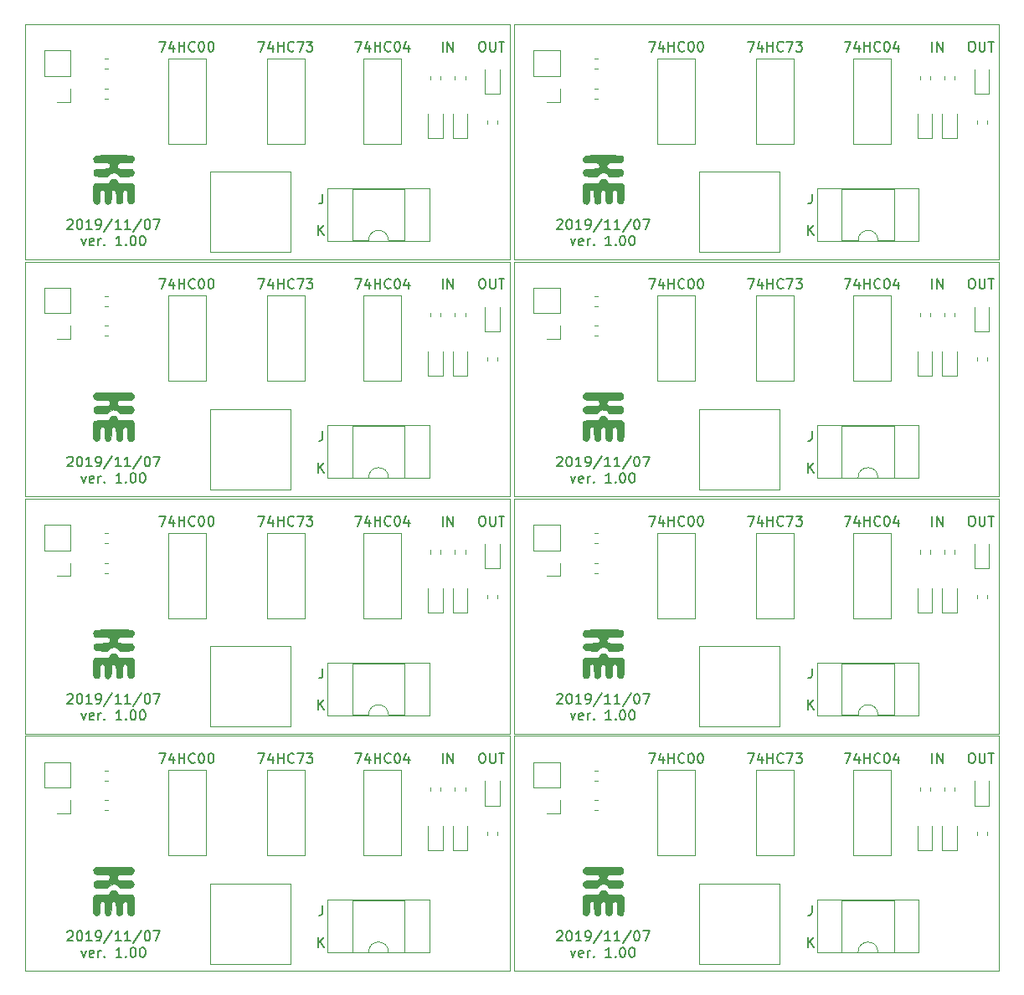
<source format=gto>
G04 #@! TF.GenerationSoftware,KiCad,Pcbnew,5.1.4*
G04 #@! TF.CreationDate,2019-11-06T22:36:36+09:00*
G04 #@! TF.ProjectId,computerScienceExperience2,636f6d70-7574-4657-9253-6369656e6365,rev?*
G04 #@! TF.SameCoordinates,Original*
G04 #@! TF.FileFunction,Legend,Top*
G04 #@! TF.FilePolarity,Positive*
%FSLAX46Y46*%
G04 Gerber Fmt 4.6, Leading zero omitted, Abs format (unit mm)*
G04 Created by KiCad (PCBNEW 5.1.4) date 2019-11-06 22:36:36*
%MOMM*%
%LPD*%
G04 APERTURE LIST*
%ADD10C,0.120000*%
%ADD11C,0.150000*%
%ADD12C,0.010000*%
G04 APERTURE END LIST*
D10*
X101250000Y-152250000D02*
X101250000Y-128500000D01*
X150750000Y-152250000D02*
X150750000Y-128500000D01*
X150750000Y-128250000D02*
X150750000Y-104500000D01*
X101250000Y-128250000D02*
X101250000Y-104500000D01*
X101250000Y-104250000D02*
X101250000Y-80500000D01*
X150750000Y-104250000D02*
X150750000Y-80500000D01*
X150750000Y-80250000D02*
X150750000Y-56500000D01*
X150250000Y-152250000D02*
X101250000Y-152250000D01*
X199750000Y-152250000D02*
X150750000Y-152250000D01*
X199750000Y-128250000D02*
X150750000Y-128250000D01*
X150250000Y-128250000D02*
X101250000Y-128250000D01*
X150250000Y-104250000D02*
X101250000Y-104250000D01*
X199750000Y-104250000D02*
X150750000Y-104250000D01*
X199750000Y-80250000D02*
X150750000Y-80250000D01*
D11*
X131342857Y-145652380D02*
X131342857Y-146366666D01*
X131295238Y-146509523D01*
X131200000Y-146604761D01*
X131057142Y-146652380D01*
X130961904Y-146652380D01*
X180842857Y-145652380D02*
X180842857Y-146366666D01*
X180795238Y-146509523D01*
X180700000Y-146604761D01*
X180557142Y-146652380D01*
X180461904Y-146652380D01*
X180842857Y-121652380D02*
X180842857Y-122366666D01*
X180795238Y-122509523D01*
X180700000Y-122604761D01*
X180557142Y-122652380D01*
X180461904Y-122652380D01*
X131342857Y-121652380D02*
X131342857Y-122366666D01*
X131295238Y-122509523D01*
X131200000Y-122604761D01*
X131057142Y-122652380D01*
X130961904Y-122652380D01*
X131342857Y-97652380D02*
X131342857Y-98366666D01*
X131295238Y-98509523D01*
X131200000Y-98604761D01*
X131057142Y-98652380D01*
X130961904Y-98652380D01*
X180842857Y-97652380D02*
X180842857Y-98366666D01*
X180795238Y-98509523D01*
X180700000Y-98604761D01*
X180557142Y-98652380D01*
X180461904Y-98652380D01*
X180842857Y-73652380D02*
X180842857Y-74366666D01*
X180795238Y-74509523D01*
X180700000Y-74604761D01*
X180557142Y-74652380D01*
X180461904Y-74652380D01*
X130938095Y-149852380D02*
X130938095Y-148852380D01*
X131509523Y-149852380D02*
X131080952Y-149280952D01*
X131509523Y-148852380D02*
X130938095Y-149423809D01*
X180438095Y-149852380D02*
X180438095Y-148852380D01*
X181009523Y-149852380D02*
X180580952Y-149280952D01*
X181009523Y-148852380D02*
X180438095Y-149423809D01*
X180438095Y-125852380D02*
X180438095Y-124852380D01*
X181009523Y-125852380D02*
X180580952Y-125280952D01*
X181009523Y-124852380D02*
X180438095Y-125423809D01*
X130938095Y-125852380D02*
X130938095Y-124852380D01*
X131509523Y-125852380D02*
X131080952Y-125280952D01*
X131509523Y-124852380D02*
X130938095Y-125423809D01*
X130938095Y-101852380D02*
X130938095Y-100852380D01*
X131509523Y-101852380D02*
X131080952Y-101280952D01*
X131509523Y-100852380D02*
X130938095Y-101423809D01*
X180438095Y-101852380D02*
X180438095Y-100852380D01*
X181009523Y-101852380D02*
X180580952Y-101280952D01*
X181009523Y-100852380D02*
X180438095Y-101423809D01*
X180438095Y-77852380D02*
X180438095Y-76852380D01*
X181009523Y-77852380D02*
X180580952Y-77280952D01*
X181009523Y-76852380D02*
X180438095Y-77423809D01*
X143476190Y-131252380D02*
X143476190Y-130252380D01*
X143952380Y-131252380D02*
X143952380Y-130252380D01*
X144523809Y-131252380D01*
X144523809Y-130252380D01*
X192976190Y-131252380D02*
X192976190Y-130252380D01*
X193452380Y-131252380D02*
X193452380Y-130252380D01*
X194023809Y-131252380D01*
X194023809Y-130252380D01*
X192976190Y-107252380D02*
X192976190Y-106252380D01*
X193452380Y-107252380D02*
X193452380Y-106252380D01*
X194023809Y-107252380D01*
X194023809Y-106252380D01*
X143476190Y-107252380D02*
X143476190Y-106252380D01*
X143952380Y-107252380D02*
X143952380Y-106252380D01*
X144523809Y-107252380D01*
X144523809Y-106252380D01*
X143476190Y-83252380D02*
X143476190Y-82252380D01*
X143952380Y-83252380D02*
X143952380Y-82252380D01*
X144523809Y-83252380D01*
X144523809Y-82252380D01*
X192976190Y-83252380D02*
X192976190Y-82252380D01*
X193452380Y-83252380D02*
X193452380Y-82252380D01*
X194023809Y-83252380D01*
X194023809Y-82252380D01*
X192976190Y-59252380D02*
X192976190Y-58252380D01*
X193452380Y-59252380D02*
X193452380Y-58252380D01*
X194023809Y-59252380D01*
X194023809Y-58252380D01*
X147400000Y-130252380D02*
X147590476Y-130252380D01*
X147685714Y-130300000D01*
X147780952Y-130395238D01*
X147828571Y-130585714D01*
X147828571Y-130919047D01*
X147780952Y-131109523D01*
X147685714Y-131204761D01*
X147590476Y-131252380D01*
X147400000Y-131252380D01*
X147304761Y-131204761D01*
X147209523Y-131109523D01*
X147161904Y-130919047D01*
X147161904Y-130585714D01*
X147209523Y-130395238D01*
X147304761Y-130300000D01*
X147400000Y-130252380D01*
X148257142Y-130252380D02*
X148257142Y-131061904D01*
X148304761Y-131157142D01*
X148352380Y-131204761D01*
X148447619Y-131252380D01*
X148638095Y-131252380D01*
X148733333Y-131204761D01*
X148780952Y-131157142D01*
X148828571Y-131061904D01*
X148828571Y-130252380D01*
X149161904Y-130252380D02*
X149733333Y-130252380D01*
X149447619Y-131252380D02*
X149447619Y-130252380D01*
X196900000Y-130252380D02*
X197090476Y-130252380D01*
X197185714Y-130300000D01*
X197280952Y-130395238D01*
X197328571Y-130585714D01*
X197328571Y-130919047D01*
X197280952Y-131109523D01*
X197185714Y-131204761D01*
X197090476Y-131252380D01*
X196900000Y-131252380D01*
X196804761Y-131204761D01*
X196709523Y-131109523D01*
X196661904Y-130919047D01*
X196661904Y-130585714D01*
X196709523Y-130395238D01*
X196804761Y-130300000D01*
X196900000Y-130252380D01*
X197757142Y-130252380D02*
X197757142Y-131061904D01*
X197804761Y-131157142D01*
X197852380Y-131204761D01*
X197947619Y-131252380D01*
X198138095Y-131252380D01*
X198233333Y-131204761D01*
X198280952Y-131157142D01*
X198328571Y-131061904D01*
X198328571Y-130252380D01*
X198661904Y-130252380D02*
X199233333Y-130252380D01*
X198947619Y-131252380D02*
X198947619Y-130252380D01*
X196900000Y-106252380D02*
X197090476Y-106252380D01*
X197185714Y-106300000D01*
X197280952Y-106395238D01*
X197328571Y-106585714D01*
X197328571Y-106919047D01*
X197280952Y-107109523D01*
X197185714Y-107204761D01*
X197090476Y-107252380D01*
X196900000Y-107252380D01*
X196804761Y-107204761D01*
X196709523Y-107109523D01*
X196661904Y-106919047D01*
X196661904Y-106585714D01*
X196709523Y-106395238D01*
X196804761Y-106300000D01*
X196900000Y-106252380D01*
X197757142Y-106252380D02*
X197757142Y-107061904D01*
X197804761Y-107157142D01*
X197852380Y-107204761D01*
X197947619Y-107252380D01*
X198138095Y-107252380D01*
X198233333Y-107204761D01*
X198280952Y-107157142D01*
X198328571Y-107061904D01*
X198328571Y-106252380D01*
X198661904Y-106252380D02*
X199233333Y-106252380D01*
X198947619Y-107252380D02*
X198947619Y-106252380D01*
X147400000Y-106252380D02*
X147590476Y-106252380D01*
X147685714Y-106300000D01*
X147780952Y-106395238D01*
X147828571Y-106585714D01*
X147828571Y-106919047D01*
X147780952Y-107109523D01*
X147685714Y-107204761D01*
X147590476Y-107252380D01*
X147400000Y-107252380D01*
X147304761Y-107204761D01*
X147209523Y-107109523D01*
X147161904Y-106919047D01*
X147161904Y-106585714D01*
X147209523Y-106395238D01*
X147304761Y-106300000D01*
X147400000Y-106252380D01*
X148257142Y-106252380D02*
X148257142Y-107061904D01*
X148304761Y-107157142D01*
X148352380Y-107204761D01*
X148447619Y-107252380D01*
X148638095Y-107252380D01*
X148733333Y-107204761D01*
X148780952Y-107157142D01*
X148828571Y-107061904D01*
X148828571Y-106252380D01*
X149161904Y-106252380D02*
X149733333Y-106252380D01*
X149447619Y-107252380D02*
X149447619Y-106252380D01*
X147400000Y-82252380D02*
X147590476Y-82252380D01*
X147685714Y-82300000D01*
X147780952Y-82395238D01*
X147828571Y-82585714D01*
X147828571Y-82919047D01*
X147780952Y-83109523D01*
X147685714Y-83204761D01*
X147590476Y-83252380D01*
X147400000Y-83252380D01*
X147304761Y-83204761D01*
X147209523Y-83109523D01*
X147161904Y-82919047D01*
X147161904Y-82585714D01*
X147209523Y-82395238D01*
X147304761Y-82300000D01*
X147400000Y-82252380D01*
X148257142Y-82252380D02*
X148257142Y-83061904D01*
X148304761Y-83157142D01*
X148352380Y-83204761D01*
X148447619Y-83252380D01*
X148638095Y-83252380D01*
X148733333Y-83204761D01*
X148780952Y-83157142D01*
X148828571Y-83061904D01*
X148828571Y-82252380D01*
X149161904Y-82252380D02*
X149733333Y-82252380D01*
X149447619Y-83252380D02*
X149447619Y-82252380D01*
X196900000Y-82252380D02*
X197090476Y-82252380D01*
X197185714Y-82300000D01*
X197280952Y-82395238D01*
X197328571Y-82585714D01*
X197328571Y-82919047D01*
X197280952Y-83109523D01*
X197185714Y-83204761D01*
X197090476Y-83252380D01*
X196900000Y-83252380D01*
X196804761Y-83204761D01*
X196709523Y-83109523D01*
X196661904Y-82919047D01*
X196661904Y-82585714D01*
X196709523Y-82395238D01*
X196804761Y-82300000D01*
X196900000Y-82252380D01*
X197757142Y-82252380D02*
X197757142Y-83061904D01*
X197804761Y-83157142D01*
X197852380Y-83204761D01*
X197947619Y-83252380D01*
X198138095Y-83252380D01*
X198233333Y-83204761D01*
X198280952Y-83157142D01*
X198328571Y-83061904D01*
X198328571Y-82252380D01*
X198661904Y-82252380D02*
X199233333Y-82252380D01*
X198947619Y-83252380D02*
X198947619Y-82252380D01*
X196900000Y-58252380D02*
X197090476Y-58252380D01*
X197185714Y-58300000D01*
X197280952Y-58395238D01*
X197328571Y-58585714D01*
X197328571Y-58919047D01*
X197280952Y-59109523D01*
X197185714Y-59204761D01*
X197090476Y-59252380D01*
X196900000Y-59252380D01*
X196804761Y-59204761D01*
X196709523Y-59109523D01*
X196661904Y-58919047D01*
X196661904Y-58585714D01*
X196709523Y-58395238D01*
X196804761Y-58300000D01*
X196900000Y-58252380D01*
X197757142Y-58252380D02*
X197757142Y-59061904D01*
X197804761Y-59157142D01*
X197852380Y-59204761D01*
X197947619Y-59252380D01*
X198138095Y-59252380D01*
X198233333Y-59204761D01*
X198280952Y-59157142D01*
X198328571Y-59061904D01*
X198328571Y-58252380D01*
X198661904Y-58252380D02*
X199233333Y-58252380D01*
X198947619Y-59252380D02*
X198947619Y-58252380D01*
X134614285Y-130252380D02*
X135280952Y-130252380D01*
X134852380Y-131252380D01*
X136090476Y-130585714D02*
X136090476Y-131252380D01*
X135852380Y-130204761D02*
X135614285Y-130919047D01*
X136233333Y-130919047D01*
X136614285Y-131252380D02*
X136614285Y-130252380D01*
X136614285Y-130728571D02*
X137185714Y-130728571D01*
X137185714Y-131252380D02*
X137185714Y-130252380D01*
X138233333Y-131157142D02*
X138185714Y-131204761D01*
X138042857Y-131252380D01*
X137947619Y-131252380D01*
X137804761Y-131204761D01*
X137709523Y-131109523D01*
X137661904Y-131014285D01*
X137614285Y-130823809D01*
X137614285Y-130680952D01*
X137661904Y-130490476D01*
X137709523Y-130395238D01*
X137804761Y-130300000D01*
X137947619Y-130252380D01*
X138042857Y-130252380D01*
X138185714Y-130300000D01*
X138233333Y-130347619D01*
X138852380Y-130252380D02*
X138947619Y-130252380D01*
X139042857Y-130300000D01*
X139090476Y-130347619D01*
X139138095Y-130442857D01*
X139185714Y-130633333D01*
X139185714Y-130871428D01*
X139138095Y-131061904D01*
X139090476Y-131157142D01*
X139042857Y-131204761D01*
X138947619Y-131252380D01*
X138852380Y-131252380D01*
X138757142Y-131204761D01*
X138709523Y-131157142D01*
X138661904Y-131061904D01*
X138614285Y-130871428D01*
X138614285Y-130633333D01*
X138661904Y-130442857D01*
X138709523Y-130347619D01*
X138757142Y-130300000D01*
X138852380Y-130252380D01*
X140042857Y-130585714D02*
X140042857Y-131252380D01*
X139804761Y-130204761D02*
X139566666Y-130919047D01*
X140185714Y-130919047D01*
X184114285Y-130252380D02*
X184780952Y-130252380D01*
X184352380Y-131252380D01*
X185590476Y-130585714D02*
X185590476Y-131252380D01*
X185352380Y-130204761D02*
X185114285Y-130919047D01*
X185733333Y-130919047D01*
X186114285Y-131252380D02*
X186114285Y-130252380D01*
X186114285Y-130728571D02*
X186685714Y-130728571D01*
X186685714Y-131252380D02*
X186685714Y-130252380D01*
X187733333Y-131157142D02*
X187685714Y-131204761D01*
X187542857Y-131252380D01*
X187447619Y-131252380D01*
X187304761Y-131204761D01*
X187209523Y-131109523D01*
X187161904Y-131014285D01*
X187114285Y-130823809D01*
X187114285Y-130680952D01*
X187161904Y-130490476D01*
X187209523Y-130395238D01*
X187304761Y-130300000D01*
X187447619Y-130252380D01*
X187542857Y-130252380D01*
X187685714Y-130300000D01*
X187733333Y-130347619D01*
X188352380Y-130252380D02*
X188447619Y-130252380D01*
X188542857Y-130300000D01*
X188590476Y-130347619D01*
X188638095Y-130442857D01*
X188685714Y-130633333D01*
X188685714Y-130871428D01*
X188638095Y-131061904D01*
X188590476Y-131157142D01*
X188542857Y-131204761D01*
X188447619Y-131252380D01*
X188352380Y-131252380D01*
X188257142Y-131204761D01*
X188209523Y-131157142D01*
X188161904Y-131061904D01*
X188114285Y-130871428D01*
X188114285Y-130633333D01*
X188161904Y-130442857D01*
X188209523Y-130347619D01*
X188257142Y-130300000D01*
X188352380Y-130252380D01*
X189542857Y-130585714D02*
X189542857Y-131252380D01*
X189304761Y-130204761D02*
X189066666Y-130919047D01*
X189685714Y-130919047D01*
X184114285Y-106252380D02*
X184780952Y-106252380D01*
X184352380Y-107252380D01*
X185590476Y-106585714D02*
X185590476Y-107252380D01*
X185352380Y-106204761D02*
X185114285Y-106919047D01*
X185733333Y-106919047D01*
X186114285Y-107252380D02*
X186114285Y-106252380D01*
X186114285Y-106728571D02*
X186685714Y-106728571D01*
X186685714Y-107252380D02*
X186685714Y-106252380D01*
X187733333Y-107157142D02*
X187685714Y-107204761D01*
X187542857Y-107252380D01*
X187447619Y-107252380D01*
X187304761Y-107204761D01*
X187209523Y-107109523D01*
X187161904Y-107014285D01*
X187114285Y-106823809D01*
X187114285Y-106680952D01*
X187161904Y-106490476D01*
X187209523Y-106395238D01*
X187304761Y-106300000D01*
X187447619Y-106252380D01*
X187542857Y-106252380D01*
X187685714Y-106300000D01*
X187733333Y-106347619D01*
X188352380Y-106252380D02*
X188447619Y-106252380D01*
X188542857Y-106300000D01*
X188590476Y-106347619D01*
X188638095Y-106442857D01*
X188685714Y-106633333D01*
X188685714Y-106871428D01*
X188638095Y-107061904D01*
X188590476Y-107157142D01*
X188542857Y-107204761D01*
X188447619Y-107252380D01*
X188352380Y-107252380D01*
X188257142Y-107204761D01*
X188209523Y-107157142D01*
X188161904Y-107061904D01*
X188114285Y-106871428D01*
X188114285Y-106633333D01*
X188161904Y-106442857D01*
X188209523Y-106347619D01*
X188257142Y-106300000D01*
X188352380Y-106252380D01*
X189542857Y-106585714D02*
X189542857Y-107252380D01*
X189304761Y-106204761D02*
X189066666Y-106919047D01*
X189685714Y-106919047D01*
X134614285Y-106252380D02*
X135280952Y-106252380D01*
X134852380Y-107252380D01*
X136090476Y-106585714D02*
X136090476Y-107252380D01*
X135852380Y-106204761D02*
X135614285Y-106919047D01*
X136233333Y-106919047D01*
X136614285Y-107252380D02*
X136614285Y-106252380D01*
X136614285Y-106728571D02*
X137185714Y-106728571D01*
X137185714Y-107252380D02*
X137185714Y-106252380D01*
X138233333Y-107157142D02*
X138185714Y-107204761D01*
X138042857Y-107252380D01*
X137947619Y-107252380D01*
X137804761Y-107204761D01*
X137709523Y-107109523D01*
X137661904Y-107014285D01*
X137614285Y-106823809D01*
X137614285Y-106680952D01*
X137661904Y-106490476D01*
X137709523Y-106395238D01*
X137804761Y-106300000D01*
X137947619Y-106252380D01*
X138042857Y-106252380D01*
X138185714Y-106300000D01*
X138233333Y-106347619D01*
X138852380Y-106252380D02*
X138947619Y-106252380D01*
X139042857Y-106300000D01*
X139090476Y-106347619D01*
X139138095Y-106442857D01*
X139185714Y-106633333D01*
X139185714Y-106871428D01*
X139138095Y-107061904D01*
X139090476Y-107157142D01*
X139042857Y-107204761D01*
X138947619Y-107252380D01*
X138852380Y-107252380D01*
X138757142Y-107204761D01*
X138709523Y-107157142D01*
X138661904Y-107061904D01*
X138614285Y-106871428D01*
X138614285Y-106633333D01*
X138661904Y-106442857D01*
X138709523Y-106347619D01*
X138757142Y-106300000D01*
X138852380Y-106252380D01*
X140042857Y-106585714D02*
X140042857Y-107252380D01*
X139804761Y-106204761D02*
X139566666Y-106919047D01*
X140185714Y-106919047D01*
X134614285Y-82252380D02*
X135280952Y-82252380D01*
X134852380Y-83252380D01*
X136090476Y-82585714D02*
X136090476Y-83252380D01*
X135852380Y-82204761D02*
X135614285Y-82919047D01*
X136233333Y-82919047D01*
X136614285Y-83252380D02*
X136614285Y-82252380D01*
X136614285Y-82728571D02*
X137185714Y-82728571D01*
X137185714Y-83252380D02*
X137185714Y-82252380D01*
X138233333Y-83157142D02*
X138185714Y-83204761D01*
X138042857Y-83252380D01*
X137947619Y-83252380D01*
X137804761Y-83204761D01*
X137709523Y-83109523D01*
X137661904Y-83014285D01*
X137614285Y-82823809D01*
X137614285Y-82680952D01*
X137661904Y-82490476D01*
X137709523Y-82395238D01*
X137804761Y-82300000D01*
X137947619Y-82252380D01*
X138042857Y-82252380D01*
X138185714Y-82300000D01*
X138233333Y-82347619D01*
X138852380Y-82252380D02*
X138947619Y-82252380D01*
X139042857Y-82300000D01*
X139090476Y-82347619D01*
X139138095Y-82442857D01*
X139185714Y-82633333D01*
X139185714Y-82871428D01*
X139138095Y-83061904D01*
X139090476Y-83157142D01*
X139042857Y-83204761D01*
X138947619Y-83252380D01*
X138852380Y-83252380D01*
X138757142Y-83204761D01*
X138709523Y-83157142D01*
X138661904Y-83061904D01*
X138614285Y-82871428D01*
X138614285Y-82633333D01*
X138661904Y-82442857D01*
X138709523Y-82347619D01*
X138757142Y-82300000D01*
X138852380Y-82252380D01*
X140042857Y-82585714D02*
X140042857Y-83252380D01*
X139804761Y-82204761D02*
X139566666Y-82919047D01*
X140185714Y-82919047D01*
X184114285Y-82252380D02*
X184780952Y-82252380D01*
X184352380Y-83252380D01*
X185590476Y-82585714D02*
X185590476Y-83252380D01*
X185352380Y-82204761D02*
X185114285Y-82919047D01*
X185733333Y-82919047D01*
X186114285Y-83252380D02*
X186114285Y-82252380D01*
X186114285Y-82728571D02*
X186685714Y-82728571D01*
X186685714Y-83252380D02*
X186685714Y-82252380D01*
X187733333Y-83157142D02*
X187685714Y-83204761D01*
X187542857Y-83252380D01*
X187447619Y-83252380D01*
X187304761Y-83204761D01*
X187209523Y-83109523D01*
X187161904Y-83014285D01*
X187114285Y-82823809D01*
X187114285Y-82680952D01*
X187161904Y-82490476D01*
X187209523Y-82395238D01*
X187304761Y-82300000D01*
X187447619Y-82252380D01*
X187542857Y-82252380D01*
X187685714Y-82300000D01*
X187733333Y-82347619D01*
X188352380Y-82252380D02*
X188447619Y-82252380D01*
X188542857Y-82300000D01*
X188590476Y-82347619D01*
X188638095Y-82442857D01*
X188685714Y-82633333D01*
X188685714Y-82871428D01*
X188638095Y-83061904D01*
X188590476Y-83157142D01*
X188542857Y-83204761D01*
X188447619Y-83252380D01*
X188352380Y-83252380D01*
X188257142Y-83204761D01*
X188209523Y-83157142D01*
X188161904Y-83061904D01*
X188114285Y-82871428D01*
X188114285Y-82633333D01*
X188161904Y-82442857D01*
X188209523Y-82347619D01*
X188257142Y-82300000D01*
X188352380Y-82252380D01*
X189542857Y-82585714D02*
X189542857Y-83252380D01*
X189304761Y-82204761D02*
X189066666Y-82919047D01*
X189685714Y-82919047D01*
X184114285Y-58252380D02*
X184780952Y-58252380D01*
X184352380Y-59252380D01*
X185590476Y-58585714D02*
X185590476Y-59252380D01*
X185352380Y-58204761D02*
X185114285Y-58919047D01*
X185733333Y-58919047D01*
X186114285Y-59252380D02*
X186114285Y-58252380D01*
X186114285Y-58728571D02*
X186685714Y-58728571D01*
X186685714Y-59252380D02*
X186685714Y-58252380D01*
X187733333Y-59157142D02*
X187685714Y-59204761D01*
X187542857Y-59252380D01*
X187447619Y-59252380D01*
X187304761Y-59204761D01*
X187209523Y-59109523D01*
X187161904Y-59014285D01*
X187114285Y-58823809D01*
X187114285Y-58680952D01*
X187161904Y-58490476D01*
X187209523Y-58395238D01*
X187304761Y-58300000D01*
X187447619Y-58252380D01*
X187542857Y-58252380D01*
X187685714Y-58300000D01*
X187733333Y-58347619D01*
X188352380Y-58252380D02*
X188447619Y-58252380D01*
X188542857Y-58300000D01*
X188590476Y-58347619D01*
X188638095Y-58442857D01*
X188685714Y-58633333D01*
X188685714Y-58871428D01*
X188638095Y-59061904D01*
X188590476Y-59157142D01*
X188542857Y-59204761D01*
X188447619Y-59252380D01*
X188352380Y-59252380D01*
X188257142Y-59204761D01*
X188209523Y-59157142D01*
X188161904Y-59061904D01*
X188114285Y-58871428D01*
X188114285Y-58633333D01*
X188161904Y-58442857D01*
X188209523Y-58347619D01*
X188257142Y-58300000D01*
X188352380Y-58252380D01*
X189542857Y-58585714D02*
X189542857Y-59252380D01*
X189304761Y-58204761D02*
X189066666Y-58919047D01*
X189685714Y-58919047D01*
X124814285Y-130252380D02*
X125480952Y-130252380D01*
X125052380Y-131252380D01*
X126290476Y-130585714D02*
X126290476Y-131252380D01*
X126052380Y-130204761D02*
X125814285Y-130919047D01*
X126433333Y-130919047D01*
X126814285Y-131252380D02*
X126814285Y-130252380D01*
X126814285Y-130728571D02*
X127385714Y-130728571D01*
X127385714Y-131252380D02*
X127385714Y-130252380D01*
X128433333Y-131157142D02*
X128385714Y-131204761D01*
X128242857Y-131252380D01*
X128147619Y-131252380D01*
X128004761Y-131204761D01*
X127909523Y-131109523D01*
X127861904Y-131014285D01*
X127814285Y-130823809D01*
X127814285Y-130680952D01*
X127861904Y-130490476D01*
X127909523Y-130395238D01*
X128004761Y-130300000D01*
X128147619Y-130252380D01*
X128242857Y-130252380D01*
X128385714Y-130300000D01*
X128433333Y-130347619D01*
X128766666Y-130252380D02*
X129433333Y-130252380D01*
X129004761Y-131252380D01*
X129719047Y-130252380D02*
X130338095Y-130252380D01*
X130004761Y-130633333D01*
X130147619Y-130633333D01*
X130242857Y-130680952D01*
X130290476Y-130728571D01*
X130338095Y-130823809D01*
X130338095Y-131061904D01*
X130290476Y-131157142D01*
X130242857Y-131204761D01*
X130147619Y-131252380D01*
X129861904Y-131252380D01*
X129766666Y-131204761D01*
X129719047Y-131157142D01*
X174314285Y-130252380D02*
X174980952Y-130252380D01*
X174552380Y-131252380D01*
X175790476Y-130585714D02*
X175790476Y-131252380D01*
X175552380Y-130204761D02*
X175314285Y-130919047D01*
X175933333Y-130919047D01*
X176314285Y-131252380D02*
X176314285Y-130252380D01*
X176314285Y-130728571D02*
X176885714Y-130728571D01*
X176885714Y-131252380D02*
X176885714Y-130252380D01*
X177933333Y-131157142D02*
X177885714Y-131204761D01*
X177742857Y-131252380D01*
X177647619Y-131252380D01*
X177504761Y-131204761D01*
X177409523Y-131109523D01*
X177361904Y-131014285D01*
X177314285Y-130823809D01*
X177314285Y-130680952D01*
X177361904Y-130490476D01*
X177409523Y-130395238D01*
X177504761Y-130300000D01*
X177647619Y-130252380D01*
X177742857Y-130252380D01*
X177885714Y-130300000D01*
X177933333Y-130347619D01*
X178266666Y-130252380D02*
X178933333Y-130252380D01*
X178504761Y-131252380D01*
X179219047Y-130252380D02*
X179838095Y-130252380D01*
X179504761Y-130633333D01*
X179647619Y-130633333D01*
X179742857Y-130680952D01*
X179790476Y-130728571D01*
X179838095Y-130823809D01*
X179838095Y-131061904D01*
X179790476Y-131157142D01*
X179742857Y-131204761D01*
X179647619Y-131252380D01*
X179361904Y-131252380D01*
X179266666Y-131204761D01*
X179219047Y-131157142D01*
X174314285Y-106252380D02*
X174980952Y-106252380D01*
X174552380Y-107252380D01*
X175790476Y-106585714D02*
X175790476Y-107252380D01*
X175552380Y-106204761D02*
X175314285Y-106919047D01*
X175933333Y-106919047D01*
X176314285Y-107252380D02*
X176314285Y-106252380D01*
X176314285Y-106728571D02*
X176885714Y-106728571D01*
X176885714Y-107252380D02*
X176885714Y-106252380D01*
X177933333Y-107157142D02*
X177885714Y-107204761D01*
X177742857Y-107252380D01*
X177647619Y-107252380D01*
X177504761Y-107204761D01*
X177409523Y-107109523D01*
X177361904Y-107014285D01*
X177314285Y-106823809D01*
X177314285Y-106680952D01*
X177361904Y-106490476D01*
X177409523Y-106395238D01*
X177504761Y-106300000D01*
X177647619Y-106252380D01*
X177742857Y-106252380D01*
X177885714Y-106300000D01*
X177933333Y-106347619D01*
X178266666Y-106252380D02*
X178933333Y-106252380D01*
X178504761Y-107252380D01*
X179219047Y-106252380D02*
X179838095Y-106252380D01*
X179504761Y-106633333D01*
X179647619Y-106633333D01*
X179742857Y-106680952D01*
X179790476Y-106728571D01*
X179838095Y-106823809D01*
X179838095Y-107061904D01*
X179790476Y-107157142D01*
X179742857Y-107204761D01*
X179647619Y-107252380D01*
X179361904Y-107252380D01*
X179266666Y-107204761D01*
X179219047Y-107157142D01*
X124814285Y-106252380D02*
X125480952Y-106252380D01*
X125052380Y-107252380D01*
X126290476Y-106585714D02*
X126290476Y-107252380D01*
X126052380Y-106204761D02*
X125814285Y-106919047D01*
X126433333Y-106919047D01*
X126814285Y-107252380D02*
X126814285Y-106252380D01*
X126814285Y-106728571D02*
X127385714Y-106728571D01*
X127385714Y-107252380D02*
X127385714Y-106252380D01*
X128433333Y-107157142D02*
X128385714Y-107204761D01*
X128242857Y-107252380D01*
X128147619Y-107252380D01*
X128004761Y-107204761D01*
X127909523Y-107109523D01*
X127861904Y-107014285D01*
X127814285Y-106823809D01*
X127814285Y-106680952D01*
X127861904Y-106490476D01*
X127909523Y-106395238D01*
X128004761Y-106300000D01*
X128147619Y-106252380D01*
X128242857Y-106252380D01*
X128385714Y-106300000D01*
X128433333Y-106347619D01*
X128766666Y-106252380D02*
X129433333Y-106252380D01*
X129004761Y-107252380D01*
X129719047Y-106252380D02*
X130338095Y-106252380D01*
X130004761Y-106633333D01*
X130147619Y-106633333D01*
X130242857Y-106680952D01*
X130290476Y-106728571D01*
X130338095Y-106823809D01*
X130338095Y-107061904D01*
X130290476Y-107157142D01*
X130242857Y-107204761D01*
X130147619Y-107252380D01*
X129861904Y-107252380D01*
X129766666Y-107204761D01*
X129719047Y-107157142D01*
X124814285Y-82252380D02*
X125480952Y-82252380D01*
X125052380Y-83252380D01*
X126290476Y-82585714D02*
X126290476Y-83252380D01*
X126052380Y-82204761D02*
X125814285Y-82919047D01*
X126433333Y-82919047D01*
X126814285Y-83252380D02*
X126814285Y-82252380D01*
X126814285Y-82728571D02*
X127385714Y-82728571D01*
X127385714Y-83252380D02*
X127385714Y-82252380D01*
X128433333Y-83157142D02*
X128385714Y-83204761D01*
X128242857Y-83252380D01*
X128147619Y-83252380D01*
X128004761Y-83204761D01*
X127909523Y-83109523D01*
X127861904Y-83014285D01*
X127814285Y-82823809D01*
X127814285Y-82680952D01*
X127861904Y-82490476D01*
X127909523Y-82395238D01*
X128004761Y-82300000D01*
X128147619Y-82252380D01*
X128242857Y-82252380D01*
X128385714Y-82300000D01*
X128433333Y-82347619D01*
X128766666Y-82252380D02*
X129433333Y-82252380D01*
X129004761Y-83252380D01*
X129719047Y-82252380D02*
X130338095Y-82252380D01*
X130004761Y-82633333D01*
X130147619Y-82633333D01*
X130242857Y-82680952D01*
X130290476Y-82728571D01*
X130338095Y-82823809D01*
X130338095Y-83061904D01*
X130290476Y-83157142D01*
X130242857Y-83204761D01*
X130147619Y-83252380D01*
X129861904Y-83252380D01*
X129766666Y-83204761D01*
X129719047Y-83157142D01*
X174314285Y-82252380D02*
X174980952Y-82252380D01*
X174552380Y-83252380D01*
X175790476Y-82585714D02*
X175790476Y-83252380D01*
X175552380Y-82204761D02*
X175314285Y-82919047D01*
X175933333Y-82919047D01*
X176314285Y-83252380D02*
X176314285Y-82252380D01*
X176314285Y-82728571D02*
X176885714Y-82728571D01*
X176885714Y-83252380D02*
X176885714Y-82252380D01*
X177933333Y-83157142D02*
X177885714Y-83204761D01*
X177742857Y-83252380D01*
X177647619Y-83252380D01*
X177504761Y-83204761D01*
X177409523Y-83109523D01*
X177361904Y-83014285D01*
X177314285Y-82823809D01*
X177314285Y-82680952D01*
X177361904Y-82490476D01*
X177409523Y-82395238D01*
X177504761Y-82300000D01*
X177647619Y-82252380D01*
X177742857Y-82252380D01*
X177885714Y-82300000D01*
X177933333Y-82347619D01*
X178266666Y-82252380D02*
X178933333Y-82252380D01*
X178504761Y-83252380D01*
X179219047Y-82252380D02*
X179838095Y-82252380D01*
X179504761Y-82633333D01*
X179647619Y-82633333D01*
X179742857Y-82680952D01*
X179790476Y-82728571D01*
X179838095Y-82823809D01*
X179838095Y-83061904D01*
X179790476Y-83157142D01*
X179742857Y-83204761D01*
X179647619Y-83252380D01*
X179361904Y-83252380D01*
X179266666Y-83204761D01*
X179219047Y-83157142D01*
X174314285Y-58252380D02*
X174980952Y-58252380D01*
X174552380Y-59252380D01*
X175790476Y-58585714D02*
X175790476Y-59252380D01*
X175552380Y-58204761D02*
X175314285Y-58919047D01*
X175933333Y-58919047D01*
X176314285Y-59252380D02*
X176314285Y-58252380D01*
X176314285Y-58728571D02*
X176885714Y-58728571D01*
X176885714Y-59252380D02*
X176885714Y-58252380D01*
X177933333Y-59157142D02*
X177885714Y-59204761D01*
X177742857Y-59252380D01*
X177647619Y-59252380D01*
X177504761Y-59204761D01*
X177409523Y-59109523D01*
X177361904Y-59014285D01*
X177314285Y-58823809D01*
X177314285Y-58680952D01*
X177361904Y-58490476D01*
X177409523Y-58395238D01*
X177504761Y-58300000D01*
X177647619Y-58252380D01*
X177742857Y-58252380D01*
X177885714Y-58300000D01*
X177933333Y-58347619D01*
X178266666Y-58252380D02*
X178933333Y-58252380D01*
X178504761Y-59252380D01*
X179219047Y-58252380D02*
X179838095Y-58252380D01*
X179504761Y-58633333D01*
X179647619Y-58633333D01*
X179742857Y-58680952D01*
X179790476Y-58728571D01*
X179838095Y-58823809D01*
X179838095Y-59061904D01*
X179790476Y-59157142D01*
X179742857Y-59204761D01*
X179647619Y-59252380D01*
X179361904Y-59252380D01*
X179266666Y-59204761D01*
X179219047Y-59157142D01*
X114814285Y-130252380D02*
X115480952Y-130252380D01*
X115052380Y-131252380D01*
X116290476Y-130585714D02*
X116290476Y-131252380D01*
X116052380Y-130204761D02*
X115814285Y-130919047D01*
X116433333Y-130919047D01*
X116814285Y-131252380D02*
X116814285Y-130252380D01*
X116814285Y-130728571D02*
X117385714Y-130728571D01*
X117385714Y-131252380D02*
X117385714Y-130252380D01*
X118433333Y-131157142D02*
X118385714Y-131204761D01*
X118242857Y-131252380D01*
X118147619Y-131252380D01*
X118004761Y-131204761D01*
X117909523Y-131109523D01*
X117861904Y-131014285D01*
X117814285Y-130823809D01*
X117814285Y-130680952D01*
X117861904Y-130490476D01*
X117909523Y-130395238D01*
X118004761Y-130300000D01*
X118147619Y-130252380D01*
X118242857Y-130252380D01*
X118385714Y-130300000D01*
X118433333Y-130347619D01*
X119052380Y-130252380D02*
X119147619Y-130252380D01*
X119242857Y-130300000D01*
X119290476Y-130347619D01*
X119338095Y-130442857D01*
X119385714Y-130633333D01*
X119385714Y-130871428D01*
X119338095Y-131061904D01*
X119290476Y-131157142D01*
X119242857Y-131204761D01*
X119147619Y-131252380D01*
X119052380Y-131252380D01*
X118957142Y-131204761D01*
X118909523Y-131157142D01*
X118861904Y-131061904D01*
X118814285Y-130871428D01*
X118814285Y-130633333D01*
X118861904Y-130442857D01*
X118909523Y-130347619D01*
X118957142Y-130300000D01*
X119052380Y-130252380D01*
X120004761Y-130252380D02*
X120100000Y-130252380D01*
X120195238Y-130300000D01*
X120242857Y-130347619D01*
X120290476Y-130442857D01*
X120338095Y-130633333D01*
X120338095Y-130871428D01*
X120290476Y-131061904D01*
X120242857Y-131157142D01*
X120195238Y-131204761D01*
X120100000Y-131252380D01*
X120004761Y-131252380D01*
X119909523Y-131204761D01*
X119861904Y-131157142D01*
X119814285Y-131061904D01*
X119766666Y-130871428D01*
X119766666Y-130633333D01*
X119814285Y-130442857D01*
X119861904Y-130347619D01*
X119909523Y-130300000D01*
X120004761Y-130252380D01*
X164314285Y-130252380D02*
X164980952Y-130252380D01*
X164552380Y-131252380D01*
X165790476Y-130585714D02*
X165790476Y-131252380D01*
X165552380Y-130204761D02*
X165314285Y-130919047D01*
X165933333Y-130919047D01*
X166314285Y-131252380D02*
X166314285Y-130252380D01*
X166314285Y-130728571D02*
X166885714Y-130728571D01*
X166885714Y-131252380D02*
X166885714Y-130252380D01*
X167933333Y-131157142D02*
X167885714Y-131204761D01*
X167742857Y-131252380D01*
X167647619Y-131252380D01*
X167504761Y-131204761D01*
X167409523Y-131109523D01*
X167361904Y-131014285D01*
X167314285Y-130823809D01*
X167314285Y-130680952D01*
X167361904Y-130490476D01*
X167409523Y-130395238D01*
X167504761Y-130300000D01*
X167647619Y-130252380D01*
X167742857Y-130252380D01*
X167885714Y-130300000D01*
X167933333Y-130347619D01*
X168552380Y-130252380D02*
X168647619Y-130252380D01*
X168742857Y-130300000D01*
X168790476Y-130347619D01*
X168838095Y-130442857D01*
X168885714Y-130633333D01*
X168885714Y-130871428D01*
X168838095Y-131061904D01*
X168790476Y-131157142D01*
X168742857Y-131204761D01*
X168647619Y-131252380D01*
X168552380Y-131252380D01*
X168457142Y-131204761D01*
X168409523Y-131157142D01*
X168361904Y-131061904D01*
X168314285Y-130871428D01*
X168314285Y-130633333D01*
X168361904Y-130442857D01*
X168409523Y-130347619D01*
X168457142Y-130300000D01*
X168552380Y-130252380D01*
X169504761Y-130252380D02*
X169600000Y-130252380D01*
X169695238Y-130300000D01*
X169742857Y-130347619D01*
X169790476Y-130442857D01*
X169838095Y-130633333D01*
X169838095Y-130871428D01*
X169790476Y-131061904D01*
X169742857Y-131157142D01*
X169695238Y-131204761D01*
X169600000Y-131252380D01*
X169504761Y-131252380D01*
X169409523Y-131204761D01*
X169361904Y-131157142D01*
X169314285Y-131061904D01*
X169266666Y-130871428D01*
X169266666Y-130633333D01*
X169314285Y-130442857D01*
X169361904Y-130347619D01*
X169409523Y-130300000D01*
X169504761Y-130252380D01*
X164314285Y-106252380D02*
X164980952Y-106252380D01*
X164552380Y-107252380D01*
X165790476Y-106585714D02*
X165790476Y-107252380D01*
X165552380Y-106204761D02*
X165314285Y-106919047D01*
X165933333Y-106919047D01*
X166314285Y-107252380D02*
X166314285Y-106252380D01*
X166314285Y-106728571D02*
X166885714Y-106728571D01*
X166885714Y-107252380D02*
X166885714Y-106252380D01*
X167933333Y-107157142D02*
X167885714Y-107204761D01*
X167742857Y-107252380D01*
X167647619Y-107252380D01*
X167504761Y-107204761D01*
X167409523Y-107109523D01*
X167361904Y-107014285D01*
X167314285Y-106823809D01*
X167314285Y-106680952D01*
X167361904Y-106490476D01*
X167409523Y-106395238D01*
X167504761Y-106300000D01*
X167647619Y-106252380D01*
X167742857Y-106252380D01*
X167885714Y-106300000D01*
X167933333Y-106347619D01*
X168552380Y-106252380D02*
X168647619Y-106252380D01*
X168742857Y-106300000D01*
X168790476Y-106347619D01*
X168838095Y-106442857D01*
X168885714Y-106633333D01*
X168885714Y-106871428D01*
X168838095Y-107061904D01*
X168790476Y-107157142D01*
X168742857Y-107204761D01*
X168647619Y-107252380D01*
X168552380Y-107252380D01*
X168457142Y-107204761D01*
X168409523Y-107157142D01*
X168361904Y-107061904D01*
X168314285Y-106871428D01*
X168314285Y-106633333D01*
X168361904Y-106442857D01*
X168409523Y-106347619D01*
X168457142Y-106300000D01*
X168552380Y-106252380D01*
X169504761Y-106252380D02*
X169600000Y-106252380D01*
X169695238Y-106300000D01*
X169742857Y-106347619D01*
X169790476Y-106442857D01*
X169838095Y-106633333D01*
X169838095Y-106871428D01*
X169790476Y-107061904D01*
X169742857Y-107157142D01*
X169695238Y-107204761D01*
X169600000Y-107252380D01*
X169504761Y-107252380D01*
X169409523Y-107204761D01*
X169361904Y-107157142D01*
X169314285Y-107061904D01*
X169266666Y-106871428D01*
X169266666Y-106633333D01*
X169314285Y-106442857D01*
X169361904Y-106347619D01*
X169409523Y-106300000D01*
X169504761Y-106252380D01*
X114814285Y-106252380D02*
X115480952Y-106252380D01*
X115052380Y-107252380D01*
X116290476Y-106585714D02*
X116290476Y-107252380D01*
X116052380Y-106204761D02*
X115814285Y-106919047D01*
X116433333Y-106919047D01*
X116814285Y-107252380D02*
X116814285Y-106252380D01*
X116814285Y-106728571D02*
X117385714Y-106728571D01*
X117385714Y-107252380D02*
X117385714Y-106252380D01*
X118433333Y-107157142D02*
X118385714Y-107204761D01*
X118242857Y-107252380D01*
X118147619Y-107252380D01*
X118004761Y-107204761D01*
X117909523Y-107109523D01*
X117861904Y-107014285D01*
X117814285Y-106823809D01*
X117814285Y-106680952D01*
X117861904Y-106490476D01*
X117909523Y-106395238D01*
X118004761Y-106300000D01*
X118147619Y-106252380D01*
X118242857Y-106252380D01*
X118385714Y-106300000D01*
X118433333Y-106347619D01*
X119052380Y-106252380D02*
X119147619Y-106252380D01*
X119242857Y-106300000D01*
X119290476Y-106347619D01*
X119338095Y-106442857D01*
X119385714Y-106633333D01*
X119385714Y-106871428D01*
X119338095Y-107061904D01*
X119290476Y-107157142D01*
X119242857Y-107204761D01*
X119147619Y-107252380D01*
X119052380Y-107252380D01*
X118957142Y-107204761D01*
X118909523Y-107157142D01*
X118861904Y-107061904D01*
X118814285Y-106871428D01*
X118814285Y-106633333D01*
X118861904Y-106442857D01*
X118909523Y-106347619D01*
X118957142Y-106300000D01*
X119052380Y-106252380D01*
X120004761Y-106252380D02*
X120100000Y-106252380D01*
X120195238Y-106300000D01*
X120242857Y-106347619D01*
X120290476Y-106442857D01*
X120338095Y-106633333D01*
X120338095Y-106871428D01*
X120290476Y-107061904D01*
X120242857Y-107157142D01*
X120195238Y-107204761D01*
X120100000Y-107252380D01*
X120004761Y-107252380D01*
X119909523Y-107204761D01*
X119861904Y-107157142D01*
X119814285Y-107061904D01*
X119766666Y-106871428D01*
X119766666Y-106633333D01*
X119814285Y-106442857D01*
X119861904Y-106347619D01*
X119909523Y-106300000D01*
X120004761Y-106252380D01*
X114814285Y-82252380D02*
X115480952Y-82252380D01*
X115052380Y-83252380D01*
X116290476Y-82585714D02*
X116290476Y-83252380D01*
X116052380Y-82204761D02*
X115814285Y-82919047D01*
X116433333Y-82919047D01*
X116814285Y-83252380D02*
X116814285Y-82252380D01*
X116814285Y-82728571D02*
X117385714Y-82728571D01*
X117385714Y-83252380D02*
X117385714Y-82252380D01*
X118433333Y-83157142D02*
X118385714Y-83204761D01*
X118242857Y-83252380D01*
X118147619Y-83252380D01*
X118004761Y-83204761D01*
X117909523Y-83109523D01*
X117861904Y-83014285D01*
X117814285Y-82823809D01*
X117814285Y-82680952D01*
X117861904Y-82490476D01*
X117909523Y-82395238D01*
X118004761Y-82300000D01*
X118147619Y-82252380D01*
X118242857Y-82252380D01*
X118385714Y-82300000D01*
X118433333Y-82347619D01*
X119052380Y-82252380D02*
X119147619Y-82252380D01*
X119242857Y-82300000D01*
X119290476Y-82347619D01*
X119338095Y-82442857D01*
X119385714Y-82633333D01*
X119385714Y-82871428D01*
X119338095Y-83061904D01*
X119290476Y-83157142D01*
X119242857Y-83204761D01*
X119147619Y-83252380D01*
X119052380Y-83252380D01*
X118957142Y-83204761D01*
X118909523Y-83157142D01*
X118861904Y-83061904D01*
X118814285Y-82871428D01*
X118814285Y-82633333D01*
X118861904Y-82442857D01*
X118909523Y-82347619D01*
X118957142Y-82300000D01*
X119052380Y-82252380D01*
X120004761Y-82252380D02*
X120100000Y-82252380D01*
X120195238Y-82300000D01*
X120242857Y-82347619D01*
X120290476Y-82442857D01*
X120338095Y-82633333D01*
X120338095Y-82871428D01*
X120290476Y-83061904D01*
X120242857Y-83157142D01*
X120195238Y-83204761D01*
X120100000Y-83252380D01*
X120004761Y-83252380D01*
X119909523Y-83204761D01*
X119861904Y-83157142D01*
X119814285Y-83061904D01*
X119766666Y-82871428D01*
X119766666Y-82633333D01*
X119814285Y-82442857D01*
X119861904Y-82347619D01*
X119909523Y-82300000D01*
X120004761Y-82252380D01*
X164314285Y-82252380D02*
X164980952Y-82252380D01*
X164552380Y-83252380D01*
X165790476Y-82585714D02*
X165790476Y-83252380D01*
X165552380Y-82204761D02*
X165314285Y-82919047D01*
X165933333Y-82919047D01*
X166314285Y-83252380D02*
X166314285Y-82252380D01*
X166314285Y-82728571D02*
X166885714Y-82728571D01*
X166885714Y-83252380D02*
X166885714Y-82252380D01*
X167933333Y-83157142D02*
X167885714Y-83204761D01*
X167742857Y-83252380D01*
X167647619Y-83252380D01*
X167504761Y-83204761D01*
X167409523Y-83109523D01*
X167361904Y-83014285D01*
X167314285Y-82823809D01*
X167314285Y-82680952D01*
X167361904Y-82490476D01*
X167409523Y-82395238D01*
X167504761Y-82300000D01*
X167647619Y-82252380D01*
X167742857Y-82252380D01*
X167885714Y-82300000D01*
X167933333Y-82347619D01*
X168552380Y-82252380D02*
X168647619Y-82252380D01*
X168742857Y-82300000D01*
X168790476Y-82347619D01*
X168838095Y-82442857D01*
X168885714Y-82633333D01*
X168885714Y-82871428D01*
X168838095Y-83061904D01*
X168790476Y-83157142D01*
X168742857Y-83204761D01*
X168647619Y-83252380D01*
X168552380Y-83252380D01*
X168457142Y-83204761D01*
X168409523Y-83157142D01*
X168361904Y-83061904D01*
X168314285Y-82871428D01*
X168314285Y-82633333D01*
X168361904Y-82442857D01*
X168409523Y-82347619D01*
X168457142Y-82300000D01*
X168552380Y-82252380D01*
X169504761Y-82252380D02*
X169600000Y-82252380D01*
X169695238Y-82300000D01*
X169742857Y-82347619D01*
X169790476Y-82442857D01*
X169838095Y-82633333D01*
X169838095Y-82871428D01*
X169790476Y-83061904D01*
X169742857Y-83157142D01*
X169695238Y-83204761D01*
X169600000Y-83252380D01*
X169504761Y-83252380D01*
X169409523Y-83204761D01*
X169361904Y-83157142D01*
X169314285Y-83061904D01*
X169266666Y-82871428D01*
X169266666Y-82633333D01*
X169314285Y-82442857D01*
X169361904Y-82347619D01*
X169409523Y-82300000D01*
X169504761Y-82252380D01*
X164314285Y-58252380D02*
X164980952Y-58252380D01*
X164552380Y-59252380D01*
X165790476Y-58585714D02*
X165790476Y-59252380D01*
X165552380Y-58204761D02*
X165314285Y-58919047D01*
X165933333Y-58919047D01*
X166314285Y-59252380D02*
X166314285Y-58252380D01*
X166314285Y-58728571D02*
X166885714Y-58728571D01*
X166885714Y-59252380D02*
X166885714Y-58252380D01*
X167933333Y-59157142D02*
X167885714Y-59204761D01*
X167742857Y-59252380D01*
X167647619Y-59252380D01*
X167504761Y-59204761D01*
X167409523Y-59109523D01*
X167361904Y-59014285D01*
X167314285Y-58823809D01*
X167314285Y-58680952D01*
X167361904Y-58490476D01*
X167409523Y-58395238D01*
X167504761Y-58300000D01*
X167647619Y-58252380D01*
X167742857Y-58252380D01*
X167885714Y-58300000D01*
X167933333Y-58347619D01*
X168552380Y-58252380D02*
X168647619Y-58252380D01*
X168742857Y-58300000D01*
X168790476Y-58347619D01*
X168838095Y-58442857D01*
X168885714Y-58633333D01*
X168885714Y-58871428D01*
X168838095Y-59061904D01*
X168790476Y-59157142D01*
X168742857Y-59204761D01*
X168647619Y-59252380D01*
X168552380Y-59252380D01*
X168457142Y-59204761D01*
X168409523Y-59157142D01*
X168361904Y-59061904D01*
X168314285Y-58871428D01*
X168314285Y-58633333D01*
X168361904Y-58442857D01*
X168409523Y-58347619D01*
X168457142Y-58300000D01*
X168552380Y-58252380D01*
X169504761Y-58252380D02*
X169600000Y-58252380D01*
X169695238Y-58300000D01*
X169742857Y-58347619D01*
X169790476Y-58442857D01*
X169838095Y-58633333D01*
X169838095Y-58871428D01*
X169790476Y-59061904D01*
X169742857Y-59157142D01*
X169695238Y-59204761D01*
X169600000Y-59252380D01*
X169504761Y-59252380D01*
X169409523Y-59204761D01*
X169361904Y-59157142D01*
X169314285Y-59061904D01*
X169266666Y-58871428D01*
X169266666Y-58633333D01*
X169314285Y-58442857D01*
X169361904Y-58347619D01*
X169409523Y-58300000D01*
X169504761Y-58252380D01*
X105533333Y-148322619D02*
X105580952Y-148275000D01*
X105676190Y-148227380D01*
X105914285Y-148227380D01*
X106009523Y-148275000D01*
X106057142Y-148322619D01*
X106104761Y-148417857D01*
X106104761Y-148513095D01*
X106057142Y-148655952D01*
X105485714Y-149227380D01*
X106104761Y-149227380D01*
X106723809Y-148227380D02*
X106819047Y-148227380D01*
X106914285Y-148275000D01*
X106961904Y-148322619D01*
X107009523Y-148417857D01*
X107057142Y-148608333D01*
X107057142Y-148846428D01*
X107009523Y-149036904D01*
X106961904Y-149132142D01*
X106914285Y-149179761D01*
X106819047Y-149227380D01*
X106723809Y-149227380D01*
X106628571Y-149179761D01*
X106580952Y-149132142D01*
X106533333Y-149036904D01*
X106485714Y-148846428D01*
X106485714Y-148608333D01*
X106533333Y-148417857D01*
X106580952Y-148322619D01*
X106628571Y-148275000D01*
X106723809Y-148227380D01*
X108009523Y-149227380D02*
X107438095Y-149227380D01*
X107723809Y-149227380D02*
X107723809Y-148227380D01*
X107628571Y-148370238D01*
X107533333Y-148465476D01*
X107438095Y-148513095D01*
X108485714Y-149227380D02*
X108676190Y-149227380D01*
X108771428Y-149179761D01*
X108819047Y-149132142D01*
X108914285Y-148989285D01*
X108961904Y-148798809D01*
X108961904Y-148417857D01*
X108914285Y-148322619D01*
X108866666Y-148275000D01*
X108771428Y-148227380D01*
X108580952Y-148227380D01*
X108485714Y-148275000D01*
X108438095Y-148322619D01*
X108390476Y-148417857D01*
X108390476Y-148655952D01*
X108438095Y-148751190D01*
X108485714Y-148798809D01*
X108580952Y-148846428D01*
X108771428Y-148846428D01*
X108866666Y-148798809D01*
X108914285Y-148751190D01*
X108961904Y-148655952D01*
X110104761Y-148179761D02*
X109247619Y-149465476D01*
X110961904Y-149227380D02*
X110390476Y-149227380D01*
X110676190Y-149227380D02*
X110676190Y-148227380D01*
X110580952Y-148370238D01*
X110485714Y-148465476D01*
X110390476Y-148513095D01*
X111914285Y-149227380D02*
X111342857Y-149227380D01*
X111628571Y-149227380D02*
X111628571Y-148227380D01*
X111533333Y-148370238D01*
X111438095Y-148465476D01*
X111342857Y-148513095D01*
X113057142Y-148179761D02*
X112200000Y-149465476D01*
X113580952Y-148227380D02*
X113676190Y-148227380D01*
X113771428Y-148275000D01*
X113819047Y-148322619D01*
X113866666Y-148417857D01*
X113914285Y-148608333D01*
X113914285Y-148846428D01*
X113866666Y-149036904D01*
X113819047Y-149132142D01*
X113771428Y-149179761D01*
X113676190Y-149227380D01*
X113580952Y-149227380D01*
X113485714Y-149179761D01*
X113438095Y-149132142D01*
X113390476Y-149036904D01*
X113342857Y-148846428D01*
X113342857Y-148608333D01*
X113390476Y-148417857D01*
X113438095Y-148322619D01*
X113485714Y-148275000D01*
X113580952Y-148227380D01*
X114247619Y-148227380D02*
X114914285Y-148227380D01*
X114485714Y-149227380D01*
X106938095Y-150210714D02*
X107176190Y-150877380D01*
X107414285Y-150210714D01*
X108176190Y-150829761D02*
X108080952Y-150877380D01*
X107890476Y-150877380D01*
X107795238Y-150829761D01*
X107747619Y-150734523D01*
X107747619Y-150353571D01*
X107795238Y-150258333D01*
X107890476Y-150210714D01*
X108080952Y-150210714D01*
X108176190Y-150258333D01*
X108223809Y-150353571D01*
X108223809Y-150448809D01*
X107747619Y-150544047D01*
X108652380Y-150877380D02*
X108652380Y-150210714D01*
X108652380Y-150401190D02*
X108700000Y-150305952D01*
X108747619Y-150258333D01*
X108842857Y-150210714D01*
X108938095Y-150210714D01*
X109271428Y-150782142D02*
X109319047Y-150829761D01*
X109271428Y-150877380D01*
X109223809Y-150829761D01*
X109271428Y-150782142D01*
X109271428Y-150877380D01*
X111033333Y-150877380D02*
X110461904Y-150877380D01*
X110747619Y-150877380D02*
X110747619Y-149877380D01*
X110652380Y-150020238D01*
X110557142Y-150115476D01*
X110461904Y-150163095D01*
X111461904Y-150782142D02*
X111509523Y-150829761D01*
X111461904Y-150877380D01*
X111414285Y-150829761D01*
X111461904Y-150782142D01*
X111461904Y-150877380D01*
X112128571Y-149877380D02*
X112223809Y-149877380D01*
X112319047Y-149925000D01*
X112366666Y-149972619D01*
X112414285Y-150067857D01*
X112461904Y-150258333D01*
X112461904Y-150496428D01*
X112414285Y-150686904D01*
X112366666Y-150782142D01*
X112319047Y-150829761D01*
X112223809Y-150877380D01*
X112128571Y-150877380D01*
X112033333Y-150829761D01*
X111985714Y-150782142D01*
X111938095Y-150686904D01*
X111890476Y-150496428D01*
X111890476Y-150258333D01*
X111938095Y-150067857D01*
X111985714Y-149972619D01*
X112033333Y-149925000D01*
X112128571Y-149877380D01*
X113080952Y-149877380D02*
X113176190Y-149877380D01*
X113271428Y-149925000D01*
X113319047Y-149972619D01*
X113366666Y-150067857D01*
X113414285Y-150258333D01*
X113414285Y-150496428D01*
X113366666Y-150686904D01*
X113319047Y-150782142D01*
X113271428Y-150829761D01*
X113176190Y-150877380D01*
X113080952Y-150877380D01*
X112985714Y-150829761D01*
X112938095Y-150782142D01*
X112890476Y-150686904D01*
X112842857Y-150496428D01*
X112842857Y-150258333D01*
X112890476Y-150067857D01*
X112938095Y-149972619D01*
X112985714Y-149925000D01*
X113080952Y-149877380D01*
X155033333Y-148322619D02*
X155080952Y-148275000D01*
X155176190Y-148227380D01*
X155414285Y-148227380D01*
X155509523Y-148275000D01*
X155557142Y-148322619D01*
X155604761Y-148417857D01*
X155604761Y-148513095D01*
X155557142Y-148655952D01*
X154985714Y-149227380D01*
X155604761Y-149227380D01*
X156223809Y-148227380D02*
X156319047Y-148227380D01*
X156414285Y-148275000D01*
X156461904Y-148322619D01*
X156509523Y-148417857D01*
X156557142Y-148608333D01*
X156557142Y-148846428D01*
X156509523Y-149036904D01*
X156461904Y-149132142D01*
X156414285Y-149179761D01*
X156319047Y-149227380D01*
X156223809Y-149227380D01*
X156128571Y-149179761D01*
X156080952Y-149132142D01*
X156033333Y-149036904D01*
X155985714Y-148846428D01*
X155985714Y-148608333D01*
X156033333Y-148417857D01*
X156080952Y-148322619D01*
X156128571Y-148275000D01*
X156223809Y-148227380D01*
X157509523Y-149227380D02*
X156938095Y-149227380D01*
X157223809Y-149227380D02*
X157223809Y-148227380D01*
X157128571Y-148370238D01*
X157033333Y-148465476D01*
X156938095Y-148513095D01*
X157985714Y-149227380D02*
X158176190Y-149227380D01*
X158271428Y-149179761D01*
X158319047Y-149132142D01*
X158414285Y-148989285D01*
X158461904Y-148798809D01*
X158461904Y-148417857D01*
X158414285Y-148322619D01*
X158366666Y-148275000D01*
X158271428Y-148227380D01*
X158080952Y-148227380D01*
X157985714Y-148275000D01*
X157938095Y-148322619D01*
X157890476Y-148417857D01*
X157890476Y-148655952D01*
X157938095Y-148751190D01*
X157985714Y-148798809D01*
X158080952Y-148846428D01*
X158271428Y-148846428D01*
X158366666Y-148798809D01*
X158414285Y-148751190D01*
X158461904Y-148655952D01*
X159604761Y-148179761D02*
X158747619Y-149465476D01*
X160461904Y-149227380D02*
X159890476Y-149227380D01*
X160176190Y-149227380D02*
X160176190Y-148227380D01*
X160080952Y-148370238D01*
X159985714Y-148465476D01*
X159890476Y-148513095D01*
X161414285Y-149227380D02*
X160842857Y-149227380D01*
X161128571Y-149227380D02*
X161128571Y-148227380D01*
X161033333Y-148370238D01*
X160938095Y-148465476D01*
X160842857Y-148513095D01*
X162557142Y-148179761D02*
X161700000Y-149465476D01*
X163080952Y-148227380D02*
X163176190Y-148227380D01*
X163271428Y-148275000D01*
X163319047Y-148322619D01*
X163366666Y-148417857D01*
X163414285Y-148608333D01*
X163414285Y-148846428D01*
X163366666Y-149036904D01*
X163319047Y-149132142D01*
X163271428Y-149179761D01*
X163176190Y-149227380D01*
X163080952Y-149227380D01*
X162985714Y-149179761D01*
X162938095Y-149132142D01*
X162890476Y-149036904D01*
X162842857Y-148846428D01*
X162842857Y-148608333D01*
X162890476Y-148417857D01*
X162938095Y-148322619D01*
X162985714Y-148275000D01*
X163080952Y-148227380D01*
X163747619Y-148227380D02*
X164414285Y-148227380D01*
X163985714Y-149227380D01*
X156438095Y-150210714D02*
X156676190Y-150877380D01*
X156914285Y-150210714D01*
X157676190Y-150829761D02*
X157580952Y-150877380D01*
X157390476Y-150877380D01*
X157295238Y-150829761D01*
X157247619Y-150734523D01*
X157247619Y-150353571D01*
X157295238Y-150258333D01*
X157390476Y-150210714D01*
X157580952Y-150210714D01*
X157676190Y-150258333D01*
X157723809Y-150353571D01*
X157723809Y-150448809D01*
X157247619Y-150544047D01*
X158152380Y-150877380D02*
X158152380Y-150210714D01*
X158152380Y-150401190D02*
X158200000Y-150305952D01*
X158247619Y-150258333D01*
X158342857Y-150210714D01*
X158438095Y-150210714D01*
X158771428Y-150782142D02*
X158819047Y-150829761D01*
X158771428Y-150877380D01*
X158723809Y-150829761D01*
X158771428Y-150782142D01*
X158771428Y-150877380D01*
X160533333Y-150877380D02*
X159961904Y-150877380D01*
X160247619Y-150877380D02*
X160247619Y-149877380D01*
X160152380Y-150020238D01*
X160057142Y-150115476D01*
X159961904Y-150163095D01*
X160961904Y-150782142D02*
X161009523Y-150829761D01*
X160961904Y-150877380D01*
X160914285Y-150829761D01*
X160961904Y-150782142D01*
X160961904Y-150877380D01*
X161628571Y-149877380D02*
X161723809Y-149877380D01*
X161819047Y-149925000D01*
X161866666Y-149972619D01*
X161914285Y-150067857D01*
X161961904Y-150258333D01*
X161961904Y-150496428D01*
X161914285Y-150686904D01*
X161866666Y-150782142D01*
X161819047Y-150829761D01*
X161723809Y-150877380D01*
X161628571Y-150877380D01*
X161533333Y-150829761D01*
X161485714Y-150782142D01*
X161438095Y-150686904D01*
X161390476Y-150496428D01*
X161390476Y-150258333D01*
X161438095Y-150067857D01*
X161485714Y-149972619D01*
X161533333Y-149925000D01*
X161628571Y-149877380D01*
X162580952Y-149877380D02*
X162676190Y-149877380D01*
X162771428Y-149925000D01*
X162819047Y-149972619D01*
X162866666Y-150067857D01*
X162914285Y-150258333D01*
X162914285Y-150496428D01*
X162866666Y-150686904D01*
X162819047Y-150782142D01*
X162771428Y-150829761D01*
X162676190Y-150877380D01*
X162580952Y-150877380D01*
X162485714Y-150829761D01*
X162438095Y-150782142D01*
X162390476Y-150686904D01*
X162342857Y-150496428D01*
X162342857Y-150258333D01*
X162390476Y-150067857D01*
X162438095Y-149972619D01*
X162485714Y-149925000D01*
X162580952Y-149877380D01*
X155033333Y-124322619D02*
X155080952Y-124275000D01*
X155176190Y-124227380D01*
X155414285Y-124227380D01*
X155509523Y-124275000D01*
X155557142Y-124322619D01*
X155604761Y-124417857D01*
X155604761Y-124513095D01*
X155557142Y-124655952D01*
X154985714Y-125227380D01*
X155604761Y-125227380D01*
X156223809Y-124227380D02*
X156319047Y-124227380D01*
X156414285Y-124275000D01*
X156461904Y-124322619D01*
X156509523Y-124417857D01*
X156557142Y-124608333D01*
X156557142Y-124846428D01*
X156509523Y-125036904D01*
X156461904Y-125132142D01*
X156414285Y-125179761D01*
X156319047Y-125227380D01*
X156223809Y-125227380D01*
X156128571Y-125179761D01*
X156080952Y-125132142D01*
X156033333Y-125036904D01*
X155985714Y-124846428D01*
X155985714Y-124608333D01*
X156033333Y-124417857D01*
X156080952Y-124322619D01*
X156128571Y-124275000D01*
X156223809Y-124227380D01*
X157509523Y-125227380D02*
X156938095Y-125227380D01*
X157223809Y-125227380D02*
X157223809Y-124227380D01*
X157128571Y-124370238D01*
X157033333Y-124465476D01*
X156938095Y-124513095D01*
X157985714Y-125227380D02*
X158176190Y-125227380D01*
X158271428Y-125179761D01*
X158319047Y-125132142D01*
X158414285Y-124989285D01*
X158461904Y-124798809D01*
X158461904Y-124417857D01*
X158414285Y-124322619D01*
X158366666Y-124275000D01*
X158271428Y-124227380D01*
X158080952Y-124227380D01*
X157985714Y-124275000D01*
X157938095Y-124322619D01*
X157890476Y-124417857D01*
X157890476Y-124655952D01*
X157938095Y-124751190D01*
X157985714Y-124798809D01*
X158080952Y-124846428D01*
X158271428Y-124846428D01*
X158366666Y-124798809D01*
X158414285Y-124751190D01*
X158461904Y-124655952D01*
X159604761Y-124179761D02*
X158747619Y-125465476D01*
X160461904Y-125227380D02*
X159890476Y-125227380D01*
X160176190Y-125227380D02*
X160176190Y-124227380D01*
X160080952Y-124370238D01*
X159985714Y-124465476D01*
X159890476Y-124513095D01*
X161414285Y-125227380D02*
X160842857Y-125227380D01*
X161128571Y-125227380D02*
X161128571Y-124227380D01*
X161033333Y-124370238D01*
X160938095Y-124465476D01*
X160842857Y-124513095D01*
X162557142Y-124179761D02*
X161700000Y-125465476D01*
X163080952Y-124227380D02*
X163176190Y-124227380D01*
X163271428Y-124275000D01*
X163319047Y-124322619D01*
X163366666Y-124417857D01*
X163414285Y-124608333D01*
X163414285Y-124846428D01*
X163366666Y-125036904D01*
X163319047Y-125132142D01*
X163271428Y-125179761D01*
X163176190Y-125227380D01*
X163080952Y-125227380D01*
X162985714Y-125179761D01*
X162938095Y-125132142D01*
X162890476Y-125036904D01*
X162842857Y-124846428D01*
X162842857Y-124608333D01*
X162890476Y-124417857D01*
X162938095Y-124322619D01*
X162985714Y-124275000D01*
X163080952Y-124227380D01*
X163747619Y-124227380D02*
X164414285Y-124227380D01*
X163985714Y-125227380D01*
X156438095Y-126210714D02*
X156676190Y-126877380D01*
X156914285Y-126210714D01*
X157676190Y-126829761D02*
X157580952Y-126877380D01*
X157390476Y-126877380D01*
X157295238Y-126829761D01*
X157247619Y-126734523D01*
X157247619Y-126353571D01*
X157295238Y-126258333D01*
X157390476Y-126210714D01*
X157580952Y-126210714D01*
X157676190Y-126258333D01*
X157723809Y-126353571D01*
X157723809Y-126448809D01*
X157247619Y-126544047D01*
X158152380Y-126877380D02*
X158152380Y-126210714D01*
X158152380Y-126401190D02*
X158200000Y-126305952D01*
X158247619Y-126258333D01*
X158342857Y-126210714D01*
X158438095Y-126210714D01*
X158771428Y-126782142D02*
X158819047Y-126829761D01*
X158771428Y-126877380D01*
X158723809Y-126829761D01*
X158771428Y-126782142D01*
X158771428Y-126877380D01*
X160533333Y-126877380D02*
X159961904Y-126877380D01*
X160247619Y-126877380D02*
X160247619Y-125877380D01*
X160152380Y-126020238D01*
X160057142Y-126115476D01*
X159961904Y-126163095D01*
X160961904Y-126782142D02*
X161009523Y-126829761D01*
X160961904Y-126877380D01*
X160914285Y-126829761D01*
X160961904Y-126782142D01*
X160961904Y-126877380D01*
X161628571Y-125877380D02*
X161723809Y-125877380D01*
X161819047Y-125925000D01*
X161866666Y-125972619D01*
X161914285Y-126067857D01*
X161961904Y-126258333D01*
X161961904Y-126496428D01*
X161914285Y-126686904D01*
X161866666Y-126782142D01*
X161819047Y-126829761D01*
X161723809Y-126877380D01*
X161628571Y-126877380D01*
X161533333Y-126829761D01*
X161485714Y-126782142D01*
X161438095Y-126686904D01*
X161390476Y-126496428D01*
X161390476Y-126258333D01*
X161438095Y-126067857D01*
X161485714Y-125972619D01*
X161533333Y-125925000D01*
X161628571Y-125877380D01*
X162580952Y-125877380D02*
X162676190Y-125877380D01*
X162771428Y-125925000D01*
X162819047Y-125972619D01*
X162866666Y-126067857D01*
X162914285Y-126258333D01*
X162914285Y-126496428D01*
X162866666Y-126686904D01*
X162819047Y-126782142D01*
X162771428Y-126829761D01*
X162676190Y-126877380D01*
X162580952Y-126877380D01*
X162485714Y-126829761D01*
X162438095Y-126782142D01*
X162390476Y-126686904D01*
X162342857Y-126496428D01*
X162342857Y-126258333D01*
X162390476Y-126067857D01*
X162438095Y-125972619D01*
X162485714Y-125925000D01*
X162580952Y-125877380D01*
X105533333Y-124322619D02*
X105580952Y-124275000D01*
X105676190Y-124227380D01*
X105914285Y-124227380D01*
X106009523Y-124275000D01*
X106057142Y-124322619D01*
X106104761Y-124417857D01*
X106104761Y-124513095D01*
X106057142Y-124655952D01*
X105485714Y-125227380D01*
X106104761Y-125227380D01*
X106723809Y-124227380D02*
X106819047Y-124227380D01*
X106914285Y-124275000D01*
X106961904Y-124322619D01*
X107009523Y-124417857D01*
X107057142Y-124608333D01*
X107057142Y-124846428D01*
X107009523Y-125036904D01*
X106961904Y-125132142D01*
X106914285Y-125179761D01*
X106819047Y-125227380D01*
X106723809Y-125227380D01*
X106628571Y-125179761D01*
X106580952Y-125132142D01*
X106533333Y-125036904D01*
X106485714Y-124846428D01*
X106485714Y-124608333D01*
X106533333Y-124417857D01*
X106580952Y-124322619D01*
X106628571Y-124275000D01*
X106723809Y-124227380D01*
X108009523Y-125227380D02*
X107438095Y-125227380D01*
X107723809Y-125227380D02*
X107723809Y-124227380D01*
X107628571Y-124370238D01*
X107533333Y-124465476D01*
X107438095Y-124513095D01*
X108485714Y-125227380D02*
X108676190Y-125227380D01*
X108771428Y-125179761D01*
X108819047Y-125132142D01*
X108914285Y-124989285D01*
X108961904Y-124798809D01*
X108961904Y-124417857D01*
X108914285Y-124322619D01*
X108866666Y-124275000D01*
X108771428Y-124227380D01*
X108580952Y-124227380D01*
X108485714Y-124275000D01*
X108438095Y-124322619D01*
X108390476Y-124417857D01*
X108390476Y-124655952D01*
X108438095Y-124751190D01*
X108485714Y-124798809D01*
X108580952Y-124846428D01*
X108771428Y-124846428D01*
X108866666Y-124798809D01*
X108914285Y-124751190D01*
X108961904Y-124655952D01*
X110104761Y-124179761D02*
X109247619Y-125465476D01*
X110961904Y-125227380D02*
X110390476Y-125227380D01*
X110676190Y-125227380D02*
X110676190Y-124227380D01*
X110580952Y-124370238D01*
X110485714Y-124465476D01*
X110390476Y-124513095D01*
X111914285Y-125227380D02*
X111342857Y-125227380D01*
X111628571Y-125227380D02*
X111628571Y-124227380D01*
X111533333Y-124370238D01*
X111438095Y-124465476D01*
X111342857Y-124513095D01*
X113057142Y-124179761D02*
X112200000Y-125465476D01*
X113580952Y-124227380D02*
X113676190Y-124227380D01*
X113771428Y-124275000D01*
X113819047Y-124322619D01*
X113866666Y-124417857D01*
X113914285Y-124608333D01*
X113914285Y-124846428D01*
X113866666Y-125036904D01*
X113819047Y-125132142D01*
X113771428Y-125179761D01*
X113676190Y-125227380D01*
X113580952Y-125227380D01*
X113485714Y-125179761D01*
X113438095Y-125132142D01*
X113390476Y-125036904D01*
X113342857Y-124846428D01*
X113342857Y-124608333D01*
X113390476Y-124417857D01*
X113438095Y-124322619D01*
X113485714Y-124275000D01*
X113580952Y-124227380D01*
X114247619Y-124227380D02*
X114914285Y-124227380D01*
X114485714Y-125227380D01*
X106938095Y-126210714D02*
X107176190Y-126877380D01*
X107414285Y-126210714D01*
X108176190Y-126829761D02*
X108080952Y-126877380D01*
X107890476Y-126877380D01*
X107795238Y-126829761D01*
X107747619Y-126734523D01*
X107747619Y-126353571D01*
X107795238Y-126258333D01*
X107890476Y-126210714D01*
X108080952Y-126210714D01*
X108176190Y-126258333D01*
X108223809Y-126353571D01*
X108223809Y-126448809D01*
X107747619Y-126544047D01*
X108652380Y-126877380D02*
X108652380Y-126210714D01*
X108652380Y-126401190D02*
X108700000Y-126305952D01*
X108747619Y-126258333D01*
X108842857Y-126210714D01*
X108938095Y-126210714D01*
X109271428Y-126782142D02*
X109319047Y-126829761D01*
X109271428Y-126877380D01*
X109223809Y-126829761D01*
X109271428Y-126782142D01*
X109271428Y-126877380D01*
X111033333Y-126877380D02*
X110461904Y-126877380D01*
X110747619Y-126877380D02*
X110747619Y-125877380D01*
X110652380Y-126020238D01*
X110557142Y-126115476D01*
X110461904Y-126163095D01*
X111461904Y-126782142D02*
X111509523Y-126829761D01*
X111461904Y-126877380D01*
X111414285Y-126829761D01*
X111461904Y-126782142D01*
X111461904Y-126877380D01*
X112128571Y-125877380D02*
X112223809Y-125877380D01*
X112319047Y-125925000D01*
X112366666Y-125972619D01*
X112414285Y-126067857D01*
X112461904Y-126258333D01*
X112461904Y-126496428D01*
X112414285Y-126686904D01*
X112366666Y-126782142D01*
X112319047Y-126829761D01*
X112223809Y-126877380D01*
X112128571Y-126877380D01*
X112033333Y-126829761D01*
X111985714Y-126782142D01*
X111938095Y-126686904D01*
X111890476Y-126496428D01*
X111890476Y-126258333D01*
X111938095Y-126067857D01*
X111985714Y-125972619D01*
X112033333Y-125925000D01*
X112128571Y-125877380D01*
X113080952Y-125877380D02*
X113176190Y-125877380D01*
X113271428Y-125925000D01*
X113319047Y-125972619D01*
X113366666Y-126067857D01*
X113414285Y-126258333D01*
X113414285Y-126496428D01*
X113366666Y-126686904D01*
X113319047Y-126782142D01*
X113271428Y-126829761D01*
X113176190Y-126877380D01*
X113080952Y-126877380D01*
X112985714Y-126829761D01*
X112938095Y-126782142D01*
X112890476Y-126686904D01*
X112842857Y-126496428D01*
X112842857Y-126258333D01*
X112890476Y-126067857D01*
X112938095Y-125972619D01*
X112985714Y-125925000D01*
X113080952Y-125877380D01*
X105533333Y-100322619D02*
X105580952Y-100275000D01*
X105676190Y-100227380D01*
X105914285Y-100227380D01*
X106009523Y-100275000D01*
X106057142Y-100322619D01*
X106104761Y-100417857D01*
X106104761Y-100513095D01*
X106057142Y-100655952D01*
X105485714Y-101227380D01*
X106104761Y-101227380D01*
X106723809Y-100227380D02*
X106819047Y-100227380D01*
X106914285Y-100275000D01*
X106961904Y-100322619D01*
X107009523Y-100417857D01*
X107057142Y-100608333D01*
X107057142Y-100846428D01*
X107009523Y-101036904D01*
X106961904Y-101132142D01*
X106914285Y-101179761D01*
X106819047Y-101227380D01*
X106723809Y-101227380D01*
X106628571Y-101179761D01*
X106580952Y-101132142D01*
X106533333Y-101036904D01*
X106485714Y-100846428D01*
X106485714Y-100608333D01*
X106533333Y-100417857D01*
X106580952Y-100322619D01*
X106628571Y-100275000D01*
X106723809Y-100227380D01*
X108009523Y-101227380D02*
X107438095Y-101227380D01*
X107723809Y-101227380D02*
X107723809Y-100227380D01*
X107628571Y-100370238D01*
X107533333Y-100465476D01*
X107438095Y-100513095D01*
X108485714Y-101227380D02*
X108676190Y-101227380D01*
X108771428Y-101179761D01*
X108819047Y-101132142D01*
X108914285Y-100989285D01*
X108961904Y-100798809D01*
X108961904Y-100417857D01*
X108914285Y-100322619D01*
X108866666Y-100275000D01*
X108771428Y-100227380D01*
X108580952Y-100227380D01*
X108485714Y-100275000D01*
X108438095Y-100322619D01*
X108390476Y-100417857D01*
X108390476Y-100655952D01*
X108438095Y-100751190D01*
X108485714Y-100798809D01*
X108580952Y-100846428D01*
X108771428Y-100846428D01*
X108866666Y-100798809D01*
X108914285Y-100751190D01*
X108961904Y-100655952D01*
X110104761Y-100179761D02*
X109247619Y-101465476D01*
X110961904Y-101227380D02*
X110390476Y-101227380D01*
X110676190Y-101227380D02*
X110676190Y-100227380D01*
X110580952Y-100370238D01*
X110485714Y-100465476D01*
X110390476Y-100513095D01*
X111914285Y-101227380D02*
X111342857Y-101227380D01*
X111628571Y-101227380D02*
X111628571Y-100227380D01*
X111533333Y-100370238D01*
X111438095Y-100465476D01*
X111342857Y-100513095D01*
X113057142Y-100179761D02*
X112200000Y-101465476D01*
X113580952Y-100227380D02*
X113676190Y-100227380D01*
X113771428Y-100275000D01*
X113819047Y-100322619D01*
X113866666Y-100417857D01*
X113914285Y-100608333D01*
X113914285Y-100846428D01*
X113866666Y-101036904D01*
X113819047Y-101132142D01*
X113771428Y-101179761D01*
X113676190Y-101227380D01*
X113580952Y-101227380D01*
X113485714Y-101179761D01*
X113438095Y-101132142D01*
X113390476Y-101036904D01*
X113342857Y-100846428D01*
X113342857Y-100608333D01*
X113390476Y-100417857D01*
X113438095Y-100322619D01*
X113485714Y-100275000D01*
X113580952Y-100227380D01*
X114247619Y-100227380D02*
X114914285Y-100227380D01*
X114485714Y-101227380D01*
X106938095Y-102210714D02*
X107176190Y-102877380D01*
X107414285Y-102210714D01*
X108176190Y-102829761D02*
X108080952Y-102877380D01*
X107890476Y-102877380D01*
X107795238Y-102829761D01*
X107747619Y-102734523D01*
X107747619Y-102353571D01*
X107795238Y-102258333D01*
X107890476Y-102210714D01*
X108080952Y-102210714D01*
X108176190Y-102258333D01*
X108223809Y-102353571D01*
X108223809Y-102448809D01*
X107747619Y-102544047D01*
X108652380Y-102877380D02*
X108652380Y-102210714D01*
X108652380Y-102401190D02*
X108700000Y-102305952D01*
X108747619Y-102258333D01*
X108842857Y-102210714D01*
X108938095Y-102210714D01*
X109271428Y-102782142D02*
X109319047Y-102829761D01*
X109271428Y-102877380D01*
X109223809Y-102829761D01*
X109271428Y-102782142D01*
X109271428Y-102877380D01*
X111033333Y-102877380D02*
X110461904Y-102877380D01*
X110747619Y-102877380D02*
X110747619Y-101877380D01*
X110652380Y-102020238D01*
X110557142Y-102115476D01*
X110461904Y-102163095D01*
X111461904Y-102782142D02*
X111509523Y-102829761D01*
X111461904Y-102877380D01*
X111414285Y-102829761D01*
X111461904Y-102782142D01*
X111461904Y-102877380D01*
X112128571Y-101877380D02*
X112223809Y-101877380D01*
X112319047Y-101925000D01*
X112366666Y-101972619D01*
X112414285Y-102067857D01*
X112461904Y-102258333D01*
X112461904Y-102496428D01*
X112414285Y-102686904D01*
X112366666Y-102782142D01*
X112319047Y-102829761D01*
X112223809Y-102877380D01*
X112128571Y-102877380D01*
X112033333Y-102829761D01*
X111985714Y-102782142D01*
X111938095Y-102686904D01*
X111890476Y-102496428D01*
X111890476Y-102258333D01*
X111938095Y-102067857D01*
X111985714Y-101972619D01*
X112033333Y-101925000D01*
X112128571Y-101877380D01*
X113080952Y-101877380D02*
X113176190Y-101877380D01*
X113271428Y-101925000D01*
X113319047Y-101972619D01*
X113366666Y-102067857D01*
X113414285Y-102258333D01*
X113414285Y-102496428D01*
X113366666Y-102686904D01*
X113319047Y-102782142D01*
X113271428Y-102829761D01*
X113176190Y-102877380D01*
X113080952Y-102877380D01*
X112985714Y-102829761D01*
X112938095Y-102782142D01*
X112890476Y-102686904D01*
X112842857Y-102496428D01*
X112842857Y-102258333D01*
X112890476Y-102067857D01*
X112938095Y-101972619D01*
X112985714Y-101925000D01*
X113080952Y-101877380D01*
X155033333Y-100322619D02*
X155080952Y-100275000D01*
X155176190Y-100227380D01*
X155414285Y-100227380D01*
X155509523Y-100275000D01*
X155557142Y-100322619D01*
X155604761Y-100417857D01*
X155604761Y-100513095D01*
X155557142Y-100655952D01*
X154985714Y-101227380D01*
X155604761Y-101227380D01*
X156223809Y-100227380D02*
X156319047Y-100227380D01*
X156414285Y-100275000D01*
X156461904Y-100322619D01*
X156509523Y-100417857D01*
X156557142Y-100608333D01*
X156557142Y-100846428D01*
X156509523Y-101036904D01*
X156461904Y-101132142D01*
X156414285Y-101179761D01*
X156319047Y-101227380D01*
X156223809Y-101227380D01*
X156128571Y-101179761D01*
X156080952Y-101132142D01*
X156033333Y-101036904D01*
X155985714Y-100846428D01*
X155985714Y-100608333D01*
X156033333Y-100417857D01*
X156080952Y-100322619D01*
X156128571Y-100275000D01*
X156223809Y-100227380D01*
X157509523Y-101227380D02*
X156938095Y-101227380D01*
X157223809Y-101227380D02*
X157223809Y-100227380D01*
X157128571Y-100370238D01*
X157033333Y-100465476D01*
X156938095Y-100513095D01*
X157985714Y-101227380D02*
X158176190Y-101227380D01*
X158271428Y-101179761D01*
X158319047Y-101132142D01*
X158414285Y-100989285D01*
X158461904Y-100798809D01*
X158461904Y-100417857D01*
X158414285Y-100322619D01*
X158366666Y-100275000D01*
X158271428Y-100227380D01*
X158080952Y-100227380D01*
X157985714Y-100275000D01*
X157938095Y-100322619D01*
X157890476Y-100417857D01*
X157890476Y-100655952D01*
X157938095Y-100751190D01*
X157985714Y-100798809D01*
X158080952Y-100846428D01*
X158271428Y-100846428D01*
X158366666Y-100798809D01*
X158414285Y-100751190D01*
X158461904Y-100655952D01*
X159604761Y-100179761D02*
X158747619Y-101465476D01*
X160461904Y-101227380D02*
X159890476Y-101227380D01*
X160176190Y-101227380D02*
X160176190Y-100227380D01*
X160080952Y-100370238D01*
X159985714Y-100465476D01*
X159890476Y-100513095D01*
X161414285Y-101227380D02*
X160842857Y-101227380D01*
X161128571Y-101227380D02*
X161128571Y-100227380D01*
X161033333Y-100370238D01*
X160938095Y-100465476D01*
X160842857Y-100513095D01*
X162557142Y-100179761D02*
X161700000Y-101465476D01*
X163080952Y-100227380D02*
X163176190Y-100227380D01*
X163271428Y-100275000D01*
X163319047Y-100322619D01*
X163366666Y-100417857D01*
X163414285Y-100608333D01*
X163414285Y-100846428D01*
X163366666Y-101036904D01*
X163319047Y-101132142D01*
X163271428Y-101179761D01*
X163176190Y-101227380D01*
X163080952Y-101227380D01*
X162985714Y-101179761D01*
X162938095Y-101132142D01*
X162890476Y-101036904D01*
X162842857Y-100846428D01*
X162842857Y-100608333D01*
X162890476Y-100417857D01*
X162938095Y-100322619D01*
X162985714Y-100275000D01*
X163080952Y-100227380D01*
X163747619Y-100227380D02*
X164414285Y-100227380D01*
X163985714Y-101227380D01*
X156438095Y-102210714D02*
X156676190Y-102877380D01*
X156914285Y-102210714D01*
X157676190Y-102829761D02*
X157580952Y-102877380D01*
X157390476Y-102877380D01*
X157295238Y-102829761D01*
X157247619Y-102734523D01*
X157247619Y-102353571D01*
X157295238Y-102258333D01*
X157390476Y-102210714D01*
X157580952Y-102210714D01*
X157676190Y-102258333D01*
X157723809Y-102353571D01*
X157723809Y-102448809D01*
X157247619Y-102544047D01*
X158152380Y-102877380D02*
X158152380Y-102210714D01*
X158152380Y-102401190D02*
X158200000Y-102305952D01*
X158247619Y-102258333D01*
X158342857Y-102210714D01*
X158438095Y-102210714D01*
X158771428Y-102782142D02*
X158819047Y-102829761D01*
X158771428Y-102877380D01*
X158723809Y-102829761D01*
X158771428Y-102782142D01*
X158771428Y-102877380D01*
X160533333Y-102877380D02*
X159961904Y-102877380D01*
X160247619Y-102877380D02*
X160247619Y-101877380D01*
X160152380Y-102020238D01*
X160057142Y-102115476D01*
X159961904Y-102163095D01*
X160961904Y-102782142D02*
X161009523Y-102829761D01*
X160961904Y-102877380D01*
X160914285Y-102829761D01*
X160961904Y-102782142D01*
X160961904Y-102877380D01*
X161628571Y-101877380D02*
X161723809Y-101877380D01*
X161819047Y-101925000D01*
X161866666Y-101972619D01*
X161914285Y-102067857D01*
X161961904Y-102258333D01*
X161961904Y-102496428D01*
X161914285Y-102686904D01*
X161866666Y-102782142D01*
X161819047Y-102829761D01*
X161723809Y-102877380D01*
X161628571Y-102877380D01*
X161533333Y-102829761D01*
X161485714Y-102782142D01*
X161438095Y-102686904D01*
X161390476Y-102496428D01*
X161390476Y-102258333D01*
X161438095Y-102067857D01*
X161485714Y-101972619D01*
X161533333Y-101925000D01*
X161628571Y-101877380D01*
X162580952Y-101877380D02*
X162676190Y-101877380D01*
X162771428Y-101925000D01*
X162819047Y-101972619D01*
X162866666Y-102067857D01*
X162914285Y-102258333D01*
X162914285Y-102496428D01*
X162866666Y-102686904D01*
X162819047Y-102782142D01*
X162771428Y-102829761D01*
X162676190Y-102877380D01*
X162580952Y-102877380D01*
X162485714Y-102829761D01*
X162438095Y-102782142D01*
X162390476Y-102686904D01*
X162342857Y-102496428D01*
X162342857Y-102258333D01*
X162390476Y-102067857D01*
X162438095Y-101972619D01*
X162485714Y-101925000D01*
X162580952Y-101877380D01*
X155033333Y-76322619D02*
X155080952Y-76275000D01*
X155176190Y-76227380D01*
X155414285Y-76227380D01*
X155509523Y-76275000D01*
X155557142Y-76322619D01*
X155604761Y-76417857D01*
X155604761Y-76513095D01*
X155557142Y-76655952D01*
X154985714Y-77227380D01*
X155604761Y-77227380D01*
X156223809Y-76227380D02*
X156319047Y-76227380D01*
X156414285Y-76275000D01*
X156461904Y-76322619D01*
X156509523Y-76417857D01*
X156557142Y-76608333D01*
X156557142Y-76846428D01*
X156509523Y-77036904D01*
X156461904Y-77132142D01*
X156414285Y-77179761D01*
X156319047Y-77227380D01*
X156223809Y-77227380D01*
X156128571Y-77179761D01*
X156080952Y-77132142D01*
X156033333Y-77036904D01*
X155985714Y-76846428D01*
X155985714Y-76608333D01*
X156033333Y-76417857D01*
X156080952Y-76322619D01*
X156128571Y-76275000D01*
X156223809Y-76227380D01*
X157509523Y-77227380D02*
X156938095Y-77227380D01*
X157223809Y-77227380D02*
X157223809Y-76227380D01*
X157128571Y-76370238D01*
X157033333Y-76465476D01*
X156938095Y-76513095D01*
X157985714Y-77227380D02*
X158176190Y-77227380D01*
X158271428Y-77179761D01*
X158319047Y-77132142D01*
X158414285Y-76989285D01*
X158461904Y-76798809D01*
X158461904Y-76417857D01*
X158414285Y-76322619D01*
X158366666Y-76275000D01*
X158271428Y-76227380D01*
X158080952Y-76227380D01*
X157985714Y-76275000D01*
X157938095Y-76322619D01*
X157890476Y-76417857D01*
X157890476Y-76655952D01*
X157938095Y-76751190D01*
X157985714Y-76798809D01*
X158080952Y-76846428D01*
X158271428Y-76846428D01*
X158366666Y-76798809D01*
X158414285Y-76751190D01*
X158461904Y-76655952D01*
X159604761Y-76179761D02*
X158747619Y-77465476D01*
X160461904Y-77227380D02*
X159890476Y-77227380D01*
X160176190Y-77227380D02*
X160176190Y-76227380D01*
X160080952Y-76370238D01*
X159985714Y-76465476D01*
X159890476Y-76513095D01*
X161414285Y-77227380D02*
X160842857Y-77227380D01*
X161128571Y-77227380D02*
X161128571Y-76227380D01*
X161033333Y-76370238D01*
X160938095Y-76465476D01*
X160842857Y-76513095D01*
X162557142Y-76179761D02*
X161700000Y-77465476D01*
X163080952Y-76227380D02*
X163176190Y-76227380D01*
X163271428Y-76275000D01*
X163319047Y-76322619D01*
X163366666Y-76417857D01*
X163414285Y-76608333D01*
X163414285Y-76846428D01*
X163366666Y-77036904D01*
X163319047Y-77132142D01*
X163271428Y-77179761D01*
X163176190Y-77227380D01*
X163080952Y-77227380D01*
X162985714Y-77179761D01*
X162938095Y-77132142D01*
X162890476Y-77036904D01*
X162842857Y-76846428D01*
X162842857Y-76608333D01*
X162890476Y-76417857D01*
X162938095Y-76322619D01*
X162985714Y-76275000D01*
X163080952Y-76227380D01*
X163747619Y-76227380D02*
X164414285Y-76227380D01*
X163985714Y-77227380D01*
X156438095Y-78210714D02*
X156676190Y-78877380D01*
X156914285Y-78210714D01*
X157676190Y-78829761D02*
X157580952Y-78877380D01*
X157390476Y-78877380D01*
X157295238Y-78829761D01*
X157247619Y-78734523D01*
X157247619Y-78353571D01*
X157295238Y-78258333D01*
X157390476Y-78210714D01*
X157580952Y-78210714D01*
X157676190Y-78258333D01*
X157723809Y-78353571D01*
X157723809Y-78448809D01*
X157247619Y-78544047D01*
X158152380Y-78877380D02*
X158152380Y-78210714D01*
X158152380Y-78401190D02*
X158200000Y-78305952D01*
X158247619Y-78258333D01*
X158342857Y-78210714D01*
X158438095Y-78210714D01*
X158771428Y-78782142D02*
X158819047Y-78829761D01*
X158771428Y-78877380D01*
X158723809Y-78829761D01*
X158771428Y-78782142D01*
X158771428Y-78877380D01*
X160533333Y-78877380D02*
X159961904Y-78877380D01*
X160247619Y-78877380D02*
X160247619Y-77877380D01*
X160152380Y-78020238D01*
X160057142Y-78115476D01*
X159961904Y-78163095D01*
X160961904Y-78782142D02*
X161009523Y-78829761D01*
X160961904Y-78877380D01*
X160914285Y-78829761D01*
X160961904Y-78782142D01*
X160961904Y-78877380D01*
X161628571Y-77877380D02*
X161723809Y-77877380D01*
X161819047Y-77925000D01*
X161866666Y-77972619D01*
X161914285Y-78067857D01*
X161961904Y-78258333D01*
X161961904Y-78496428D01*
X161914285Y-78686904D01*
X161866666Y-78782142D01*
X161819047Y-78829761D01*
X161723809Y-78877380D01*
X161628571Y-78877380D01*
X161533333Y-78829761D01*
X161485714Y-78782142D01*
X161438095Y-78686904D01*
X161390476Y-78496428D01*
X161390476Y-78258333D01*
X161438095Y-78067857D01*
X161485714Y-77972619D01*
X161533333Y-77925000D01*
X161628571Y-77877380D01*
X162580952Y-77877380D02*
X162676190Y-77877380D01*
X162771428Y-77925000D01*
X162819047Y-77972619D01*
X162866666Y-78067857D01*
X162914285Y-78258333D01*
X162914285Y-78496428D01*
X162866666Y-78686904D01*
X162819047Y-78782142D01*
X162771428Y-78829761D01*
X162676190Y-78877380D01*
X162580952Y-78877380D01*
X162485714Y-78829761D01*
X162438095Y-78782142D01*
X162390476Y-78686904D01*
X162342857Y-78496428D01*
X162342857Y-78258333D01*
X162390476Y-78067857D01*
X162438095Y-77972619D01*
X162485714Y-77925000D01*
X162580952Y-77877380D01*
D10*
X150250000Y-128500000D02*
X150250000Y-152250000D01*
X199750000Y-128500000D02*
X199750000Y-152250000D01*
X199750000Y-104500000D02*
X199750000Y-128250000D01*
X150250000Y-104500000D02*
X150250000Y-128250000D01*
X150250000Y-80500000D02*
X150250000Y-104250000D01*
X199750000Y-80500000D02*
X199750000Y-104250000D01*
X199750000Y-56500000D02*
X199750000Y-80250000D01*
X101250000Y-128500000D02*
X150250000Y-128500000D01*
X150750000Y-128500000D02*
X199750000Y-128500000D01*
X150750000Y-104500000D02*
X199750000Y-104500000D01*
X101250000Y-104500000D02*
X150250000Y-104500000D01*
X101250000Y-80500000D02*
X150250000Y-80500000D01*
X150750000Y-80500000D02*
X199750000Y-80500000D01*
X150750000Y-56500000D02*
X199750000Y-56500000D01*
D11*
X105533333Y-76322619D02*
X105580952Y-76275000D01*
X105676190Y-76227380D01*
X105914285Y-76227380D01*
X106009523Y-76275000D01*
X106057142Y-76322619D01*
X106104761Y-76417857D01*
X106104761Y-76513095D01*
X106057142Y-76655952D01*
X105485714Y-77227380D01*
X106104761Y-77227380D01*
X106723809Y-76227380D02*
X106819047Y-76227380D01*
X106914285Y-76275000D01*
X106961904Y-76322619D01*
X107009523Y-76417857D01*
X107057142Y-76608333D01*
X107057142Y-76846428D01*
X107009523Y-77036904D01*
X106961904Y-77132142D01*
X106914285Y-77179761D01*
X106819047Y-77227380D01*
X106723809Y-77227380D01*
X106628571Y-77179761D01*
X106580952Y-77132142D01*
X106533333Y-77036904D01*
X106485714Y-76846428D01*
X106485714Y-76608333D01*
X106533333Y-76417857D01*
X106580952Y-76322619D01*
X106628571Y-76275000D01*
X106723809Y-76227380D01*
X108009523Y-77227380D02*
X107438095Y-77227380D01*
X107723809Y-77227380D02*
X107723809Y-76227380D01*
X107628571Y-76370238D01*
X107533333Y-76465476D01*
X107438095Y-76513095D01*
X108485714Y-77227380D02*
X108676190Y-77227380D01*
X108771428Y-77179761D01*
X108819047Y-77132142D01*
X108914285Y-76989285D01*
X108961904Y-76798809D01*
X108961904Y-76417857D01*
X108914285Y-76322619D01*
X108866666Y-76275000D01*
X108771428Y-76227380D01*
X108580952Y-76227380D01*
X108485714Y-76275000D01*
X108438095Y-76322619D01*
X108390476Y-76417857D01*
X108390476Y-76655952D01*
X108438095Y-76751190D01*
X108485714Y-76798809D01*
X108580952Y-76846428D01*
X108771428Y-76846428D01*
X108866666Y-76798809D01*
X108914285Y-76751190D01*
X108961904Y-76655952D01*
X110104761Y-76179761D02*
X109247619Y-77465476D01*
X110961904Y-77227380D02*
X110390476Y-77227380D01*
X110676190Y-77227380D02*
X110676190Y-76227380D01*
X110580952Y-76370238D01*
X110485714Y-76465476D01*
X110390476Y-76513095D01*
X111914285Y-77227380D02*
X111342857Y-77227380D01*
X111628571Y-77227380D02*
X111628571Y-76227380D01*
X111533333Y-76370238D01*
X111438095Y-76465476D01*
X111342857Y-76513095D01*
X113057142Y-76179761D02*
X112200000Y-77465476D01*
X113580952Y-76227380D02*
X113676190Y-76227380D01*
X113771428Y-76275000D01*
X113819047Y-76322619D01*
X113866666Y-76417857D01*
X113914285Y-76608333D01*
X113914285Y-76846428D01*
X113866666Y-77036904D01*
X113819047Y-77132142D01*
X113771428Y-77179761D01*
X113676190Y-77227380D01*
X113580952Y-77227380D01*
X113485714Y-77179761D01*
X113438095Y-77132142D01*
X113390476Y-77036904D01*
X113342857Y-76846428D01*
X113342857Y-76608333D01*
X113390476Y-76417857D01*
X113438095Y-76322619D01*
X113485714Y-76275000D01*
X113580952Y-76227380D01*
X114247619Y-76227380D02*
X114914285Y-76227380D01*
X114485714Y-77227380D01*
X106938095Y-78210714D02*
X107176190Y-78877380D01*
X107414285Y-78210714D01*
X108176190Y-78829761D02*
X108080952Y-78877380D01*
X107890476Y-78877380D01*
X107795238Y-78829761D01*
X107747619Y-78734523D01*
X107747619Y-78353571D01*
X107795238Y-78258333D01*
X107890476Y-78210714D01*
X108080952Y-78210714D01*
X108176190Y-78258333D01*
X108223809Y-78353571D01*
X108223809Y-78448809D01*
X107747619Y-78544047D01*
X108652380Y-78877380D02*
X108652380Y-78210714D01*
X108652380Y-78401190D02*
X108700000Y-78305952D01*
X108747619Y-78258333D01*
X108842857Y-78210714D01*
X108938095Y-78210714D01*
X109271428Y-78782142D02*
X109319047Y-78829761D01*
X109271428Y-78877380D01*
X109223809Y-78829761D01*
X109271428Y-78782142D01*
X109271428Y-78877380D01*
X111033333Y-78877380D02*
X110461904Y-78877380D01*
X110747619Y-78877380D02*
X110747619Y-77877380D01*
X110652380Y-78020238D01*
X110557142Y-78115476D01*
X110461904Y-78163095D01*
X111461904Y-78782142D02*
X111509523Y-78829761D01*
X111461904Y-78877380D01*
X111414285Y-78829761D01*
X111461904Y-78782142D01*
X111461904Y-78877380D01*
X112128571Y-77877380D02*
X112223809Y-77877380D01*
X112319047Y-77925000D01*
X112366666Y-77972619D01*
X112414285Y-78067857D01*
X112461904Y-78258333D01*
X112461904Y-78496428D01*
X112414285Y-78686904D01*
X112366666Y-78782142D01*
X112319047Y-78829761D01*
X112223809Y-78877380D01*
X112128571Y-78877380D01*
X112033333Y-78829761D01*
X111985714Y-78782142D01*
X111938095Y-78686904D01*
X111890476Y-78496428D01*
X111890476Y-78258333D01*
X111938095Y-78067857D01*
X111985714Y-77972619D01*
X112033333Y-77925000D01*
X112128571Y-77877380D01*
X113080952Y-77877380D02*
X113176190Y-77877380D01*
X113271428Y-77925000D01*
X113319047Y-77972619D01*
X113366666Y-78067857D01*
X113414285Y-78258333D01*
X113414285Y-78496428D01*
X113366666Y-78686904D01*
X113319047Y-78782142D01*
X113271428Y-78829761D01*
X113176190Y-78877380D01*
X113080952Y-78877380D01*
X112985714Y-78829761D01*
X112938095Y-78782142D01*
X112890476Y-78686904D01*
X112842857Y-78496428D01*
X112842857Y-78258333D01*
X112890476Y-78067857D01*
X112938095Y-77972619D01*
X112985714Y-77925000D01*
X113080952Y-77877380D01*
X114814285Y-58252380D02*
X115480952Y-58252380D01*
X115052380Y-59252380D01*
X116290476Y-58585714D02*
X116290476Y-59252380D01*
X116052380Y-58204761D02*
X115814285Y-58919047D01*
X116433333Y-58919047D01*
X116814285Y-59252380D02*
X116814285Y-58252380D01*
X116814285Y-58728571D02*
X117385714Y-58728571D01*
X117385714Y-59252380D02*
X117385714Y-58252380D01*
X118433333Y-59157142D02*
X118385714Y-59204761D01*
X118242857Y-59252380D01*
X118147619Y-59252380D01*
X118004761Y-59204761D01*
X117909523Y-59109523D01*
X117861904Y-59014285D01*
X117814285Y-58823809D01*
X117814285Y-58680952D01*
X117861904Y-58490476D01*
X117909523Y-58395238D01*
X118004761Y-58300000D01*
X118147619Y-58252380D01*
X118242857Y-58252380D01*
X118385714Y-58300000D01*
X118433333Y-58347619D01*
X119052380Y-58252380D02*
X119147619Y-58252380D01*
X119242857Y-58300000D01*
X119290476Y-58347619D01*
X119338095Y-58442857D01*
X119385714Y-58633333D01*
X119385714Y-58871428D01*
X119338095Y-59061904D01*
X119290476Y-59157142D01*
X119242857Y-59204761D01*
X119147619Y-59252380D01*
X119052380Y-59252380D01*
X118957142Y-59204761D01*
X118909523Y-59157142D01*
X118861904Y-59061904D01*
X118814285Y-58871428D01*
X118814285Y-58633333D01*
X118861904Y-58442857D01*
X118909523Y-58347619D01*
X118957142Y-58300000D01*
X119052380Y-58252380D01*
X120004761Y-58252380D02*
X120100000Y-58252380D01*
X120195238Y-58300000D01*
X120242857Y-58347619D01*
X120290476Y-58442857D01*
X120338095Y-58633333D01*
X120338095Y-58871428D01*
X120290476Y-59061904D01*
X120242857Y-59157142D01*
X120195238Y-59204761D01*
X120100000Y-59252380D01*
X120004761Y-59252380D01*
X119909523Y-59204761D01*
X119861904Y-59157142D01*
X119814285Y-59061904D01*
X119766666Y-58871428D01*
X119766666Y-58633333D01*
X119814285Y-58442857D01*
X119861904Y-58347619D01*
X119909523Y-58300000D01*
X120004761Y-58252380D01*
X124814285Y-58252380D02*
X125480952Y-58252380D01*
X125052380Y-59252380D01*
X126290476Y-58585714D02*
X126290476Y-59252380D01*
X126052380Y-58204761D02*
X125814285Y-58919047D01*
X126433333Y-58919047D01*
X126814285Y-59252380D02*
X126814285Y-58252380D01*
X126814285Y-58728571D02*
X127385714Y-58728571D01*
X127385714Y-59252380D02*
X127385714Y-58252380D01*
X128433333Y-59157142D02*
X128385714Y-59204761D01*
X128242857Y-59252380D01*
X128147619Y-59252380D01*
X128004761Y-59204761D01*
X127909523Y-59109523D01*
X127861904Y-59014285D01*
X127814285Y-58823809D01*
X127814285Y-58680952D01*
X127861904Y-58490476D01*
X127909523Y-58395238D01*
X128004761Y-58300000D01*
X128147619Y-58252380D01*
X128242857Y-58252380D01*
X128385714Y-58300000D01*
X128433333Y-58347619D01*
X128766666Y-58252380D02*
X129433333Y-58252380D01*
X129004761Y-59252380D01*
X129719047Y-58252380D02*
X130338095Y-58252380D01*
X130004761Y-58633333D01*
X130147619Y-58633333D01*
X130242857Y-58680952D01*
X130290476Y-58728571D01*
X130338095Y-58823809D01*
X130338095Y-59061904D01*
X130290476Y-59157142D01*
X130242857Y-59204761D01*
X130147619Y-59252380D01*
X129861904Y-59252380D01*
X129766666Y-59204761D01*
X129719047Y-59157142D01*
X134614285Y-58252380D02*
X135280952Y-58252380D01*
X134852380Y-59252380D01*
X136090476Y-58585714D02*
X136090476Y-59252380D01*
X135852380Y-58204761D02*
X135614285Y-58919047D01*
X136233333Y-58919047D01*
X136614285Y-59252380D02*
X136614285Y-58252380D01*
X136614285Y-58728571D02*
X137185714Y-58728571D01*
X137185714Y-59252380D02*
X137185714Y-58252380D01*
X138233333Y-59157142D02*
X138185714Y-59204761D01*
X138042857Y-59252380D01*
X137947619Y-59252380D01*
X137804761Y-59204761D01*
X137709523Y-59109523D01*
X137661904Y-59014285D01*
X137614285Y-58823809D01*
X137614285Y-58680952D01*
X137661904Y-58490476D01*
X137709523Y-58395238D01*
X137804761Y-58300000D01*
X137947619Y-58252380D01*
X138042857Y-58252380D01*
X138185714Y-58300000D01*
X138233333Y-58347619D01*
X138852380Y-58252380D02*
X138947619Y-58252380D01*
X139042857Y-58300000D01*
X139090476Y-58347619D01*
X139138095Y-58442857D01*
X139185714Y-58633333D01*
X139185714Y-58871428D01*
X139138095Y-59061904D01*
X139090476Y-59157142D01*
X139042857Y-59204761D01*
X138947619Y-59252380D01*
X138852380Y-59252380D01*
X138757142Y-59204761D01*
X138709523Y-59157142D01*
X138661904Y-59061904D01*
X138614285Y-58871428D01*
X138614285Y-58633333D01*
X138661904Y-58442857D01*
X138709523Y-58347619D01*
X138757142Y-58300000D01*
X138852380Y-58252380D01*
X140042857Y-58585714D02*
X140042857Y-59252380D01*
X139804761Y-58204761D02*
X139566666Y-58919047D01*
X140185714Y-58919047D01*
X147400000Y-58252380D02*
X147590476Y-58252380D01*
X147685714Y-58300000D01*
X147780952Y-58395238D01*
X147828571Y-58585714D01*
X147828571Y-58919047D01*
X147780952Y-59109523D01*
X147685714Y-59204761D01*
X147590476Y-59252380D01*
X147400000Y-59252380D01*
X147304761Y-59204761D01*
X147209523Y-59109523D01*
X147161904Y-58919047D01*
X147161904Y-58585714D01*
X147209523Y-58395238D01*
X147304761Y-58300000D01*
X147400000Y-58252380D01*
X148257142Y-58252380D02*
X148257142Y-59061904D01*
X148304761Y-59157142D01*
X148352380Y-59204761D01*
X148447619Y-59252380D01*
X148638095Y-59252380D01*
X148733333Y-59204761D01*
X148780952Y-59157142D01*
X148828571Y-59061904D01*
X148828571Y-58252380D01*
X149161904Y-58252380D02*
X149733333Y-58252380D01*
X149447619Y-59252380D02*
X149447619Y-58252380D01*
X143476190Y-59252380D02*
X143476190Y-58252380D01*
X143952380Y-59252380D02*
X143952380Y-58252380D01*
X144523809Y-59252380D01*
X144523809Y-58252380D01*
X130938095Y-77852380D02*
X130938095Y-76852380D01*
X131509523Y-77852380D02*
X131080952Y-77280952D01*
X131509523Y-76852380D02*
X130938095Y-77423809D01*
X131342857Y-73652380D02*
X131342857Y-74366666D01*
X131295238Y-74509523D01*
X131200000Y-74604761D01*
X131057142Y-74652380D01*
X130961904Y-74652380D01*
D10*
X101250000Y-80250000D02*
X101250000Y-56500000D01*
X150250000Y-80250000D02*
X101250000Y-80250000D01*
X150250000Y-56500000D02*
X150250000Y-80250000D01*
X101250000Y-56500000D02*
X150250000Y-56500000D01*
X125718000Y-131932000D02*
X129528000Y-131932000D01*
X125718000Y-140568000D02*
X125718000Y-131932000D01*
X129528000Y-140568000D02*
X125718000Y-140568000D01*
X129528000Y-131932000D02*
X129528000Y-140568000D01*
X175218000Y-131932000D02*
X179028000Y-131932000D01*
X175218000Y-140568000D02*
X175218000Y-131932000D01*
X179028000Y-140568000D02*
X175218000Y-140568000D01*
X179028000Y-131932000D02*
X179028000Y-140568000D01*
X175218000Y-107932000D02*
X179028000Y-107932000D01*
X175218000Y-116568000D02*
X175218000Y-107932000D01*
X179028000Y-116568000D02*
X175218000Y-116568000D01*
X179028000Y-107932000D02*
X179028000Y-116568000D01*
X125718000Y-107932000D02*
X129528000Y-107932000D01*
X125718000Y-116568000D02*
X125718000Y-107932000D01*
X129528000Y-116568000D02*
X125718000Y-116568000D01*
X129528000Y-107932000D02*
X129528000Y-116568000D01*
X125718000Y-83932000D02*
X129528000Y-83932000D01*
X125718000Y-92568000D02*
X125718000Y-83932000D01*
X129528000Y-92568000D02*
X125718000Y-92568000D01*
X129528000Y-83932000D02*
X129528000Y-92568000D01*
X175218000Y-83932000D02*
X179028000Y-83932000D01*
X175218000Y-92568000D02*
X175218000Y-83932000D01*
X179028000Y-92568000D02*
X175218000Y-92568000D01*
X179028000Y-83932000D02*
X179028000Y-92568000D01*
X175218000Y-59932000D02*
X179028000Y-59932000D01*
X175218000Y-68568000D02*
X175218000Y-59932000D01*
X179028000Y-68568000D02*
X175218000Y-68568000D01*
X179028000Y-59932000D02*
X179028000Y-68568000D01*
D12*
G36*
X110385087Y-144157478D02*
G01*
X110512408Y-144248239D01*
X110607017Y-144403014D01*
X110612780Y-144417035D01*
X110671127Y-144562857D01*
X112080406Y-144562857D01*
X112174346Y-144674498D01*
X112268286Y-144786140D01*
X112268286Y-145615904D01*
X112268101Y-145881963D01*
X112266934Y-146085294D01*
X112263867Y-146235738D01*
X112257981Y-146343136D01*
X112248357Y-146417332D01*
X112234077Y-146468167D01*
X112214223Y-146505483D01*
X112187875Y-146539123D01*
X112181423Y-146546652D01*
X112067121Y-146629569D01*
X111931842Y-146654445D01*
X111798177Y-146621281D01*
X111702006Y-146546652D01*
X111667809Y-146503176D01*
X111643999Y-146456873D01*
X111628703Y-146394363D01*
X111620047Y-146302270D01*
X111616157Y-146167216D01*
X111615160Y-145975824D01*
X111615143Y-145926442D01*
X111614249Y-145718894D01*
X111610484Y-145570617D01*
X111602223Y-145468320D01*
X111587839Y-145398715D01*
X111565707Y-145348511D01*
X111539938Y-145311608D01*
X111439302Y-145231544D01*
X111327025Y-145218301D01*
X111219780Y-145271878D01*
X111182348Y-145311608D01*
X111152451Y-145355786D01*
X111131668Y-145408201D01*
X111118373Y-145482142D01*
X111110940Y-145590901D01*
X111107743Y-145747767D01*
X111107143Y-145926442D01*
X111106521Y-146131579D01*
X111103405Y-146277526D01*
X111095923Y-146377658D01*
X111082200Y-146445355D01*
X111060363Y-146493993D01*
X111028538Y-146536949D01*
X111020280Y-146546652D01*
X110941739Y-146616700D01*
X110847585Y-146644695D01*
X110780572Y-146647636D01*
X110664157Y-146635554D01*
X110581962Y-146589256D01*
X110540863Y-146546652D01*
X110506666Y-146503176D01*
X110482856Y-146456873D01*
X110467560Y-146394363D01*
X110458904Y-146302270D01*
X110455014Y-146167216D01*
X110454017Y-145975824D01*
X110454000Y-145926442D01*
X110453106Y-145718894D01*
X110449342Y-145570617D01*
X110441080Y-145468320D01*
X110426696Y-145398715D01*
X110404564Y-145348511D01*
X110378795Y-145311608D01*
X110280155Y-145232858D01*
X110167752Y-145224149D01*
X110049806Y-145285284D01*
X110017263Y-145314852D01*
X109993883Y-145350501D01*
X109977829Y-145404216D01*
X109967261Y-145487982D01*
X109960340Y-145613784D01*
X109955227Y-145793605D01*
X109952533Y-145919194D01*
X109940923Y-146483821D01*
X109831821Y-146575625D01*
X109717004Y-146649483D01*
X109606619Y-146661630D01*
X109491415Y-146624079D01*
X109419027Y-146580979D01*
X109366168Y-146520185D01*
X109329981Y-146430852D01*
X109307607Y-146302137D01*
X109296187Y-146123199D01*
X109292862Y-145883194D01*
X109292857Y-145870945D01*
X109291975Y-145666222D01*
X109288263Y-145521217D01*
X109280119Y-145423090D01*
X109265944Y-145358998D01*
X109244138Y-145316099D01*
X109220286Y-145288571D01*
X109133842Y-145233674D01*
X109057000Y-145216000D01*
X108963141Y-145241237D01*
X108893714Y-145288571D01*
X108864025Y-145324798D01*
X108843683Y-145372441D01*
X108830962Y-145444768D01*
X108824132Y-145555044D01*
X108821464Y-145716535D01*
X108821143Y-145845585D01*
X108817596Y-146095285D01*
X108805299Y-146283079D01*
X108781770Y-146419365D01*
X108744525Y-146514538D01*
X108691081Y-146578994D01*
X108637582Y-146614103D01*
X108507082Y-146660651D01*
X108388053Y-146648515D01*
X108309081Y-146613013D01*
X108253470Y-146576975D01*
X108210535Y-146530752D01*
X108178845Y-146465399D01*
X108156967Y-146371966D01*
X108143469Y-146241509D01*
X108136918Y-146065078D01*
X108135881Y-145833727D01*
X108138777Y-145549282D01*
X108141488Y-145259855D01*
X108145601Y-145034575D01*
X108158507Y-144865265D01*
X108187594Y-144743750D01*
X108240253Y-144661852D01*
X108323873Y-144611395D01*
X108445844Y-144584203D01*
X108613557Y-144572098D01*
X108834400Y-144566904D01*
X109030277Y-144562857D01*
X109745596Y-144544714D01*
X109820462Y-144386555D01*
X109913858Y-144241996D01*
X110034731Y-144159399D01*
X110197877Y-144129268D01*
X110222321Y-144128714D01*
X110385087Y-144157478D01*
X110385087Y-144157478D01*
G37*
X110385087Y-144157478D02*
X110512408Y-144248239D01*
X110607017Y-144403014D01*
X110612780Y-144417035D01*
X110671127Y-144562857D01*
X112080406Y-144562857D01*
X112174346Y-144674498D01*
X112268286Y-144786140D01*
X112268286Y-145615904D01*
X112268101Y-145881963D01*
X112266934Y-146085294D01*
X112263867Y-146235738D01*
X112257981Y-146343136D01*
X112248357Y-146417332D01*
X112234077Y-146468167D01*
X112214223Y-146505483D01*
X112187875Y-146539123D01*
X112181423Y-146546652D01*
X112067121Y-146629569D01*
X111931842Y-146654445D01*
X111798177Y-146621281D01*
X111702006Y-146546652D01*
X111667809Y-146503176D01*
X111643999Y-146456873D01*
X111628703Y-146394363D01*
X111620047Y-146302270D01*
X111616157Y-146167216D01*
X111615160Y-145975824D01*
X111615143Y-145926442D01*
X111614249Y-145718894D01*
X111610484Y-145570617D01*
X111602223Y-145468320D01*
X111587839Y-145398715D01*
X111565707Y-145348511D01*
X111539938Y-145311608D01*
X111439302Y-145231544D01*
X111327025Y-145218301D01*
X111219780Y-145271878D01*
X111182348Y-145311608D01*
X111152451Y-145355786D01*
X111131668Y-145408201D01*
X111118373Y-145482142D01*
X111110940Y-145590901D01*
X111107743Y-145747767D01*
X111107143Y-145926442D01*
X111106521Y-146131579D01*
X111103405Y-146277526D01*
X111095923Y-146377658D01*
X111082200Y-146445355D01*
X111060363Y-146493993D01*
X111028538Y-146536949D01*
X111020280Y-146546652D01*
X110941739Y-146616700D01*
X110847585Y-146644695D01*
X110780572Y-146647636D01*
X110664157Y-146635554D01*
X110581962Y-146589256D01*
X110540863Y-146546652D01*
X110506666Y-146503176D01*
X110482856Y-146456873D01*
X110467560Y-146394363D01*
X110458904Y-146302270D01*
X110455014Y-146167216D01*
X110454017Y-145975824D01*
X110454000Y-145926442D01*
X110453106Y-145718894D01*
X110449342Y-145570617D01*
X110441080Y-145468320D01*
X110426696Y-145398715D01*
X110404564Y-145348511D01*
X110378795Y-145311608D01*
X110280155Y-145232858D01*
X110167752Y-145224149D01*
X110049806Y-145285284D01*
X110017263Y-145314852D01*
X109993883Y-145350501D01*
X109977829Y-145404216D01*
X109967261Y-145487982D01*
X109960340Y-145613784D01*
X109955227Y-145793605D01*
X109952533Y-145919194D01*
X109940923Y-146483821D01*
X109831821Y-146575625D01*
X109717004Y-146649483D01*
X109606619Y-146661630D01*
X109491415Y-146624079D01*
X109419027Y-146580979D01*
X109366168Y-146520185D01*
X109329981Y-146430852D01*
X109307607Y-146302137D01*
X109296187Y-146123199D01*
X109292862Y-145883194D01*
X109292857Y-145870945D01*
X109291975Y-145666222D01*
X109288263Y-145521217D01*
X109280119Y-145423090D01*
X109265944Y-145358998D01*
X109244138Y-145316099D01*
X109220286Y-145288571D01*
X109133842Y-145233674D01*
X109057000Y-145216000D01*
X108963141Y-145241237D01*
X108893714Y-145288571D01*
X108864025Y-145324798D01*
X108843683Y-145372441D01*
X108830962Y-145444768D01*
X108824132Y-145555044D01*
X108821464Y-145716535D01*
X108821143Y-145845585D01*
X108817596Y-146095285D01*
X108805299Y-146283079D01*
X108781770Y-146419365D01*
X108744525Y-146514538D01*
X108691081Y-146578994D01*
X108637582Y-146614103D01*
X108507082Y-146660651D01*
X108388053Y-146648515D01*
X108309081Y-146613013D01*
X108253470Y-146576975D01*
X108210535Y-146530752D01*
X108178845Y-146465399D01*
X108156967Y-146371966D01*
X108143469Y-146241509D01*
X108136918Y-146065078D01*
X108135881Y-145833727D01*
X108138777Y-145549282D01*
X108141488Y-145259855D01*
X108145601Y-145034575D01*
X108158507Y-144865265D01*
X108187594Y-144743750D01*
X108240253Y-144661852D01*
X108323873Y-144611395D01*
X108445844Y-144584203D01*
X108613557Y-144572098D01*
X108834400Y-144566904D01*
X109030277Y-144562857D01*
X109745596Y-144544714D01*
X109820462Y-144386555D01*
X109913858Y-144241996D01*
X110034731Y-144159399D01*
X110197877Y-144129268D01*
X110222321Y-144128714D01*
X110385087Y-144157478D01*
G36*
X110502321Y-141726325D02*
G01*
X110817953Y-141728864D01*
X111116606Y-141733304D01*
X111389360Y-141739650D01*
X111627297Y-141747902D01*
X111821498Y-141758064D01*
X111963042Y-141770137D01*
X112043012Y-141784125D01*
X112051759Y-141787614D01*
X112174201Y-141886611D01*
X112241681Y-142017301D01*
X112252239Y-142161801D01*
X112203913Y-142302230D01*
X112119125Y-142401670D01*
X112077298Y-142435125D01*
X112035548Y-142459397D01*
X111982073Y-142475959D01*
X111905070Y-142486284D01*
X111792738Y-142491845D01*
X111633274Y-142494116D01*
X111414877Y-142494569D01*
X111374853Y-142494572D01*
X111146241Y-142494884D01*
X110978734Y-142496762D01*
X110860868Y-142501620D01*
X110781175Y-142510868D01*
X110728190Y-142525921D01*
X110690448Y-142548191D01*
X110656482Y-142579089D01*
X110651922Y-142583636D01*
X110576885Y-142704923D01*
X110563511Y-142842188D01*
X110611800Y-142973143D01*
X110651922Y-143022364D01*
X110686223Y-143054442D01*
X110722865Y-143077715D01*
X110773313Y-143093594D01*
X110849034Y-143103492D01*
X110961492Y-143108822D01*
X111122155Y-143110996D01*
X111342488Y-143111427D01*
X111374853Y-143111429D01*
X111603476Y-143111732D01*
X111771331Y-143113623D01*
X111890218Y-143118576D01*
X111971940Y-143128063D01*
X112028300Y-143143558D01*
X112071098Y-143166534D01*
X112112138Y-143198465D01*
X112119125Y-143204330D01*
X112221147Y-143331561D01*
X112257481Y-143478767D01*
X112225211Y-143632206D01*
X112214659Y-143654165D01*
X112165086Y-143730413D01*
X112099258Y-143787191D01*
X112006738Y-143827169D01*
X111877089Y-143853022D01*
X111699871Y-143867421D01*
X111464648Y-143873040D01*
X111358374Y-143873429D01*
X110808989Y-143873429D01*
X110658709Y-143711683D01*
X110484469Y-143561673D01*
X110308129Y-143484184D01*
X110130054Y-143479208D01*
X109950605Y-143546737D01*
X109770147Y-143686762D01*
X109724788Y-143733233D01*
X109594291Y-143873429D01*
X109053503Y-143869219D01*
X108857321Y-143866586D01*
X108682659Y-143862184D01*
X108544453Y-143856543D01*
X108457637Y-143850193D01*
X108440143Y-143847454D01*
X108312730Y-143782372D01*
X108217775Y-143668746D01*
X108167337Y-143527680D01*
X108173380Y-143380620D01*
X108199146Y-143298770D01*
X108233490Y-143236757D01*
X108286203Y-143191480D01*
X108367077Y-143159838D01*
X108485906Y-143138732D01*
X108652481Y-143125060D01*
X108876595Y-143115721D01*
X109023535Y-143111429D01*
X109260024Y-143104522D01*
X109434973Y-143097573D01*
X109559401Y-143089124D01*
X109644325Y-143077714D01*
X109700764Y-143061887D01*
X109739735Y-143040181D01*
X109770951Y-143012449D01*
X109841222Y-142895907D01*
X109851515Y-142763300D01*
X109802865Y-142637853D01*
X109751663Y-142580583D01*
X109711544Y-142548759D01*
X109668722Y-142525936D01*
X109611066Y-142510622D01*
X109526447Y-142501324D01*
X109402734Y-142496546D01*
X109227797Y-142494796D01*
X109053175Y-142494571D01*
X108810411Y-142492947D01*
X108629390Y-142487513D01*
X108499348Y-142477434D01*
X108409517Y-142461872D01*
X108349131Y-142439988D01*
X108348703Y-142439767D01*
X108231890Y-142344237D01*
X108168825Y-142218202D01*
X108158952Y-142079300D01*
X108201715Y-141945170D01*
X108296557Y-141833448D01*
X108369237Y-141788642D01*
X108436318Y-141774177D01*
X108566693Y-141761591D01*
X108751442Y-141750887D01*
X108981646Y-141742068D01*
X109248386Y-141735135D01*
X109542743Y-141730093D01*
X109855797Y-141726942D01*
X110178630Y-141725685D01*
X110502321Y-141726325D01*
X110502321Y-141726325D01*
G37*
X110502321Y-141726325D02*
X110817953Y-141728864D01*
X111116606Y-141733304D01*
X111389360Y-141739650D01*
X111627297Y-141747902D01*
X111821498Y-141758064D01*
X111963042Y-141770137D01*
X112043012Y-141784125D01*
X112051759Y-141787614D01*
X112174201Y-141886611D01*
X112241681Y-142017301D01*
X112252239Y-142161801D01*
X112203913Y-142302230D01*
X112119125Y-142401670D01*
X112077298Y-142435125D01*
X112035548Y-142459397D01*
X111982073Y-142475959D01*
X111905070Y-142486284D01*
X111792738Y-142491845D01*
X111633274Y-142494116D01*
X111414877Y-142494569D01*
X111374853Y-142494572D01*
X111146241Y-142494884D01*
X110978734Y-142496762D01*
X110860868Y-142501620D01*
X110781175Y-142510868D01*
X110728190Y-142525921D01*
X110690448Y-142548191D01*
X110656482Y-142579089D01*
X110651922Y-142583636D01*
X110576885Y-142704923D01*
X110563511Y-142842188D01*
X110611800Y-142973143D01*
X110651922Y-143022364D01*
X110686223Y-143054442D01*
X110722865Y-143077715D01*
X110773313Y-143093594D01*
X110849034Y-143103492D01*
X110961492Y-143108822D01*
X111122155Y-143110996D01*
X111342488Y-143111427D01*
X111374853Y-143111429D01*
X111603476Y-143111732D01*
X111771331Y-143113623D01*
X111890218Y-143118576D01*
X111971940Y-143128063D01*
X112028300Y-143143558D01*
X112071098Y-143166534D01*
X112112138Y-143198465D01*
X112119125Y-143204330D01*
X112221147Y-143331561D01*
X112257481Y-143478767D01*
X112225211Y-143632206D01*
X112214659Y-143654165D01*
X112165086Y-143730413D01*
X112099258Y-143787191D01*
X112006738Y-143827169D01*
X111877089Y-143853022D01*
X111699871Y-143867421D01*
X111464648Y-143873040D01*
X111358374Y-143873429D01*
X110808989Y-143873429D01*
X110658709Y-143711683D01*
X110484469Y-143561673D01*
X110308129Y-143484184D01*
X110130054Y-143479208D01*
X109950605Y-143546737D01*
X109770147Y-143686762D01*
X109724788Y-143733233D01*
X109594291Y-143873429D01*
X109053503Y-143869219D01*
X108857321Y-143866586D01*
X108682659Y-143862184D01*
X108544453Y-143856543D01*
X108457637Y-143850193D01*
X108440143Y-143847454D01*
X108312730Y-143782372D01*
X108217775Y-143668746D01*
X108167337Y-143527680D01*
X108173380Y-143380620D01*
X108199146Y-143298770D01*
X108233490Y-143236757D01*
X108286203Y-143191480D01*
X108367077Y-143159838D01*
X108485906Y-143138732D01*
X108652481Y-143125060D01*
X108876595Y-143115721D01*
X109023535Y-143111429D01*
X109260024Y-143104522D01*
X109434973Y-143097573D01*
X109559401Y-143089124D01*
X109644325Y-143077714D01*
X109700764Y-143061887D01*
X109739735Y-143040181D01*
X109770951Y-143012449D01*
X109841222Y-142895907D01*
X109851515Y-142763300D01*
X109802865Y-142637853D01*
X109751663Y-142580583D01*
X109711544Y-142548759D01*
X109668722Y-142525936D01*
X109611066Y-142510622D01*
X109526447Y-142501324D01*
X109402734Y-142496546D01*
X109227797Y-142494796D01*
X109053175Y-142494571D01*
X108810411Y-142492947D01*
X108629390Y-142487513D01*
X108499348Y-142477434D01*
X108409517Y-142461872D01*
X108349131Y-142439988D01*
X108348703Y-142439767D01*
X108231890Y-142344237D01*
X108168825Y-142218202D01*
X108158952Y-142079300D01*
X108201715Y-141945170D01*
X108296557Y-141833448D01*
X108369237Y-141788642D01*
X108436318Y-141774177D01*
X108566693Y-141761591D01*
X108751442Y-141750887D01*
X108981646Y-141742068D01*
X109248386Y-141735135D01*
X109542743Y-141730093D01*
X109855797Y-141726942D01*
X110178630Y-141725685D01*
X110502321Y-141726325D01*
G36*
X159885087Y-144157478D02*
G01*
X160012408Y-144248239D01*
X160107017Y-144403014D01*
X160112780Y-144417035D01*
X160171127Y-144562857D01*
X161580406Y-144562857D01*
X161674346Y-144674498D01*
X161768286Y-144786140D01*
X161768286Y-145615904D01*
X161768101Y-145881963D01*
X161766934Y-146085294D01*
X161763867Y-146235738D01*
X161757981Y-146343136D01*
X161748357Y-146417332D01*
X161734077Y-146468167D01*
X161714223Y-146505483D01*
X161687875Y-146539123D01*
X161681423Y-146546652D01*
X161567121Y-146629569D01*
X161431842Y-146654445D01*
X161298177Y-146621281D01*
X161202006Y-146546652D01*
X161167809Y-146503176D01*
X161143999Y-146456873D01*
X161128703Y-146394363D01*
X161120047Y-146302270D01*
X161116157Y-146167216D01*
X161115160Y-145975824D01*
X161115143Y-145926442D01*
X161114249Y-145718894D01*
X161110484Y-145570617D01*
X161102223Y-145468320D01*
X161087839Y-145398715D01*
X161065707Y-145348511D01*
X161039938Y-145311608D01*
X160939302Y-145231544D01*
X160827025Y-145218301D01*
X160719780Y-145271878D01*
X160682348Y-145311608D01*
X160652451Y-145355786D01*
X160631668Y-145408201D01*
X160618373Y-145482142D01*
X160610940Y-145590901D01*
X160607743Y-145747767D01*
X160607143Y-145926442D01*
X160606521Y-146131579D01*
X160603405Y-146277526D01*
X160595923Y-146377658D01*
X160582200Y-146445355D01*
X160560363Y-146493993D01*
X160528538Y-146536949D01*
X160520280Y-146546652D01*
X160441739Y-146616700D01*
X160347585Y-146644695D01*
X160280572Y-146647636D01*
X160164157Y-146635554D01*
X160081962Y-146589256D01*
X160040863Y-146546652D01*
X160006666Y-146503176D01*
X159982856Y-146456873D01*
X159967560Y-146394363D01*
X159958904Y-146302270D01*
X159955014Y-146167216D01*
X159954017Y-145975824D01*
X159954000Y-145926442D01*
X159953106Y-145718894D01*
X159949342Y-145570617D01*
X159941080Y-145468320D01*
X159926696Y-145398715D01*
X159904564Y-145348511D01*
X159878795Y-145311608D01*
X159780155Y-145232858D01*
X159667752Y-145224149D01*
X159549806Y-145285284D01*
X159517263Y-145314852D01*
X159493883Y-145350501D01*
X159477829Y-145404216D01*
X159467261Y-145487982D01*
X159460340Y-145613784D01*
X159455227Y-145793605D01*
X159452533Y-145919194D01*
X159440923Y-146483821D01*
X159331821Y-146575625D01*
X159217004Y-146649483D01*
X159106619Y-146661630D01*
X158991415Y-146624079D01*
X158919027Y-146580979D01*
X158866168Y-146520185D01*
X158829981Y-146430852D01*
X158807607Y-146302137D01*
X158796187Y-146123199D01*
X158792862Y-145883194D01*
X158792857Y-145870945D01*
X158791975Y-145666222D01*
X158788263Y-145521217D01*
X158780119Y-145423090D01*
X158765944Y-145358998D01*
X158744138Y-145316099D01*
X158720286Y-145288571D01*
X158633842Y-145233674D01*
X158557000Y-145216000D01*
X158463141Y-145241237D01*
X158393714Y-145288571D01*
X158364025Y-145324798D01*
X158343683Y-145372441D01*
X158330962Y-145444768D01*
X158324132Y-145555044D01*
X158321464Y-145716535D01*
X158321143Y-145845585D01*
X158317596Y-146095285D01*
X158305299Y-146283079D01*
X158281770Y-146419365D01*
X158244525Y-146514538D01*
X158191081Y-146578994D01*
X158137582Y-146614103D01*
X158007082Y-146660651D01*
X157888053Y-146648515D01*
X157809081Y-146613013D01*
X157753470Y-146576975D01*
X157710535Y-146530752D01*
X157678845Y-146465399D01*
X157656967Y-146371966D01*
X157643469Y-146241509D01*
X157636918Y-146065078D01*
X157635881Y-145833727D01*
X157638777Y-145549282D01*
X157641488Y-145259855D01*
X157645601Y-145034575D01*
X157658507Y-144865265D01*
X157687594Y-144743750D01*
X157740253Y-144661852D01*
X157823873Y-144611395D01*
X157945844Y-144584203D01*
X158113557Y-144572098D01*
X158334400Y-144566904D01*
X158530277Y-144562857D01*
X159245596Y-144544714D01*
X159320462Y-144386555D01*
X159413858Y-144241996D01*
X159534731Y-144159399D01*
X159697877Y-144129268D01*
X159722321Y-144128714D01*
X159885087Y-144157478D01*
X159885087Y-144157478D01*
G37*
X159885087Y-144157478D02*
X160012408Y-144248239D01*
X160107017Y-144403014D01*
X160112780Y-144417035D01*
X160171127Y-144562857D01*
X161580406Y-144562857D01*
X161674346Y-144674498D01*
X161768286Y-144786140D01*
X161768286Y-145615904D01*
X161768101Y-145881963D01*
X161766934Y-146085294D01*
X161763867Y-146235738D01*
X161757981Y-146343136D01*
X161748357Y-146417332D01*
X161734077Y-146468167D01*
X161714223Y-146505483D01*
X161687875Y-146539123D01*
X161681423Y-146546652D01*
X161567121Y-146629569D01*
X161431842Y-146654445D01*
X161298177Y-146621281D01*
X161202006Y-146546652D01*
X161167809Y-146503176D01*
X161143999Y-146456873D01*
X161128703Y-146394363D01*
X161120047Y-146302270D01*
X161116157Y-146167216D01*
X161115160Y-145975824D01*
X161115143Y-145926442D01*
X161114249Y-145718894D01*
X161110484Y-145570617D01*
X161102223Y-145468320D01*
X161087839Y-145398715D01*
X161065707Y-145348511D01*
X161039938Y-145311608D01*
X160939302Y-145231544D01*
X160827025Y-145218301D01*
X160719780Y-145271878D01*
X160682348Y-145311608D01*
X160652451Y-145355786D01*
X160631668Y-145408201D01*
X160618373Y-145482142D01*
X160610940Y-145590901D01*
X160607743Y-145747767D01*
X160607143Y-145926442D01*
X160606521Y-146131579D01*
X160603405Y-146277526D01*
X160595923Y-146377658D01*
X160582200Y-146445355D01*
X160560363Y-146493993D01*
X160528538Y-146536949D01*
X160520280Y-146546652D01*
X160441739Y-146616700D01*
X160347585Y-146644695D01*
X160280572Y-146647636D01*
X160164157Y-146635554D01*
X160081962Y-146589256D01*
X160040863Y-146546652D01*
X160006666Y-146503176D01*
X159982856Y-146456873D01*
X159967560Y-146394363D01*
X159958904Y-146302270D01*
X159955014Y-146167216D01*
X159954017Y-145975824D01*
X159954000Y-145926442D01*
X159953106Y-145718894D01*
X159949342Y-145570617D01*
X159941080Y-145468320D01*
X159926696Y-145398715D01*
X159904564Y-145348511D01*
X159878795Y-145311608D01*
X159780155Y-145232858D01*
X159667752Y-145224149D01*
X159549806Y-145285284D01*
X159517263Y-145314852D01*
X159493883Y-145350501D01*
X159477829Y-145404216D01*
X159467261Y-145487982D01*
X159460340Y-145613784D01*
X159455227Y-145793605D01*
X159452533Y-145919194D01*
X159440923Y-146483821D01*
X159331821Y-146575625D01*
X159217004Y-146649483D01*
X159106619Y-146661630D01*
X158991415Y-146624079D01*
X158919027Y-146580979D01*
X158866168Y-146520185D01*
X158829981Y-146430852D01*
X158807607Y-146302137D01*
X158796187Y-146123199D01*
X158792862Y-145883194D01*
X158792857Y-145870945D01*
X158791975Y-145666222D01*
X158788263Y-145521217D01*
X158780119Y-145423090D01*
X158765944Y-145358998D01*
X158744138Y-145316099D01*
X158720286Y-145288571D01*
X158633842Y-145233674D01*
X158557000Y-145216000D01*
X158463141Y-145241237D01*
X158393714Y-145288571D01*
X158364025Y-145324798D01*
X158343683Y-145372441D01*
X158330962Y-145444768D01*
X158324132Y-145555044D01*
X158321464Y-145716535D01*
X158321143Y-145845585D01*
X158317596Y-146095285D01*
X158305299Y-146283079D01*
X158281770Y-146419365D01*
X158244525Y-146514538D01*
X158191081Y-146578994D01*
X158137582Y-146614103D01*
X158007082Y-146660651D01*
X157888053Y-146648515D01*
X157809081Y-146613013D01*
X157753470Y-146576975D01*
X157710535Y-146530752D01*
X157678845Y-146465399D01*
X157656967Y-146371966D01*
X157643469Y-146241509D01*
X157636918Y-146065078D01*
X157635881Y-145833727D01*
X157638777Y-145549282D01*
X157641488Y-145259855D01*
X157645601Y-145034575D01*
X157658507Y-144865265D01*
X157687594Y-144743750D01*
X157740253Y-144661852D01*
X157823873Y-144611395D01*
X157945844Y-144584203D01*
X158113557Y-144572098D01*
X158334400Y-144566904D01*
X158530277Y-144562857D01*
X159245596Y-144544714D01*
X159320462Y-144386555D01*
X159413858Y-144241996D01*
X159534731Y-144159399D01*
X159697877Y-144129268D01*
X159722321Y-144128714D01*
X159885087Y-144157478D01*
G36*
X160002321Y-141726325D02*
G01*
X160317953Y-141728864D01*
X160616606Y-141733304D01*
X160889360Y-141739650D01*
X161127297Y-141747902D01*
X161321498Y-141758064D01*
X161463042Y-141770137D01*
X161543012Y-141784125D01*
X161551759Y-141787614D01*
X161674201Y-141886611D01*
X161741681Y-142017301D01*
X161752239Y-142161801D01*
X161703913Y-142302230D01*
X161619125Y-142401670D01*
X161577298Y-142435125D01*
X161535548Y-142459397D01*
X161482073Y-142475959D01*
X161405070Y-142486284D01*
X161292738Y-142491845D01*
X161133274Y-142494116D01*
X160914877Y-142494569D01*
X160874853Y-142494572D01*
X160646241Y-142494884D01*
X160478734Y-142496762D01*
X160360868Y-142501620D01*
X160281175Y-142510868D01*
X160228190Y-142525921D01*
X160190448Y-142548191D01*
X160156482Y-142579089D01*
X160151922Y-142583636D01*
X160076885Y-142704923D01*
X160063511Y-142842188D01*
X160111800Y-142973143D01*
X160151922Y-143022364D01*
X160186223Y-143054442D01*
X160222865Y-143077715D01*
X160273313Y-143093594D01*
X160349034Y-143103492D01*
X160461492Y-143108822D01*
X160622155Y-143110996D01*
X160842488Y-143111427D01*
X160874853Y-143111429D01*
X161103476Y-143111732D01*
X161271331Y-143113623D01*
X161390218Y-143118576D01*
X161471940Y-143128063D01*
X161528300Y-143143558D01*
X161571098Y-143166534D01*
X161612138Y-143198465D01*
X161619125Y-143204330D01*
X161721147Y-143331561D01*
X161757481Y-143478767D01*
X161725211Y-143632206D01*
X161714659Y-143654165D01*
X161665086Y-143730413D01*
X161599258Y-143787191D01*
X161506738Y-143827169D01*
X161377089Y-143853022D01*
X161199871Y-143867421D01*
X160964648Y-143873040D01*
X160858374Y-143873429D01*
X160308989Y-143873429D01*
X160158709Y-143711683D01*
X159984469Y-143561673D01*
X159808129Y-143484184D01*
X159630054Y-143479208D01*
X159450605Y-143546737D01*
X159270147Y-143686762D01*
X159224788Y-143733233D01*
X159094291Y-143873429D01*
X158553503Y-143869219D01*
X158357321Y-143866586D01*
X158182659Y-143862184D01*
X158044453Y-143856543D01*
X157957637Y-143850193D01*
X157940143Y-143847454D01*
X157812730Y-143782372D01*
X157717775Y-143668746D01*
X157667337Y-143527680D01*
X157673380Y-143380620D01*
X157699146Y-143298770D01*
X157733490Y-143236757D01*
X157786203Y-143191480D01*
X157867077Y-143159838D01*
X157985906Y-143138732D01*
X158152481Y-143125060D01*
X158376595Y-143115721D01*
X158523535Y-143111429D01*
X158760024Y-143104522D01*
X158934973Y-143097573D01*
X159059401Y-143089124D01*
X159144325Y-143077714D01*
X159200764Y-143061887D01*
X159239735Y-143040181D01*
X159270951Y-143012449D01*
X159341222Y-142895907D01*
X159351515Y-142763300D01*
X159302865Y-142637853D01*
X159251663Y-142580583D01*
X159211544Y-142548759D01*
X159168722Y-142525936D01*
X159111066Y-142510622D01*
X159026447Y-142501324D01*
X158902734Y-142496546D01*
X158727797Y-142494796D01*
X158553175Y-142494571D01*
X158310411Y-142492947D01*
X158129390Y-142487513D01*
X157999348Y-142477434D01*
X157909517Y-142461872D01*
X157849131Y-142439988D01*
X157848703Y-142439767D01*
X157731890Y-142344237D01*
X157668825Y-142218202D01*
X157658952Y-142079300D01*
X157701715Y-141945170D01*
X157796557Y-141833448D01*
X157869237Y-141788642D01*
X157936318Y-141774177D01*
X158066693Y-141761591D01*
X158251442Y-141750887D01*
X158481646Y-141742068D01*
X158748386Y-141735135D01*
X159042743Y-141730093D01*
X159355797Y-141726942D01*
X159678630Y-141725685D01*
X160002321Y-141726325D01*
X160002321Y-141726325D01*
G37*
X160002321Y-141726325D02*
X160317953Y-141728864D01*
X160616606Y-141733304D01*
X160889360Y-141739650D01*
X161127297Y-141747902D01*
X161321498Y-141758064D01*
X161463042Y-141770137D01*
X161543012Y-141784125D01*
X161551759Y-141787614D01*
X161674201Y-141886611D01*
X161741681Y-142017301D01*
X161752239Y-142161801D01*
X161703913Y-142302230D01*
X161619125Y-142401670D01*
X161577298Y-142435125D01*
X161535548Y-142459397D01*
X161482073Y-142475959D01*
X161405070Y-142486284D01*
X161292738Y-142491845D01*
X161133274Y-142494116D01*
X160914877Y-142494569D01*
X160874853Y-142494572D01*
X160646241Y-142494884D01*
X160478734Y-142496762D01*
X160360868Y-142501620D01*
X160281175Y-142510868D01*
X160228190Y-142525921D01*
X160190448Y-142548191D01*
X160156482Y-142579089D01*
X160151922Y-142583636D01*
X160076885Y-142704923D01*
X160063511Y-142842188D01*
X160111800Y-142973143D01*
X160151922Y-143022364D01*
X160186223Y-143054442D01*
X160222865Y-143077715D01*
X160273313Y-143093594D01*
X160349034Y-143103492D01*
X160461492Y-143108822D01*
X160622155Y-143110996D01*
X160842488Y-143111427D01*
X160874853Y-143111429D01*
X161103476Y-143111732D01*
X161271331Y-143113623D01*
X161390218Y-143118576D01*
X161471940Y-143128063D01*
X161528300Y-143143558D01*
X161571098Y-143166534D01*
X161612138Y-143198465D01*
X161619125Y-143204330D01*
X161721147Y-143331561D01*
X161757481Y-143478767D01*
X161725211Y-143632206D01*
X161714659Y-143654165D01*
X161665086Y-143730413D01*
X161599258Y-143787191D01*
X161506738Y-143827169D01*
X161377089Y-143853022D01*
X161199871Y-143867421D01*
X160964648Y-143873040D01*
X160858374Y-143873429D01*
X160308989Y-143873429D01*
X160158709Y-143711683D01*
X159984469Y-143561673D01*
X159808129Y-143484184D01*
X159630054Y-143479208D01*
X159450605Y-143546737D01*
X159270147Y-143686762D01*
X159224788Y-143733233D01*
X159094291Y-143873429D01*
X158553503Y-143869219D01*
X158357321Y-143866586D01*
X158182659Y-143862184D01*
X158044453Y-143856543D01*
X157957637Y-143850193D01*
X157940143Y-143847454D01*
X157812730Y-143782372D01*
X157717775Y-143668746D01*
X157667337Y-143527680D01*
X157673380Y-143380620D01*
X157699146Y-143298770D01*
X157733490Y-143236757D01*
X157786203Y-143191480D01*
X157867077Y-143159838D01*
X157985906Y-143138732D01*
X158152481Y-143125060D01*
X158376595Y-143115721D01*
X158523535Y-143111429D01*
X158760024Y-143104522D01*
X158934973Y-143097573D01*
X159059401Y-143089124D01*
X159144325Y-143077714D01*
X159200764Y-143061887D01*
X159239735Y-143040181D01*
X159270951Y-143012449D01*
X159341222Y-142895907D01*
X159351515Y-142763300D01*
X159302865Y-142637853D01*
X159251663Y-142580583D01*
X159211544Y-142548759D01*
X159168722Y-142525936D01*
X159111066Y-142510622D01*
X159026447Y-142501324D01*
X158902734Y-142496546D01*
X158727797Y-142494796D01*
X158553175Y-142494571D01*
X158310411Y-142492947D01*
X158129390Y-142487513D01*
X157999348Y-142477434D01*
X157909517Y-142461872D01*
X157849131Y-142439988D01*
X157848703Y-142439767D01*
X157731890Y-142344237D01*
X157668825Y-142218202D01*
X157658952Y-142079300D01*
X157701715Y-141945170D01*
X157796557Y-141833448D01*
X157869237Y-141788642D01*
X157936318Y-141774177D01*
X158066693Y-141761591D01*
X158251442Y-141750887D01*
X158481646Y-141742068D01*
X158748386Y-141735135D01*
X159042743Y-141730093D01*
X159355797Y-141726942D01*
X159678630Y-141725685D01*
X160002321Y-141726325D01*
G36*
X159885087Y-120157478D02*
G01*
X160012408Y-120248239D01*
X160107017Y-120403014D01*
X160112780Y-120417035D01*
X160171127Y-120562857D01*
X161580406Y-120562857D01*
X161674346Y-120674498D01*
X161768286Y-120786140D01*
X161768286Y-121615904D01*
X161768101Y-121881963D01*
X161766934Y-122085294D01*
X161763867Y-122235738D01*
X161757981Y-122343136D01*
X161748357Y-122417332D01*
X161734077Y-122468167D01*
X161714223Y-122505483D01*
X161687875Y-122539123D01*
X161681423Y-122546652D01*
X161567121Y-122629569D01*
X161431842Y-122654445D01*
X161298177Y-122621281D01*
X161202006Y-122546652D01*
X161167809Y-122503176D01*
X161143999Y-122456873D01*
X161128703Y-122394363D01*
X161120047Y-122302270D01*
X161116157Y-122167216D01*
X161115160Y-121975824D01*
X161115143Y-121926442D01*
X161114249Y-121718894D01*
X161110484Y-121570617D01*
X161102223Y-121468320D01*
X161087839Y-121398715D01*
X161065707Y-121348511D01*
X161039938Y-121311608D01*
X160939302Y-121231544D01*
X160827025Y-121218301D01*
X160719780Y-121271878D01*
X160682348Y-121311608D01*
X160652451Y-121355786D01*
X160631668Y-121408201D01*
X160618373Y-121482142D01*
X160610940Y-121590901D01*
X160607743Y-121747767D01*
X160607143Y-121926442D01*
X160606521Y-122131579D01*
X160603405Y-122277526D01*
X160595923Y-122377658D01*
X160582200Y-122445355D01*
X160560363Y-122493993D01*
X160528538Y-122536949D01*
X160520280Y-122546652D01*
X160441739Y-122616700D01*
X160347585Y-122644695D01*
X160280572Y-122647636D01*
X160164157Y-122635554D01*
X160081962Y-122589256D01*
X160040863Y-122546652D01*
X160006666Y-122503176D01*
X159982856Y-122456873D01*
X159967560Y-122394363D01*
X159958904Y-122302270D01*
X159955014Y-122167216D01*
X159954017Y-121975824D01*
X159954000Y-121926442D01*
X159953106Y-121718894D01*
X159949342Y-121570617D01*
X159941080Y-121468320D01*
X159926696Y-121398715D01*
X159904564Y-121348511D01*
X159878795Y-121311608D01*
X159780155Y-121232858D01*
X159667752Y-121224149D01*
X159549806Y-121285284D01*
X159517263Y-121314852D01*
X159493883Y-121350501D01*
X159477829Y-121404216D01*
X159467261Y-121487982D01*
X159460340Y-121613784D01*
X159455227Y-121793605D01*
X159452533Y-121919194D01*
X159440923Y-122483821D01*
X159331821Y-122575625D01*
X159217004Y-122649483D01*
X159106619Y-122661630D01*
X158991415Y-122624079D01*
X158919027Y-122580979D01*
X158866168Y-122520185D01*
X158829981Y-122430852D01*
X158807607Y-122302137D01*
X158796187Y-122123199D01*
X158792862Y-121883194D01*
X158792857Y-121870945D01*
X158791975Y-121666222D01*
X158788263Y-121521217D01*
X158780119Y-121423090D01*
X158765944Y-121358998D01*
X158744138Y-121316099D01*
X158720286Y-121288571D01*
X158633842Y-121233674D01*
X158557000Y-121216000D01*
X158463141Y-121241237D01*
X158393714Y-121288571D01*
X158364025Y-121324798D01*
X158343683Y-121372441D01*
X158330962Y-121444768D01*
X158324132Y-121555044D01*
X158321464Y-121716535D01*
X158321143Y-121845585D01*
X158317596Y-122095285D01*
X158305299Y-122283079D01*
X158281770Y-122419365D01*
X158244525Y-122514538D01*
X158191081Y-122578994D01*
X158137582Y-122614103D01*
X158007082Y-122660651D01*
X157888053Y-122648515D01*
X157809081Y-122613013D01*
X157753470Y-122576975D01*
X157710535Y-122530752D01*
X157678845Y-122465399D01*
X157656967Y-122371966D01*
X157643469Y-122241509D01*
X157636918Y-122065078D01*
X157635881Y-121833727D01*
X157638777Y-121549282D01*
X157641488Y-121259855D01*
X157645601Y-121034575D01*
X157658507Y-120865265D01*
X157687594Y-120743750D01*
X157740253Y-120661852D01*
X157823873Y-120611395D01*
X157945844Y-120584203D01*
X158113557Y-120572098D01*
X158334400Y-120566904D01*
X158530277Y-120562857D01*
X159245596Y-120544714D01*
X159320462Y-120386555D01*
X159413858Y-120241996D01*
X159534731Y-120159399D01*
X159697877Y-120129268D01*
X159722321Y-120128714D01*
X159885087Y-120157478D01*
X159885087Y-120157478D01*
G37*
X159885087Y-120157478D02*
X160012408Y-120248239D01*
X160107017Y-120403014D01*
X160112780Y-120417035D01*
X160171127Y-120562857D01*
X161580406Y-120562857D01*
X161674346Y-120674498D01*
X161768286Y-120786140D01*
X161768286Y-121615904D01*
X161768101Y-121881963D01*
X161766934Y-122085294D01*
X161763867Y-122235738D01*
X161757981Y-122343136D01*
X161748357Y-122417332D01*
X161734077Y-122468167D01*
X161714223Y-122505483D01*
X161687875Y-122539123D01*
X161681423Y-122546652D01*
X161567121Y-122629569D01*
X161431842Y-122654445D01*
X161298177Y-122621281D01*
X161202006Y-122546652D01*
X161167809Y-122503176D01*
X161143999Y-122456873D01*
X161128703Y-122394363D01*
X161120047Y-122302270D01*
X161116157Y-122167216D01*
X161115160Y-121975824D01*
X161115143Y-121926442D01*
X161114249Y-121718894D01*
X161110484Y-121570617D01*
X161102223Y-121468320D01*
X161087839Y-121398715D01*
X161065707Y-121348511D01*
X161039938Y-121311608D01*
X160939302Y-121231544D01*
X160827025Y-121218301D01*
X160719780Y-121271878D01*
X160682348Y-121311608D01*
X160652451Y-121355786D01*
X160631668Y-121408201D01*
X160618373Y-121482142D01*
X160610940Y-121590901D01*
X160607743Y-121747767D01*
X160607143Y-121926442D01*
X160606521Y-122131579D01*
X160603405Y-122277526D01*
X160595923Y-122377658D01*
X160582200Y-122445355D01*
X160560363Y-122493993D01*
X160528538Y-122536949D01*
X160520280Y-122546652D01*
X160441739Y-122616700D01*
X160347585Y-122644695D01*
X160280572Y-122647636D01*
X160164157Y-122635554D01*
X160081962Y-122589256D01*
X160040863Y-122546652D01*
X160006666Y-122503176D01*
X159982856Y-122456873D01*
X159967560Y-122394363D01*
X159958904Y-122302270D01*
X159955014Y-122167216D01*
X159954017Y-121975824D01*
X159954000Y-121926442D01*
X159953106Y-121718894D01*
X159949342Y-121570617D01*
X159941080Y-121468320D01*
X159926696Y-121398715D01*
X159904564Y-121348511D01*
X159878795Y-121311608D01*
X159780155Y-121232858D01*
X159667752Y-121224149D01*
X159549806Y-121285284D01*
X159517263Y-121314852D01*
X159493883Y-121350501D01*
X159477829Y-121404216D01*
X159467261Y-121487982D01*
X159460340Y-121613784D01*
X159455227Y-121793605D01*
X159452533Y-121919194D01*
X159440923Y-122483821D01*
X159331821Y-122575625D01*
X159217004Y-122649483D01*
X159106619Y-122661630D01*
X158991415Y-122624079D01*
X158919027Y-122580979D01*
X158866168Y-122520185D01*
X158829981Y-122430852D01*
X158807607Y-122302137D01*
X158796187Y-122123199D01*
X158792862Y-121883194D01*
X158792857Y-121870945D01*
X158791975Y-121666222D01*
X158788263Y-121521217D01*
X158780119Y-121423090D01*
X158765944Y-121358998D01*
X158744138Y-121316099D01*
X158720286Y-121288571D01*
X158633842Y-121233674D01*
X158557000Y-121216000D01*
X158463141Y-121241237D01*
X158393714Y-121288571D01*
X158364025Y-121324798D01*
X158343683Y-121372441D01*
X158330962Y-121444768D01*
X158324132Y-121555044D01*
X158321464Y-121716535D01*
X158321143Y-121845585D01*
X158317596Y-122095285D01*
X158305299Y-122283079D01*
X158281770Y-122419365D01*
X158244525Y-122514538D01*
X158191081Y-122578994D01*
X158137582Y-122614103D01*
X158007082Y-122660651D01*
X157888053Y-122648515D01*
X157809081Y-122613013D01*
X157753470Y-122576975D01*
X157710535Y-122530752D01*
X157678845Y-122465399D01*
X157656967Y-122371966D01*
X157643469Y-122241509D01*
X157636918Y-122065078D01*
X157635881Y-121833727D01*
X157638777Y-121549282D01*
X157641488Y-121259855D01*
X157645601Y-121034575D01*
X157658507Y-120865265D01*
X157687594Y-120743750D01*
X157740253Y-120661852D01*
X157823873Y-120611395D01*
X157945844Y-120584203D01*
X158113557Y-120572098D01*
X158334400Y-120566904D01*
X158530277Y-120562857D01*
X159245596Y-120544714D01*
X159320462Y-120386555D01*
X159413858Y-120241996D01*
X159534731Y-120159399D01*
X159697877Y-120129268D01*
X159722321Y-120128714D01*
X159885087Y-120157478D01*
G36*
X160002321Y-117726325D02*
G01*
X160317953Y-117728864D01*
X160616606Y-117733304D01*
X160889360Y-117739650D01*
X161127297Y-117747902D01*
X161321498Y-117758064D01*
X161463042Y-117770137D01*
X161543012Y-117784125D01*
X161551759Y-117787614D01*
X161674201Y-117886611D01*
X161741681Y-118017301D01*
X161752239Y-118161801D01*
X161703913Y-118302230D01*
X161619125Y-118401670D01*
X161577298Y-118435125D01*
X161535548Y-118459397D01*
X161482073Y-118475959D01*
X161405070Y-118486284D01*
X161292738Y-118491845D01*
X161133274Y-118494116D01*
X160914877Y-118494569D01*
X160874853Y-118494572D01*
X160646241Y-118494884D01*
X160478734Y-118496762D01*
X160360868Y-118501620D01*
X160281175Y-118510868D01*
X160228190Y-118525921D01*
X160190448Y-118548191D01*
X160156482Y-118579089D01*
X160151922Y-118583636D01*
X160076885Y-118704923D01*
X160063511Y-118842188D01*
X160111800Y-118973143D01*
X160151922Y-119022364D01*
X160186223Y-119054442D01*
X160222865Y-119077715D01*
X160273313Y-119093594D01*
X160349034Y-119103492D01*
X160461492Y-119108822D01*
X160622155Y-119110996D01*
X160842488Y-119111427D01*
X160874853Y-119111429D01*
X161103476Y-119111732D01*
X161271331Y-119113623D01*
X161390218Y-119118576D01*
X161471940Y-119128063D01*
X161528300Y-119143558D01*
X161571098Y-119166534D01*
X161612138Y-119198465D01*
X161619125Y-119204330D01*
X161721147Y-119331561D01*
X161757481Y-119478767D01*
X161725211Y-119632206D01*
X161714659Y-119654165D01*
X161665086Y-119730413D01*
X161599258Y-119787191D01*
X161506738Y-119827169D01*
X161377089Y-119853022D01*
X161199871Y-119867421D01*
X160964648Y-119873040D01*
X160858374Y-119873429D01*
X160308989Y-119873429D01*
X160158709Y-119711683D01*
X159984469Y-119561673D01*
X159808129Y-119484184D01*
X159630054Y-119479208D01*
X159450605Y-119546737D01*
X159270147Y-119686762D01*
X159224788Y-119733233D01*
X159094291Y-119873429D01*
X158553503Y-119869219D01*
X158357321Y-119866586D01*
X158182659Y-119862184D01*
X158044453Y-119856543D01*
X157957637Y-119850193D01*
X157940143Y-119847454D01*
X157812730Y-119782372D01*
X157717775Y-119668746D01*
X157667337Y-119527680D01*
X157673380Y-119380620D01*
X157699146Y-119298770D01*
X157733490Y-119236757D01*
X157786203Y-119191480D01*
X157867077Y-119159838D01*
X157985906Y-119138732D01*
X158152481Y-119125060D01*
X158376595Y-119115721D01*
X158523535Y-119111429D01*
X158760024Y-119104522D01*
X158934973Y-119097573D01*
X159059401Y-119089124D01*
X159144325Y-119077714D01*
X159200764Y-119061887D01*
X159239735Y-119040181D01*
X159270951Y-119012449D01*
X159341222Y-118895907D01*
X159351515Y-118763300D01*
X159302865Y-118637853D01*
X159251663Y-118580583D01*
X159211544Y-118548759D01*
X159168722Y-118525936D01*
X159111066Y-118510622D01*
X159026447Y-118501324D01*
X158902734Y-118496546D01*
X158727797Y-118494796D01*
X158553175Y-118494571D01*
X158310411Y-118492947D01*
X158129390Y-118487513D01*
X157999348Y-118477434D01*
X157909517Y-118461872D01*
X157849131Y-118439988D01*
X157848703Y-118439767D01*
X157731890Y-118344237D01*
X157668825Y-118218202D01*
X157658952Y-118079300D01*
X157701715Y-117945170D01*
X157796557Y-117833448D01*
X157869237Y-117788642D01*
X157936318Y-117774177D01*
X158066693Y-117761591D01*
X158251442Y-117750887D01*
X158481646Y-117742068D01*
X158748386Y-117735135D01*
X159042743Y-117730093D01*
X159355797Y-117726942D01*
X159678630Y-117725685D01*
X160002321Y-117726325D01*
X160002321Y-117726325D01*
G37*
X160002321Y-117726325D02*
X160317953Y-117728864D01*
X160616606Y-117733304D01*
X160889360Y-117739650D01*
X161127297Y-117747902D01*
X161321498Y-117758064D01*
X161463042Y-117770137D01*
X161543012Y-117784125D01*
X161551759Y-117787614D01*
X161674201Y-117886611D01*
X161741681Y-118017301D01*
X161752239Y-118161801D01*
X161703913Y-118302230D01*
X161619125Y-118401670D01*
X161577298Y-118435125D01*
X161535548Y-118459397D01*
X161482073Y-118475959D01*
X161405070Y-118486284D01*
X161292738Y-118491845D01*
X161133274Y-118494116D01*
X160914877Y-118494569D01*
X160874853Y-118494572D01*
X160646241Y-118494884D01*
X160478734Y-118496762D01*
X160360868Y-118501620D01*
X160281175Y-118510868D01*
X160228190Y-118525921D01*
X160190448Y-118548191D01*
X160156482Y-118579089D01*
X160151922Y-118583636D01*
X160076885Y-118704923D01*
X160063511Y-118842188D01*
X160111800Y-118973143D01*
X160151922Y-119022364D01*
X160186223Y-119054442D01*
X160222865Y-119077715D01*
X160273313Y-119093594D01*
X160349034Y-119103492D01*
X160461492Y-119108822D01*
X160622155Y-119110996D01*
X160842488Y-119111427D01*
X160874853Y-119111429D01*
X161103476Y-119111732D01*
X161271331Y-119113623D01*
X161390218Y-119118576D01*
X161471940Y-119128063D01*
X161528300Y-119143558D01*
X161571098Y-119166534D01*
X161612138Y-119198465D01*
X161619125Y-119204330D01*
X161721147Y-119331561D01*
X161757481Y-119478767D01*
X161725211Y-119632206D01*
X161714659Y-119654165D01*
X161665086Y-119730413D01*
X161599258Y-119787191D01*
X161506738Y-119827169D01*
X161377089Y-119853022D01*
X161199871Y-119867421D01*
X160964648Y-119873040D01*
X160858374Y-119873429D01*
X160308989Y-119873429D01*
X160158709Y-119711683D01*
X159984469Y-119561673D01*
X159808129Y-119484184D01*
X159630054Y-119479208D01*
X159450605Y-119546737D01*
X159270147Y-119686762D01*
X159224788Y-119733233D01*
X159094291Y-119873429D01*
X158553503Y-119869219D01*
X158357321Y-119866586D01*
X158182659Y-119862184D01*
X158044453Y-119856543D01*
X157957637Y-119850193D01*
X157940143Y-119847454D01*
X157812730Y-119782372D01*
X157717775Y-119668746D01*
X157667337Y-119527680D01*
X157673380Y-119380620D01*
X157699146Y-119298770D01*
X157733490Y-119236757D01*
X157786203Y-119191480D01*
X157867077Y-119159838D01*
X157985906Y-119138732D01*
X158152481Y-119125060D01*
X158376595Y-119115721D01*
X158523535Y-119111429D01*
X158760024Y-119104522D01*
X158934973Y-119097573D01*
X159059401Y-119089124D01*
X159144325Y-119077714D01*
X159200764Y-119061887D01*
X159239735Y-119040181D01*
X159270951Y-119012449D01*
X159341222Y-118895907D01*
X159351515Y-118763300D01*
X159302865Y-118637853D01*
X159251663Y-118580583D01*
X159211544Y-118548759D01*
X159168722Y-118525936D01*
X159111066Y-118510622D01*
X159026447Y-118501324D01*
X158902734Y-118496546D01*
X158727797Y-118494796D01*
X158553175Y-118494571D01*
X158310411Y-118492947D01*
X158129390Y-118487513D01*
X157999348Y-118477434D01*
X157909517Y-118461872D01*
X157849131Y-118439988D01*
X157848703Y-118439767D01*
X157731890Y-118344237D01*
X157668825Y-118218202D01*
X157658952Y-118079300D01*
X157701715Y-117945170D01*
X157796557Y-117833448D01*
X157869237Y-117788642D01*
X157936318Y-117774177D01*
X158066693Y-117761591D01*
X158251442Y-117750887D01*
X158481646Y-117742068D01*
X158748386Y-117735135D01*
X159042743Y-117730093D01*
X159355797Y-117726942D01*
X159678630Y-117725685D01*
X160002321Y-117726325D01*
G36*
X110385087Y-120157478D02*
G01*
X110512408Y-120248239D01*
X110607017Y-120403014D01*
X110612780Y-120417035D01*
X110671127Y-120562857D01*
X112080406Y-120562857D01*
X112174346Y-120674498D01*
X112268286Y-120786140D01*
X112268286Y-121615904D01*
X112268101Y-121881963D01*
X112266934Y-122085294D01*
X112263867Y-122235738D01*
X112257981Y-122343136D01*
X112248357Y-122417332D01*
X112234077Y-122468167D01*
X112214223Y-122505483D01*
X112187875Y-122539123D01*
X112181423Y-122546652D01*
X112067121Y-122629569D01*
X111931842Y-122654445D01*
X111798177Y-122621281D01*
X111702006Y-122546652D01*
X111667809Y-122503176D01*
X111643999Y-122456873D01*
X111628703Y-122394363D01*
X111620047Y-122302270D01*
X111616157Y-122167216D01*
X111615160Y-121975824D01*
X111615143Y-121926442D01*
X111614249Y-121718894D01*
X111610484Y-121570617D01*
X111602223Y-121468320D01*
X111587839Y-121398715D01*
X111565707Y-121348511D01*
X111539938Y-121311608D01*
X111439302Y-121231544D01*
X111327025Y-121218301D01*
X111219780Y-121271878D01*
X111182348Y-121311608D01*
X111152451Y-121355786D01*
X111131668Y-121408201D01*
X111118373Y-121482142D01*
X111110940Y-121590901D01*
X111107743Y-121747767D01*
X111107143Y-121926442D01*
X111106521Y-122131579D01*
X111103405Y-122277526D01*
X111095923Y-122377658D01*
X111082200Y-122445355D01*
X111060363Y-122493993D01*
X111028538Y-122536949D01*
X111020280Y-122546652D01*
X110941739Y-122616700D01*
X110847585Y-122644695D01*
X110780572Y-122647636D01*
X110664157Y-122635554D01*
X110581962Y-122589256D01*
X110540863Y-122546652D01*
X110506666Y-122503176D01*
X110482856Y-122456873D01*
X110467560Y-122394363D01*
X110458904Y-122302270D01*
X110455014Y-122167216D01*
X110454017Y-121975824D01*
X110454000Y-121926442D01*
X110453106Y-121718894D01*
X110449342Y-121570617D01*
X110441080Y-121468320D01*
X110426696Y-121398715D01*
X110404564Y-121348511D01*
X110378795Y-121311608D01*
X110280155Y-121232858D01*
X110167752Y-121224149D01*
X110049806Y-121285284D01*
X110017263Y-121314852D01*
X109993883Y-121350501D01*
X109977829Y-121404216D01*
X109967261Y-121487982D01*
X109960340Y-121613784D01*
X109955227Y-121793605D01*
X109952533Y-121919194D01*
X109940923Y-122483821D01*
X109831821Y-122575625D01*
X109717004Y-122649483D01*
X109606619Y-122661630D01*
X109491415Y-122624079D01*
X109419027Y-122580979D01*
X109366168Y-122520185D01*
X109329981Y-122430852D01*
X109307607Y-122302137D01*
X109296187Y-122123199D01*
X109292862Y-121883194D01*
X109292857Y-121870945D01*
X109291975Y-121666222D01*
X109288263Y-121521217D01*
X109280119Y-121423090D01*
X109265944Y-121358998D01*
X109244138Y-121316099D01*
X109220286Y-121288571D01*
X109133842Y-121233674D01*
X109057000Y-121216000D01*
X108963141Y-121241237D01*
X108893714Y-121288571D01*
X108864025Y-121324798D01*
X108843683Y-121372441D01*
X108830962Y-121444768D01*
X108824132Y-121555044D01*
X108821464Y-121716535D01*
X108821143Y-121845585D01*
X108817596Y-122095285D01*
X108805299Y-122283079D01*
X108781770Y-122419365D01*
X108744525Y-122514538D01*
X108691081Y-122578994D01*
X108637582Y-122614103D01*
X108507082Y-122660651D01*
X108388053Y-122648515D01*
X108309081Y-122613013D01*
X108253470Y-122576975D01*
X108210535Y-122530752D01*
X108178845Y-122465399D01*
X108156967Y-122371966D01*
X108143469Y-122241509D01*
X108136918Y-122065078D01*
X108135881Y-121833727D01*
X108138777Y-121549282D01*
X108141488Y-121259855D01*
X108145601Y-121034575D01*
X108158507Y-120865265D01*
X108187594Y-120743750D01*
X108240253Y-120661852D01*
X108323873Y-120611395D01*
X108445844Y-120584203D01*
X108613557Y-120572098D01*
X108834400Y-120566904D01*
X109030277Y-120562857D01*
X109745596Y-120544714D01*
X109820462Y-120386555D01*
X109913858Y-120241996D01*
X110034731Y-120159399D01*
X110197877Y-120129268D01*
X110222321Y-120128714D01*
X110385087Y-120157478D01*
X110385087Y-120157478D01*
G37*
X110385087Y-120157478D02*
X110512408Y-120248239D01*
X110607017Y-120403014D01*
X110612780Y-120417035D01*
X110671127Y-120562857D01*
X112080406Y-120562857D01*
X112174346Y-120674498D01*
X112268286Y-120786140D01*
X112268286Y-121615904D01*
X112268101Y-121881963D01*
X112266934Y-122085294D01*
X112263867Y-122235738D01*
X112257981Y-122343136D01*
X112248357Y-122417332D01*
X112234077Y-122468167D01*
X112214223Y-122505483D01*
X112187875Y-122539123D01*
X112181423Y-122546652D01*
X112067121Y-122629569D01*
X111931842Y-122654445D01*
X111798177Y-122621281D01*
X111702006Y-122546652D01*
X111667809Y-122503176D01*
X111643999Y-122456873D01*
X111628703Y-122394363D01*
X111620047Y-122302270D01*
X111616157Y-122167216D01*
X111615160Y-121975824D01*
X111615143Y-121926442D01*
X111614249Y-121718894D01*
X111610484Y-121570617D01*
X111602223Y-121468320D01*
X111587839Y-121398715D01*
X111565707Y-121348511D01*
X111539938Y-121311608D01*
X111439302Y-121231544D01*
X111327025Y-121218301D01*
X111219780Y-121271878D01*
X111182348Y-121311608D01*
X111152451Y-121355786D01*
X111131668Y-121408201D01*
X111118373Y-121482142D01*
X111110940Y-121590901D01*
X111107743Y-121747767D01*
X111107143Y-121926442D01*
X111106521Y-122131579D01*
X111103405Y-122277526D01*
X111095923Y-122377658D01*
X111082200Y-122445355D01*
X111060363Y-122493993D01*
X111028538Y-122536949D01*
X111020280Y-122546652D01*
X110941739Y-122616700D01*
X110847585Y-122644695D01*
X110780572Y-122647636D01*
X110664157Y-122635554D01*
X110581962Y-122589256D01*
X110540863Y-122546652D01*
X110506666Y-122503176D01*
X110482856Y-122456873D01*
X110467560Y-122394363D01*
X110458904Y-122302270D01*
X110455014Y-122167216D01*
X110454017Y-121975824D01*
X110454000Y-121926442D01*
X110453106Y-121718894D01*
X110449342Y-121570617D01*
X110441080Y-121468320D01*
X110426696Y-121398715D01*
X110404564Y-121348511D01*
X110378795Y-121311608D01*
X110280155Y-121232858D01*
X110167752Y-121224149D01*
X110049806Y-121285284D01*
X110017263Y-121314852D01*
X109993883Y-121350501D01*
X109977829Y-121404216D01*
X109967261Y-121487982D01*
X109960340Y-121613784D01*
X109955227Y-121793605D01*
X109952533Y-121919194D01*
X109940923Y-122483821D01*
X109831821Y-122575625D01*
X109717004Y-122649483D01*
X109606619Y-122661630D01*
X109491415Y-122624079D01*
X109419027Y-122580979D01*
X109366168Y-122520185D01*
X109329981Y-122430852D01*
X109307607Y-122302137D01*
X109296187Y-122123199D01*
X109292862Y-121883194D01*
X109292857Y-121870945D01*
X109291975Y-121666222D01*
X109288263Y-121521217D01*
X109280119Y-121423090D01*
X109265944Y-121358998D01*
X109244138Y-121316099D01*
X109220286Y-121288571D01*
X109133842Y-121233674D01*
X109057000Y-121216000D01*
X108963141Y-121241237D01*
X108893714Y-121288571D01*
X108864025Y-121324798D01*
X108843683Y-121372441D01*
X108830962Y-121444768D01*
X108824132Y-121555044D01*
X108821464Y-121716535D01*
X108821143Y-121845585D01*
X108817596Y-122095285D01*
X108805299Y-122283079D01*
X108781770Y-122419365D01*
X108744525Y-122514538D01*
X108691081Y-122578994D01*
X108637582Y-122614103D01*
X108507082Y-122660651D01*
X108388053Y-122648515D01*
X108309081Y-122613013D01*
X108253470Y-122576975D01*
X108210535Y-122530752D01*
X108178845Y-122465399D01*
X108156967Y-122371966D01*
X108143469Y-122241509D01*
X108136918Y-122065078D01*
X108135881Y-121833727D01*
X108138777Y-121549282D01*
X108141488Y-121259855D01*
X108145601Y-121034575D01*
X108158507Y-120865265D01*
X108187594Y-120743750D01*
X108240253Y-120661852D01*
X108323873Y-120611395D01*
X108445844Y-120584203D01*
X108613557Y-120572098D01*
X108834400Y-120566904D01*
X109030277Y-120562857D01*
X109745596Y-120544714D01*
X109820462Y-120386555D01*
X109913858Y-120241996D01*
X110034731Y-120159399D01*
X110197877Y-120129268D01*
X110222321Y-120128714D01*
X110385087Y-120157478D01*
G36*
X110502321Y-117726325D02*
G01*
X110817953Y-117728864D01*
X111116606Y-117733304D01*
X111389360Y-117739650D01*
X111627297Y-117747902D01*
X111821498Y-117758064D01*
X111963042Y-117770137D01*
X112043012Y-117784125D01*
X112051759Y-117787614D01*
X112174201Y-117886611D01*
X112241681Y-118017301D01*
X112252239Y-118161801D01*
X112203913Y-118302230D01*
X112119125Y-118401670D01*
X112077298Y-118435125D01*
X112035548Y-118459397D01*
X111982073Y-118475959D01*
X111905070Y-118486284D01*
X111792738Y-118491845D01*
X111633274Y-118494116D01*
X111414877Y-118494569D01*
X111374853Y-118494572D01*
X111146241Y-118494884D01*
X110978734Y-118496762D01*
X110860868Y-118501620D01*
X110781175Y-118510868D01*
X110728190Y-118525921D01*
X110690448Y-118548191D01*
X110656482Y-118579089D01*
X110651922Y-118583636D01*
X110576885Y-118704923D01*
X110563511Y-118842188D01*
X110611800Y-118973143D01*
X110651922Y-119022364D01*
X110686223Y-119054442D01*
X110722865Y-119077715D01*
X110773313Y-119093594D01*
X110849034Y-119103492D01*
X110961492Y-119108822D01*
X111122155Y-119110996D01*
X111342488Y-119111427D01*
X111374853Y-119111429D01*
X111603476Y-119111732D01*
X111771331Y-119113623D01*
X111890218Y-119118576D01*
X111971940Y-119128063D01*
X112028300Y-119143558D01*
X112071098Y-119166534D01*
X112112138Y-119198465D01*
X112119125Y-119204330D01*
X112221147Y-119331561D01*
X112257481Y-119478767D01*
X112225211Y-119632206D01*
X112214659Y-119654165D01*
X112165086Y-119730413D01*
X112099258Y-119787191D01*
X112006738Y-119827169D01*
X111877089Y-119853022D01*
X111699871Y-119867421D01*
X111464648Y-119873040D01*
X111358374Y-119873429D01*
X110808989Y-119873429D01*
X110658709Y-119711683D01*
X110484469Y-119561673D01*
X110308129Y-119484184D01*
X110130054Y-119479208D01*
X109950605Y-119546737D01*
X109770147Y-119686762D01*
X109724788Y-119733233D01*
X109594291Y-119873429D01*
X109053503Y-119869219D01*
X108857321Y-119866586D01*
X108682659Y-119862184D01*
X108544453Y-119856543D01*
X108457637Y-119850193D01*
X108440143Y-119847454D01*
X108312730Y-119782372D01*
X108217775Y-119668746D01*
X108167337Y-119527680D01*
X108173380Y-119380620D01*
X108199146Y-119298770D01*
X108233490Y-119236757D01*
X108286203Y-119191480D01*
X108367077Y-119159838D01*
X108485906Y-119138732D01*
X108652481Y-119125060D01*
X108876595Y-119115721D01*
X109023535Y-119111429D01*
X109260024Y-119104522D01*
X109434973Y-119097573D01*
X109559401Y-119089124D01*
X109644325Y-119077714D01*
X109700764Y-119061887D01*
X109739735Y-119040181D01*
X109770951Y-119012449D01*
X109841222Y-118895907D01*
X109851515Y-118763300D01*
X109802865Y-118637853D01*
X109751663Y-118580583D01*
X109711544Y-118548759D01*
X109668722Y-118525936D01*
X109611066Y-118510622D01*
X109526447Y-118501324D01*
X109402734Y-118496546D01*
X109227797Y-118494796D01*
X109053175Y-118494571D01*
X108810411Y-118492947D01*
X108629390Y-118487513D01*
X108499348Y-118477434D01*
X108409517Y-118461872D01*
X108349131Y-118439988D01*
X108348703Y-118439767D01*
X108231890Y-118344237D01*
X108168825Y-118218202D01*
X108158952Y-118079300D01*
X108201715Y-117945170D01*
X108296557Y-117833448D01*
X108369237Y-117788642D01*
X108436318Y-117774177D01*
X108566693Y-117761591D01*
X108751442Y-117750887D01*
X108981646Y-117742068D01*
X109248386Y-117735135D01*
X109542743Y-117730093D01*
X109855797Y-117726942D01*
X110178630Y-117725685D01*
X110502321Y-117726325D01*
X110502321Y-117726325D01*
G37*
X110502321Y-117726325D02*
X110817953Y-117728864D01*
X111116606Y-117733304D01*
X111389360Y-117739650D01*
X111627297Y-117747902D01*
X111821498Y-117758064D01*
X111963042Y-117770137D01*
X112043012Y-117784125D01*
X112051759Y-117787614D01*
X112174201Y-117886611D01*
X112241681Y-118017301D01*
X112252239Y-118161801D01*
X112203913Y-118302230D01*
X112119125Y-118401670D01*
X112077298Y-118435125D01*
X112035548Y-118459397D01*
X111982073Y-118475959D01*
X111905070Y-118486284D01*
X111792738Y-118491845D01*
X111633274Y-118494116D01*
X111414877Y-118494569D01*
X111374853Y-118494572D01*
X111146241Y-118494884D01*
X110978734Y-118496762D01*
X110860868Y-118501620D01*
X110781175Y-118510868D01*
X110728190Y-118525921D01*
X110690448Y-118548191D01*
X110656482Y-118579089D01*
X110651922Y-118583636D01*
X110576885Y-118704923D01*
X110563511Y-118842188D01*
X110611800Y-118973143D01*
X110651922Y-119022364D01*
X110686223Y-119054442D01*
X110722865Y-119077715D01*
X110773313Y-119093594D01*
X110849034Y-119103492D01*
X110961492Y-119108822D01*
X111122155Y-119110996D01*
X111342488Y-119111427D01*
X111374853Y-119111429D01*
X111603476Y-119111732D01*
X111771331Y-119113623D01*
X111890218Y-119118576D01*
X111971940Y-119128063D01*
X112028300Y-119143558D01*
X112071098Y-119166534D01*
X112112138Y-119198465D01*
X112119125Y-119204330D01*
X112221147Y-119331561D01*
X112257481Y-119478767D01*
X112225211Y-119632206D01*
X112214659Y-119654165D01*
X112165086Y-119730413D01*
X112099258Y-119787191D01*
X112006738Y-119827169D01*
X111877089Y-119853022D01*
X111699871Y-119867421D01*
X111464648Y-119873040D01*
X111358374Y-119873429D01*
X110808989Y-119873429D01*
X110658709Y-119711683D01*
X110484469Y-119561673D01*
X110308129Y-119484184D01*
X110130054Y-119479208D01*
X109950605Y-119546737D01*
X109770147Y-119686762D01*
X109724788Y-119733233D01*
X109594291Y-119873429D01*
X109053503Y-119869219D01*
X108857321Y-119866586D01*
X108682659Y-119862184D01*
X108544453Y-119856543D01*
X108457637Y-119850193D01*
X108440143Y-119847454D01*
X108312730Y-119782372D01*
X108217775Y-119668746D01*
X108167337Y-119527680D01*
X108173380Y-119380620D01*
X108199146Y-119298770D01*
X108233490Y-119236757D01*
X108286203Y-119191480D01*
X108367077Y-119159838D01*
X108485906Y-119138732D01*
X108652481Y-119125060D01*
X108876595Y-119115721D01*
X109023535Y-119111429D01*
X109260024Y-119104522D01*
X109434973Y-119097573D01*
X109559401Y-119089124D01*
X109644325Y-119077714D01*
X109700764Y-119061887D01*
X109739735Y-119040181D01*
X109770951Y-119012449D01*
X109841222Y-118895907D01*
X109851515Y-118763300D01*
X109802865Y-118637853D01*
X109751663Y-118580583D01*
X109711544Y-118548759D01*
X109668722Y-118525936D01*
X109611066Y-118510622D01*
X109526447Y-118501324D01*
X109402734Y-118496546D01*
X109227797Y-118494796D01*
X109053175Y-118494571D01*
X108810411Y-118492947D01*
X108629390Y-118487513D01*
X108499348Y-118477434D01*
X108409517Y-118461872D01*
X108349131Y-118439988D01*
X108348703Y-118439767D01*
X108231890Y-118344237D01*
X108168825Y-118218202D01*
X108158952Y-118079300D01*
X108201715Y-117945170D01*
X108296557Y-117833448D01*
X108369237Y-117788642D01*
X108436318Y-117774177D01*
X108566693Y-117761591D01*
X108751442Y-117750887D01*
X108981646Y-117742068D01*
X109248386Y-117735135D01*
X109542743Y-117730093D01*
X109855797Y-117726942D01*
X110178630Y-117725685D01*
X110502321Y-117726325D01*
G36*
X110385087Y-96157478D02*
G01*
X110512408Y-96248239D01*
X110607017Y-96403014D01*
X110612780Y-96417035D01*
X110671127Y-96562857D01*
X112080406Y-96562857D01*
X112174346Y-96674498D01*
X112268286Y-96786140D01*
X112268286Y-97615904D01*
X112268101Y-97881963D01*
X112266934Y-98085294D01*
X112263867Y-98235738D01*
X112257981Y-98343136D01*
X112248357Y-98417332D01*
X112234077Y-98468167D01*
X112214223Y-98505483D01*
X112187875Y-98539123D01*
X112181423Y-98546652D01*
X112067121Y-98629569D01*
X111931842Y-98654445D01*
X111798177Y-98621281D01*
X111702006Y-98546652D01*
X111667809Y-98503176D01*
X111643999Y-98456873D01*
X111628703Y-98394363D01*
X111620047Y-98302270D01*
X111616157Y-98167216D01*
X111615160Y-97975824D01*
X111615143Y-97926442D01*
X111614249Y-97718894D01*
X111610484Y-97570617D01*
X111602223Y-97468320D01*
X111587839Y-97398715D01*
X111565707Y-97348511D01*
X111539938Y-97311608D01*
X111439302Y-97231544D01*
X111327025Y-97218301D01*
X111219780Y-97271878D01*
X111182348Y-97311608D01*
X111152451Y-97355786D01*
X111131668Y-97408201D01*
X111118373Y-97482142D01*
X111110940Y-97590901D01*
X111107743Y-97747767D01*
X111107143Y-97926442D01*
X111106521Y-98131579D01*
X111103405Y-98277526D01*
X111095923Y-98377658D01*
X111082200Y-98445355D01*
X111060363Y-98493993D01*
X111028538Y-98536949D01*
X111020280Y-98546652D01*
X110941739Y-98616700D01*
X110847585Y-98644695D01*
X110780572Y-98647636D01*
X110664157Y-98635554D01*
X110581962Y-98589256D01*
X110540863Y-98546652D01*
X110506666Y-98503176D01*
X110482856Y-98456873D01*
X110467560Y-98394363D01*
X110458904Y-98302270D01*
X110455014Y-98167216D01*
X110454017Y-97975824D01*
X110454000Y-97926442D01*
X110453106Y-97718894D01*
X110449342Y-97570617D01*
X110441080Y-97468320D01*
X110426696Y-97398715D01*
X110404564Y-97348511D01*
X110378795Y-97311608D01*
X110280155Y-97232858D01*
X110167752Y-97224149D01*
X110049806Y-97285284D01*
X110017263Y-97314852D01*
X109993883Y-97350501D01*
X109977829Y-97404216D01*
X109967261Y-97487982D01*
X109960340Y-97613784D01*
X109955227Y-97793605D01*
X109952533Y-97919194D01*
X109940923Y-98483821D01*
X109831821Y-98575625D01*
X109717004Y-98649483D01*
X109606619Y-98661630D01*
X109491415Y-98624079D01*
X109419027Y-98580979D01*
X109366168Y-98520185D01*
X109329981Y-98430852D01*
X109307607Y-98302137D01*
X109296187Y-98123199D01*
X109292862Y-97883194D01*
X109292857Y-97870945D01*
X109291975Y-97666222D01*
X109288263Y-97521217D01*
X109280119Y-97423090D01*
X109265944Y-97358998D01*
X109244138Y-97316099D01*
X109220286Y-97288571D01*
X109133842Y-97233674D01*
X109057000Y-97216000D01*
X108963141Y-97241237D01*
X108893714Y-97288571D01*
X108864025Y-97324798D01*
X108843683Y-97372441D01*
X108830962Y-97444768D01*
X108824132Y-97555044D01*
X108821464Y-97716535D01*
X108821143Y-97845585D01*
X108817596Y-98095285D01*
X108805299Y-98283079D01*
X108781770Y-98419365D01*
X108744525Y-98514538D01*
X108691081Y-98578994D01*
X108637582Y-98614103D01*
X108507082Y-98660651D01*
X108388053Y-98648515D01*
X108309081Y-98613013D01*
X108253470Y-98576975D01*
X108210535Y-98530752D01*
X108178845Y-98465399D01*
X108156967Y-98371966D01*
X108143469Y-98241509D01*
X108136918Y-98065078D01*
X108135881Y-97833727D01*
X108138777Y-97549282D01*
X108141488Y-97259855D01*
X108145601Y-97034575D01*
X108158507Y-96865265D01*
X108187594Y-96743750D01*
X108240253Y-96661852D01*
X108323873Y-96611395D01*
X108445844Y-96584203D01*
X108613557Y-96572098D01*
X108834400Y-96566904D01*
X109030277Y-96562857D01*
X109745596Y-96544714D01*
X109820462Y-96386555D01*
X109913858Y-96241996D01*
X110034731Y-96159399D01*
X110197877Y-96129268D01*
X110222321Y-96128714D01*
X110385087Y-96157478D01*
X110385087Y-96157478D01*
G37*
X110385087Y-96157478D02*
X110512408Y-96248239D01*
X110607017Y-96403014D01*
X110612780Y-96417035D01*
X110671127Y-96562857D01*
X112080406Y-96562857D01*
X112174346Y-96674498D01*
X112268286Y-96786140D01*
X112268286Y-97615904D01*
X112268101Y-97881963D01*
X112266934Y-98085294D01*
X112263867Y-98235738D01*
X112257981Y-98343136D01*
X112248357Y-98417332D01*
X112234077Y-98468167D01*
X112214223Y-98505483D01*
X112187875Y-98539123D01*
X112181423Y-98546652D01*
X112067121Y-98629569D01*
X111931842Y-98654445D01*
X111798177Y-98621281D01*
X111702006Y-98546652D01*
X111667809Y-98503176D01*
X111643999Y-98456873D01*
X111628703Y-98394363D01*
X111620047Y-98302270D01*
X111616157Y-98167216D01*
X111615160Y-97975824D01*
X111615143Y-97926442D01*
X111614249Y-97718894D01*
X111610484Y-97570617D01*
X111602223Y-97468320D01*
X111587839Y-97398715D01*
X111565707Y-97348511D01*
X111539938Y-97311608D01*
X111439302Y-97231544D01*
X111327025Y-97218301D01*
X111219780Y-97271878D01*
X111182348Y-97311608D01*
X111152451Y-97355786D01*
X111131668Y-97408201D01*
X111118373Y-97482142D01*
X111110940Y-97590901D01*
X111107743Y-97747767D01*
X111107143Y-97926442D01*
X111106521Y-98131579D01*
X111103405Y-98277526D01*
X111095923Y-98377658D01*
X111082200Y-98445355D01*
X111060363Y-98493993D01*
X111028538Y-98536949D01*
X111020280Y-98546652D01*
X110941739Y-98616700D01*
X110847585Y-98644695D01*
X110780572Y-98647636D01*
X110664157Y-98635554D01*
X110581962Y-98589256D01*
X110540863Y-98546652D01*
X110506666Y-98503176D01*
X110482856Y-98456873D01*
X110467560Y-98394363D01*
X110458904Y-98302270D01*
X110455014Y-98167216D01*
X110454017Y-97975824D01*
X110454000Y-97926442D01*
X110453106Y-97718894D01*
X110449342Y-97570617D01*
X110441080Y-97468320D01*
X110426696Y-97398715D01*
X110404564Y-97348511D01*
X110378795Y-97311608D01*
X110280155Y-97232858D01*
X110167752Y-97224149D01*
X110049806Y-97285284D01*
X110017263Y-97314852D01*
X109993883Y-97350501D01*
X109977829Y-97404216D01*
X109967261Y-97487982D01*
X109960340Y-97613784D01*
X109955227Y-97793605D01*
X109952533Y-97919194D01*
X109940923Y-98483821D01*
X109831821Y-98575625D01*
X109717004Y-98649483D01*
X109606619Y-98661630D01*
X109491415Y-98624079D01*
X109419027Y-98580979D01*
X109366168Y-98520185D01*
X109329981Y-98430852D01*
X109307607Y-98302137D01*
X109296187Y-98123199D01*
X109292862Y-97883194D01*
X109292857Y-97870945D01*
X109291975Y-97666222D01*
X109288263Y-97521217D01*
X109280119Y-97423090D01*
X109265944Y-97358998D01*
X109244138Y-97316099D01*
X109220286Y-97288571D01*
X109133842Y-97233674D01*
X109057000Y-97216000D01*
X108963141Y-97241237D01*
X108893714Y-97288571D01*
X108864025Y-97324798D01*
X108843683Y-97372441D01*
X108830962Y-97444768D01*
X108824132Y-97555044D01*
X108821464Y-97716535D01*
X108821143Y-97845585D01*
X108817596Y-98095285D01*
X108805299Y-98283079D01*
X108781770Y-98419365D01*
X108744525Y-98514538D01*
X108691081Y-98578994D01*
X108637582Y-98614103D01*
X108507082Y-98660651D01*
X108388053Y-98648515D01*
X108309081Y-98613013D01*
X108253470Y-98576975D01*
X108210535Y-98530752D01*
X108178845Y-98465399D01*
X108156967Y-98371966D01*
X108143469Y-98241509D01*
X108136918Y-98065078D01*
X108135881Y-97833727D01*
X108138777Y-97549282D01*
X108141488Y-97259855D01*
X108145601Y-97034575D01*
X108158507Y-96865265D01*
X108187594Y-96743750D01*
X108240253Y-96661852D01*
X108323873Y-96611395D01*
X108445844Y-96584203D01*
X108613557Y-96572098D01*
X108834400Y-96566904D01*
X109030277Y-96562857D01*
X109745596Y-96544714D01*
X109820462Y-96386555D01*
X109913858Y-96241996D01*
X110034731Y-96159399D01*
X110197877Y-96129268D01*
X110222321Y-96128714D01*
X110385087Y-96157478D01*
G36*
X110502321Y-93726325D02*
G01*
X110817953Y-93728864D01*
X111116606Y-93733304D01*
X111389360Y-93739650D01*
X111627297Y-93747902D01*
X111821498Y-93758064D01*
X111963042Y-93770137D01*
X112043012Y-93784125D01*
X112051759Y-93787614D01*
X112174201Y-93886611D01*
X112241681Y-94017301D01*
X112252239Y-94161801D01*
X112203913Y-94302230D01*
X112119125Y-94401670D01*
X112077298Y-94435125D01*
X112035548Y-94459397D01*
X111982073Y-94475959D01*
X111905070Y-94486284D01*
X111792738Y-94491845D01*
X111633274Y-94494116D01*
X111414877Y-94494569D01*
X111374853Y-94494572D01*
X111146241Y-94494884D01*
X110978734Y-94496762D01*
X110860868Y-94501620D01*
X110781175Y-94510868D01*
X110728190Y-94525921D01*
X110690448Y-94548191D01*
X110656482Y-94579089D01*
X110651922Y-94583636D01*
X110576885Y-94704923D01*
X110563511Y-94842188D01*
X110611800Y-94973143D01*
X110651922Y-95022364D01*
X110686223Y-95054442D01*
X110722865Y-95077715D01*
X110773313Y-95093594D01*
X110849034Y-95103492D01*
X110961492Y-95108822D01*
X111122155Y-95110996D01*
X111342488Y-95111427D01*
X111374853Y-95111429D01*
X111603476Y-95111732D01*
X111771331Y-95113623D01*
X111890218Y-95118576D01*
X111971940Y-95128063D01*
X112028300Y-95143558D01*
X112071098Y-95166534D01*
X112112138Y-95198465D01*
X112119125Y-95204330D01*
X112221147Y-95331561D01*
X112257481Y-95478767D01*
X112225211Y-95632206D01*
X112214659Y-95654165D01*
X112165086Y-95730413D01*
X112099258Y-95787191D01*
X112006738Y-95827169D01*
X111877089Y-95853022D01*
X111699871Y-95867421D01*
X111464648Y-95873040D01*
X111358374Y-95873429D01*
X110808989Y-95873429D01*
X110658709Y-95711683D01*
X110484469Y-95561673D01*
X110308129Y-95484184D01*
X110130054Y-95479208D01*
X109950605Y-95546737D01*
X109770147Y-95686762D01*
X109724788Y-95733233D01*
X109594291Y-95873429D01*
X109053503Y-95869219D01*
X108857321Y-95866586D01*
X108682659Y-95862184D01*
X108544453Y-95856543D01*
X108457637Y-95850193D01*
X108440143Y-95847454D01*
X108312730Y-95782372D01*
X108217775Y-95668746D01*
X108167337Y-95527680D01*
X108173380Y-95380620D01*
X108199146Y-95298770D01*
X108233490Y-95236757D01*
X108286203Y-95191480D01*
X108367077Y-95159838D01*
X108485906Y-95138732D01*
X108652481Y-95125060D01*
X108876595Y-95115721D01*
X109023535Y-95111429D01*
X109260024Y-95104522D01*
X109434973Y-95097573D01*
X109559401Y-95089124D01*
X109644325Y-95077714D01*
X109700764Y-95061887D01*
X109739735Y-95040181D01*
X109770951Y-95012449D01*
X109841222Y-94895907D01*
X109851515Y-94763300D01*
X109802865Y-94637853D01*
X109751663Y-94580583D01*
X109711544Y-94548759D01*
X109668722Y-94525936D01*
X109611066Y-94510622D01*
X109526447Y-94501324D01*
X109402734Y-94496546D01*
X109227797Y-94494796D01*
X109053175Y-94494571D01*
X108810411Y-94492947D01*
X108629390Y-94487513D01*
X108499348Y-94477434D01*
X108409517Y-94461872D01*
X108349131Y-94439988D01*
X108348703Y-94439767D01*
X108231890Y-94344237D01*
X108168825Y-94218202D01*
X108158952Y-94079300D01*
X108201715Y-93945170D01*
X108296557Y-93833448D01*
X108369237Y-93788642D01*
X108436318Y-93774177D01*
X108566693Y-93761591D01*
X108751442Y-93750887D01*
X108981646Y-93742068D01*
X109248386Y-93735135D01*
X109542743Y-93730093D01*
X109855797Y-93726942D01*
X110178630Y-93725685D01*
X110502321Y-93726325D01*
X110502321Y-93726325D01*
G37*
X110502321Y-93726325D02*
X110817953Y-93728864D01*
X111116606Y-93733304D01*
X111389360Y-93739650D01*
X111627297Y-93747902D01*
X111821498Y-93758064D01*
X111963042Y-93770137D01*
X112043012Y-93784125D01*
X112051759Y-93787614D01*
X112174201Y-93886611D01*
X112241681Y-94017301D01*
X112252239Y-94161801D01*
X112203913Y-94302230D01*
X112119125Y-94401670D01*
X112077298Y-94435125D01*
X112035548Y-94459397D01*
X111982073Y-94475959D01*
X111905070Y-94486284D01*
X111792738Y-94491845D01*
X111633274Y-94494116D01*
X111414877Y-94494569D01*
X111374853Y-94494572D01*
X111146241Y-94494884D01*
X110978734Y-94496762D01*
X110860868Y-94501620D01*
X110781175Y-94510868D01*
X110728190Y-94525921D01*
X110690448Y-94548191D01*
X110656482Y-94579089D01*
X110651922Y-94583636D01*
X110576885Y-94704923D01*
X110563511Y-94842188D01*
X110611800Y-94973143D01*
X110651922Y-95022364D01*
X110686223Y-95054442D01*
X110722865Y-95077715D01*
X110773313Y-95093594D01*
X110849034Y-95103492D01*
X110961492Y-95108822D01*
X111122155Y-95110996D01*
X111342488Y-95111427D01*
X111374853Y-95111429D01*
X111603476Y-95111732D01*
X111771331Y-95113623D01*
X111890218Y-95118576D01*
X111971940Y-95128063D01*
X112028300Y-95143558D01*
X112071098Y-95166534D01*
X112112138Y-95198465D01*
X112119125Y-95204330D01*
X112221147Y-95331561D01*
X112257481Y-95478767D01*
X112225211Y-95632206D01*
X112214659Y-95654165D01*
X112165086Y-95730413D01*
X112099258Y-95787191D01*
X112006738Y-95827169D01*
X111877089Y-95853022D01*
X111699871Y-95867421D01*
X111464648Y-95873040D01*
X111358374Y-95873429D01*
X110808989Y-95873429D01*
X110658709Y-95711683D01*
X110484469Y-95561673D01*
X110308129Y-95484184D01*
X110130054Y-95479208D01*
X109950605Y-95546737D01*
X109770147Y-95686762D01*
X109724788Y-95733233D01*
X109594291Y-95873429D01*
X109053503Y-95869219D01*
X108857321Y-95866586D01*
X108682659Y-95862184D01*
X108544453Y-95856543D01*
X108457637Y-95850193D01*
X108440143Y-95847454D01*
X108312730Y-95782372D01*
X108217775Y-95668746D01*
X108167337Y-95527680D01*
X108173380Y-95380620D01*
X108199146Y-95298770D01*
X108233490Y-95236757D01*
X108286203Y-95191480D01*
X108367077Y-95159838D01*
X108485906Y-95138732D01*
X108652481Y-95125060D01*
X108876595Y-95115721D01*
X109023535Y-95111429D01*
X109260024Y-95104522D01*
X109434973Y-95097573D01*
X109559401Y-95089124D01*
X109644325Y-95077714D01*
X109700764Y-95061887D01*
X109739735Y-95040181D01*
X109770951Y-95012449D01*
X109841222Y-94895907D01*
X109851515Y-94763300D01*
X109802865Y-94637853D01*
X109751663Y-94580583D01*
X109711544Y-94548759D01*
X109668722Y-94525936D01*
X109611066Y-94510622D01*
X109526447Y-94501324D01*
X109402734Y-94496546D01*
X109227797Y-94494796D01*
X109053175Y-94494571D01*
X108810411Y-94492947D01*
X108629390Y-94487513D01*
X108499348Y-94477434D01*
X108409517Y-94461872D01*
X108349131Y-94439988D01*
X108348703Y-94439767D01*
X108231890Y-94344237D01*
X108168825Y-94218202D01*
X108158952Y-94079300D01*
X108201715Y-93945170D01*
X108296557Y-93833448D01*
X108369237Y-93788642D01*
X108436318Y-93774177D01*
X108566693Y-93761591D01*
X108751442Y-93750887D01*
X108981646Y-93742068D01*
X109248386Y-93735135D01*
X109542743Y-93730093D01*
X109855797Y-93726942D01*
X110178630Y-93725685D01*
X110502321Y-93726325D01*
G36*
X159885087Y-96157478D02*
G01*
X160012408Y-96248239D01*
X160107017Y-96403014D01*
X160112780Y-96417035D01*
X160171127Y-96562857D01*
X161580406Y-96562857D01*
X161674346Y-96674498D01*
X161768286Y-96786140D01*
X161768286Y-97615904D01*
X161768101Y-97881963D01*
X161766934Y-98085294D01*
X161763867Y-98235738D01*
X161757981Y-98343136D01*
X161748357Y-98417332D01*
X161734077Y-98468167D01*
X161714223Y-98505483D01*
X161687875Y-98539123D01*
X161681423Y-98546652D01*
X161567121Y-98629569D01*
X161431842Y-98654445D01*
X161298177Y-98621281D01*
X161202006Y-98546652D01*
X161167809Y-98503176D01*
X161143999Y-98456873D01*
X161128703Y-98394363D01*
X161120047Y-98302270D01*
X161116157Y-98167216D01*
X161115160Y-97975824D01*
X161115143Y-97926442D01*
X161114249Y-97718894D01*
X161110484Y-97570617D01*
X161102223Y-97468320D01*
X161087839Y-97398715D01*
X161065707Y-97348511D01*
X161039938Y-97311608D01*
X160939302Y-97231544D01*
X160827025Y-97218301D01*
X160719780Y-97271878D01*
X160682348Y-97311608D01*
X160652451Y-97355786D01*
X160631668Y-97408201D01*
X160618373Y-97482142D01*
X160610940Y-97590901D01*
X160607743Y-97747767D01*
X160607143Y-97926442D01*
X160606521Y-98131579D01*
X160603405Y-98277526D01*
X160595923Y-98377658D01*
X160582200Y-98445355D01*
X160560363Y-98493993D01*
X160528538Y-98536949D01*
X160520280Y-98546652D01*
X160441739Y-98616700D01*
X160347585Y-98644695D01*
X160280572Y-98647636D01*
X160164157Y-98635554D01*
X160081962Y-98589256D01*
X160040863Y-98546652D01*
X160006666Y-98503176D01*
X159982856Y-98456873D01*
X159967560Y-98394363D01*
X159958904Y-98302270D01*
X159955014Y-98167216D01*
X159954017Y-97975824D01*
X159954000Y-97926442D01*
X159953106Y-97718894D01*
X159949342Y-97570617D01*
X159941080Y-97468320D01*
X159926696Y-97398715D01*
X159904564Y-97348511D01*
X159878795Y-97311608D01*
X159780155Y-97232858D01*
X159667752Y-97224149D01*
X159549806Y-97285284D01*
X159517263Y-97314852D01*
X159493883Y-97350501D01*
X159477829Y-97404216D01*
X159467261Y-97487982D01*
X159460340Y-97613784D01*
X159455227Y-97793605D01*
X159452533Y-97919194D01*
X159440923Y-98483821D01*
X159331821Y-98575625D01*
X159217004Y-98649483D01*
X159106619Y-98661630D01*
X158991415Y-98624079D01*
X158919027Y-98580979D01*
X158866168Y-98520185D01*
X158829981Y-98430852D01*
X158807607Y-98302137D01*
X158796187Y-98123199D01*
X158792862Y-97883194D01*
X158792857Y-97870945D01*
X158791975Y-97666222D01*
X158788263Y-97521217D01*
X158780119Y-97423090D01*
X158765944Y-97358998D01*
X158744138Y-97316099D01*
X158720286Y-97288571D01*
X158633842Y-97233674D01*
X158557000Y-97216000D01*
X158463141Y-97241237D01*
X158393714Y-97288571D01*
X158364025Y-97324798D01*
X158343683Y-97372441D01*
X158330962Y-97444768D01*
X158324132Y-97555044D01*
X158321464Y-97716535D01*
X158321143Y-97845585D01*
X158317596Y-98095285D01*
X158305299Y-98283079D01*
X158281770Y-98419365D01*
X158244525Y-98514538D01*
X158191081Y-98578994D01*
X158137582Y-98614103D01*
X158007082Y-98660651D01*
X157888053Y-98648515D01*
X157809081Y-98613013D01*
X157753470Y-98576975D01*
X157710535Y-98530752D01*
X157678845Y-98465399D01*
X157656967Y-98371966D01*
X157643469Y-98241509D01*
X157636918Y-98065078D01*
X157635881Y-97833727D01*
X157638777Y-97549282D01*
X157641488Y-97259855D01*
X157645601Y-97034575D01*
X157658507Y-96865265D01*
X157687594Y-96743750D01*
X157740253Y-96661852D01*
X157823873Y-96611395D01*
X157945844Y-96584203D01*
X158113557Y-96572098D01*
X158334400Y-96566904D01*
X158530277Y-96562857D01*
X159245596Y-96544714D01*
X159320462Y-96386555D01*
X159413858Y-96241996D01*
X159534731Y-96159399D01*
X159697877Y-96129268D01*
X159722321Y-96128714D01*
X159885087Y-96157478D01*
X159885087Y-96157478D01*
G37*
X159885087Y-96157478D02*
X160012408Y-96248239D01*
X160107017Y-96403014D01*
X160112780Y-96417035D01*
X160171127Y-96562857D01*
X161580406Y-96562857D01*
X161674346Y-96674498D01*
X161768286Y-96786140D01*
X161768286Y-97615904D01*
X161768101Y-97881963D01*
X161766934Y-98085294D01*
X161763867Y-98235738D01*
X161757981Y-98343136D01*
X161748357Y-98417332D01*
X161734077Y-98468167D01*
X161714223Y-98505483D01*
X161687875Y-98539123D01*
X161681423Y-98546652D01*
X161567121Y-98629569D01*
X161431842Y-98654445D01*
X161298177Y-98621281D01*
X161202006Y-98546652D01*
X161167809Y-98503176D01*
X161143999Y-98456873D01*
X161128703Y-98394363D01*
X161120047Y-98302270D01*
X161116157Y-98167216D01*
X161115160Y-97975824D01*
X161115143Y-97926442D01*
X161114249Y-97718894D01*
X161110484Y-97570617D01*
X161102223Y-97468320D01*
X161087839Y-97398715D01*
X161065707Y-97348511D01*
X161039938Y-97311608D01*
X160939302Y-97231544D01*
X160827025Y-97218301D01*
X160719780Y-97271878D01*
X160682348Y-97311608D01*
X160652451Y-97355786D01*
X160631668Y-97408201D01*
X160618373Y-97482142D01*
X160610940Y-97590901D01*
X160607743Y-97747767D01*
X160607143Y-97926442D01*
X160606521Y-98131579D01*
X160603405Y-98277526D01*
X160595923Y-98377658D01*
X160582200Y-98445355D01*
X160560363Y-98493993D01*
X160528538Y-98536949D01*
X160520280Y-98546652D01*
X160441739Y-98616700D01*
X160347585Y-98644695D01*
X160280572Y-98647636D01*
X160164157Y-98635554D01*
X160081962Y-98589256D01*
X160040863Y-98546652D01*
X160006666Y-98503176D01*
X159982856Y-98456873D01*
X159967560Y-98394363D01*
X159958904Y-98302270D01*
X159955014Y-98167216D01*
X159954017Y-97975824D01*
X159954000Y-97926442D01*
X159953106Y-97718894D01*
X159949342Y-97570617D01*
X159941080Y-97468320D01*
X159926696Y-97398715D01*
X159904564Y-97348511D01*
X159878795Y-97311608D01*
X159780155Y-97232858D01*
X159667752Y-97224149D01*
X159549806Y-97285284D01*
X159517263Y-97314852D01*
X159493883Y-97350501D01*
X159477829Y-97404216D01*
X159467261Y-97487982D01*
X159460340Y-97613784D01*
X159455227Y-97793605D01*
X159452533Y-97919194D01*
X159440923Y-98483821D01*
X159331821Y-98575625D01*
X159217004Y-98649483D01*
X159106619Y-98661630D01*
X158991415Y-98624079D01*
X158919027Y-98580979D01*
X158866168Y-98520185D01*
X158829981Y-98430852D01*
X158807607Y-98302137D01*
X158796187Y-98123199D01*
X158792862Y-97883194D01*
X158792857Y-97870945D01*
X158791975Y-97666222D01*
X158788263Y-97521217D01*
X158780119Y-97423090D01*
X158765944Y-97358998D01*
X158744138Y-97316099D01*
X158720286Y-97288571D01*
X158633842Y-97233674D01*
X158557000Y-97216000D01*
X158463141Y-97241237D01*
X158393714Y-97288571D01*
X158364025Y-97324798D01*
X158343683Y-97372441D01*
X158330962Y-97444768D01*
X158324132Y-97555044D01*
X158321464Y-97716535D01*
X158321143Y-97845585D01*
X158317596Y-98095285D01*
X158305299Y-98283079D01*
X158281770Y-98419365D01*
X158244525Y-98514538D01*
X158191081Y-98578994D01*
X158137582Y-98614103D01*
X158007082Y-98660651D01*
X157888053Y-98648515D01*
X157809081Y-98613013D01*
X157753470Y-98576975D01*
X157710535Y-98530752D01*
X157678845Y-98465399D01*
X157656967Y-98371966D01*
X157643469Y-98241509D01*
X157636918Y-98065078D01*
X157635881Y-97833727D01*
X157638777Y-97549282D01*
X157641488Y-97259855D01*
X157645601Y-97034575D01*
X157658507Y-96865265D01*
X157687594Y-96743750D01*
X157740253Y-96661852D01*
X157823873Y-96611395D01*
X157945844Y-96584203D01*
X158113557Y-96572098D01*
X158334400Y-96566904D01*
X158530277Y-96562857D01*
X159245596Y-96544714D01*
X159320462Y-96386555D01*
X159413858Y-96241996D01*
X159534731Y-96159399D01*
X159697877Y-96129268D01*
X159722321Y-96128714D01*
X159885087Y-96157478D01*
G36*
X160002321Y-93726325D02*
G01*
X160317953Y-93728864D01*
X160616606Y-93733304D01*
X160889360Y-93739650D01*
X161127297Y-93747902D01*
X161321498Y-93758064D01*
X161463042Y-93770137D01*
X161543012Y-93784125D01*
X161551759Y-93787614D01*
X161674201Y-93886611D01*
X161741681Y-94017301D01*
X161752239Y-94161801D01*
X161703913Y-94302230D01*
X161619125Y-94401670D01*
X161577298Y-94435125D01*
X161535548Y-94459397D01*
X161482073Y-94475959D01*
X161405070Y-94486284D01*
X161292738Y-94491845D01*
X161133274Y-94494116D01*
X160914877Y-94494569D01*
X160874853Y-94494572D01*
X160646241Y-94494884D01*
X160478734Y-94496762D01*
X160360868Y-94501620D01*
X160281175Y-94510868D01*
X160228190Y-94525921D01*
X160190448Y-94548191D01*
X160156482Y-94579089D01*
X160151922Y-94583636D01*
X160076885Y-94704923D01*
X160063511Y-94842188D01*
X160111800Y-94973143D01*
X160151922Y-95022364D01*
X160186223Y-95054442D01*
X160222865Y-95077715D01*
X160273313Y-95093594D01*
X160349034Y-95103492D01*
X160461492Y-95108822D01*
X160622155Y-95110996D01*
X160842488Y-95111427D01*
X160874853Y-95111429D01*
X161103476Y-95111732D01*
X161271331Y-95113623D01*
X161390218Y-95118576D01*
X161471940Y-95128063D01*
X161528300Y-95143558D01*
X161571098Y-95166534D01*
X161612138Y-95198465D01*
X161619125Y-95204330D01*
X161721147Y-95331561D01*
X161757481Y-95478767D01*
X161725211Y-95632206D01*
X161714659Y-95654165D01*
X161665086Y-95730413D01*
X161599258Y-95787191D01*
X161506738Y-95827169D01*
X161377089Y-95853022D01*
X161199871Y-95867421D01*
X160964648Y-95873040D01*
X160858374Y-95873429D01*
X160308989Y-95873429D01*
X160158709Y-95711683D01*
X159984469Y-95561673D01*
X159808129Y-95484184D01*
X159630054Y-95479208D01*
X159450605Y-95546737D01*
X159270147Y-95686762D01*
X159224788Y-95733233D01*
X159094291Y-95873429D01*
X158553503Y-95869219D01*
X158357321Y-95866586D01*
X158182659Y-95862184D01*
X158044453Y-95856543D01*
X157957637Y-95850193D01*
X157940143Y-95847454D01*
X157812730Y-95782372D01*
X157717775Y-95668746D01*
X157667337Y-95527680D01*
X157673380Y-95380620D01*
X157699146Y-95298770D01*
X157733490Y-95236757D01*
X157786203Y-95191480D01*
X157867077Y-95159838D01*
X157985906Y-95138732D01*
X158152481Y-95125060D01*
X158376595Y-95115721D01*
X158523535Y-95111429D01*
X158760024Y-95104522D01*
X158934973Y-95097573D01*
X159059401Y-95089124D01*
X159144325Y-95077714D01*
X159200764Y-95061887D01*
X159239735Y-95040181D01*
X159270951Y-95012449D01*
X159341222Y-94895907D01*
X159351515Y-94763300D01*
X159302865Y-94637853D01*
X159251663Y-94580583D01*
X159211544Y-94548759D01*
X159168722Y-94525936D01*
X159111066Y-94510622D01*
X159026447Y-94501324D01*
X158902734Y-94496546D01*
X158727797Y-94494796D01*
X158553175Y-94494571D01*
X158310411Y-94492947D01*
X158129390Y-94487513D01*
X157999348Y-94477434D01*
X157909517Y-94461872D01*
X157849131Y-94439988D01*
X157848703Y-94439767D01*
X157731890Y-94344237D01*
X157668825Y-94218202D01*
X157658952Y-94079300D01*
X157701715Y-93945170D01*
X157796557Y-93833448D01*
X157869237Y-93788642D01*
X157936318Y-93774177D01*
X158066693Y-93761591D01*
X158251442Y-93750887D01*
X158481646Y-93742068D01*
X158748386Y-93735135D01*
X159042743Y-93730093D01*
X159355797Y-93726942D01*
X159678630Y-93725685D01*
X160002321Y-93726325D01*
X160002321Y-93726325D01*
G37*
X160002321Y-93726325D02*
X160317953Y-93728864D01*
X160616606Y-93733304D01*
X160889360Y-93739650D01*
X161127297Y-93747902D01*
X161321498Y-93758064D01*
X161463042Y-93770137D01*
X161543012Y-93784125D01*
X161551759Y-93787614D01*
X161674201Y-93886611D01*
X161741681Y-94017301D01*
X161752239Y-94161801D01*
X161703913Y-94302230D01*
X161619125Y-94401670D01*
X161577298Y-94435125D01*
X161535548Y-94459397D01*
X161482073Y-94475959D01*
X161405070Y-94486284D01*
X161292738Y-94491845D01*
X161133274Y-94494116D01*
X160914877Y-94494569D01*
X160874853Y-94494572D01*
X160646241Y-94494884D01*
X160478734Y-94496762D01*
X160360868Y-94501620D01*
X160281175Y-94510868D01*
X160228190Y-94525921D01*
X160190448Y-94548191D01*
X160156482Y-94579089D01*
X160151922Y-94583636D01*
X160076885Y-94704923D01*
X160063511Y-94842188D01*
X160111800Y-94973143D01*
X160151922Y-95022364D01*
X160186223Y-95054442D01*
X160222865Y-95077715D01*
X160273313Y-95093594D01*
X160349034Y-95103492D01*
X160461492Y-95108822D01*
X160622155Y-95110996D01*
X160842488Y-95111427D01*
X160874853Y-95111429D01*
X161103476Y-95111732D01*
X161271331Y-95113623D01*
X161390218Y-95118576D01*
X161471940Y-95128063D01*
X161528300Y-95143558D01*
X161571098Y-95166534D01*
X161612138Y-95198465D01*
X161619125Y-95204330D01*
X161721147Y-95331561D01*
X161757481Y-95478767D01*
X161725211Y-95632206D01*
X161714659Y-95654165D01*
X161665086Y-95730413D01*
X161599258Y-95787191D01*
X161506738Y-95827169D01*
X161377089Y-95853022D01*
X161199871Y-95867421D01*
X160964648Y-95873040D01*
X160858374Y-95873429D01*
X160308989Y-95873429D01*
X160158709Y-95711683D01*
X159984469Y-95561673D01*
X159808129Y-95484184D01*
X159630054Y-95479208D01*
X159450605Y-95546737D01*
X159270147Y-95686762D01*
X159224788Y-95733233D01*
X159094291Y-95873429D01*
X158553503Y-95869219D01*
X158357321Y-95866586D01*
X158182659Y-95862184D01*
X158044453Y-95856543D01*
X157957637Y-95850193D01*
X157940143Y-95847454D01*
X157812730Y-95782372D01*
X157717775Y-95668746D01*
X157667337Y-95527680D01*
X157673380Y-95380620D01*
X157699146Y-95298770D01*
X157733490Y-95236757D01*
X157786203Y-95191480D01*
X157867077Y-95159838D01*
X157985906Y-95138732D01*
X158152481Y-95125060D01*
X158376595Y-95115721D01*
X158523535Y-95111429D01*
X158760024Y-95104522D01*
X158934973Y-95097573D01*
X159059401Y-95089124D01*
X159144325Y-95077714D01*
X159200764Y-95061887D01*
X159239735Y-95040181D01*
X159270951Y-95012449D01*
X159341222Y-94895907D01*
X159351515Y-94763300D01*
X159302865Y-94637853D01*
X159251663Y-94580583D01*
X159211544Y-94548759D01*
X159168722Y-94525936D01*
X159111066Y-94510622D01*
X159026447Y-94501324D01*
X158902734Y-94496546D01*
X158727797Y-94494796D01*
X158553175Y-94494571D01*
X158310411Y-94492947D01*
X158129390Y-94487513D01*
X157999348Y-94477434D01*
X157909517Y-94461872D01*
X157849131Y-94439988D01*
X157848703Y-94439767D01*
X157731890Y-94344237D01*
X157668825Y-94218202D01*
X157658952Y-94079300D01*
X157701715Y-93945170D01*
X157796557Y-93833448D01*
X157869237Y-93788642D01*
X157936318Y-93774177D01*
X158066693Y-93761591D01*
X158251442Y-93750887D01*
X158481646Y-93742068D01*
X158748386Y-93735135D01*
X159042743Y-93730093D01*
X159355797Y-93726942D01*
X159678630Y-93725685D01*
X160002321Y-93726325D01*
G36*
X159885087Y-72157478D02*
G01*
X160012408Y-72248239D01*
X160107017Y-72403014D01*
X160112780Y-72417035D01*
X160171127Y-72562857D01*
X161580406Y-72562857D01*
X161674346Y-72674498D01*
X161768286Y-72786140D01*
X161768286Y-73615904D01*
X161768101Y-73881963D01*
X161766934Y-74085294D01*
X161763867Y-74235738D01*
X161757981Y-74343136D01*
X161748357Y-74417332D01*
X161734077Y-74468167D01*
X161714223Y-74505483D01*
X161687875Y-74539123D01*
X161681423Y-74546652D01*
X161567121Y-74629569D01*
X161431842Y-74654445D01*
X161298177Y-74621281D01*
X161202006Y-74546652D01*
X161167809Y-74503176D01*
X161143999Y-74456873D01*
X161128703Y-74394363D01*
X161120047Y-74302270D01*
X161116157Y-74167216D01*
X161115160Y-73975824D01*
X161115143Y-73926442D01*
X161114249Y-73718894D01*
X161110484Y-73570617D01*
X161102223Y-73468320D01*
X161087839Y-73398715D01*
X161065707Y-73348511D01*
X161039938Y-73311608D01*
X160939302Y-73231544D01*
X160827025Y-73218301D01*
X160719780Y-73271878D01*
X160682348Y-73311608D01*
X160652451Y-73355786D01*
X160631668Y-73408201D01*
X160618373Y-73482142D01*
X160610940Y-73590901D01*
X160607743Y-73747767D01*
X160607143Y-73926442D01*
X160606521Y-74131579D01*
X160603405Y-74277526D01*
X160595923Y-74377658D01*
X160582200Y-74445355D01*
X160560363Y-74493993D01*
X160528538Y-74536949D01*
X160520280Y-74546652D01*
X160441739Y-74616700D01*
X160347585Y-74644695D01*
X160280572Y-74647636D01*
X160164157Y-74635554D01*
X160081962Y-74589256D01*
X160040863Y-74546652D01*
X160006666Y-74503176D01*
X159982856Y-74456873D01*
X159967560Y-74394363D01*
X159958904Y-74302270D01*
X159955014Y-74167216D01*
X159954017Y-73975824D01*
X159954000Y-73926442D01*
X159953106Y-73718894D01*
X159949342Y-73570617D01*
X159941080Y-73468320D01*
X159926696Y-73398715D01*
X159904564Y-73348511D01*
X159878795Y-73311608D01*
X159780155Y-73232858D01*
X159667752Y-73224149D01*
X159549806Y-73285284D01*
X159517263Y-73314852D01*
X159493883Y-73350501D01*
X159477829Y-73404216D01*
X159467261Y-73487982D01*
X159460340Y-73613784D01*
X159455227Y-73793605D01*
X159452533Y-73919194D01*
X159440923Y-74483821D01*
X159331821Y-74575625D01*
X159217004Y-74649483D01*
X159106619Y-74661630D01*
X158991415Y-74624079D01*
X158919027Y-74580979D01*
X158866168Y-74520185D01*
X158829981Y-74430852D01*
X158807607Y-74302137D01*
X158796187Y-74123199D01*
X158792862Y-73883194D01*
X158792857Y-73870945D01*
X158791975Y-73666222D01*
X158788263Y-73521217D01*
X158780119Y-73423090D01*
X158765944Y-73358998D01*
X158744138Y-73316099D01*
X158720286Y-73288571D01*
X158633842Y-73233674D01*
X158557000Y-73216000D01*
X158463141Y-73241237D01*
X158393714Y-73288571D01*
X158364025Y-73324798D01*
X158343683Y-73372441D01*
X158330962Y-73444768D01*
X158324132Y-73555044D01*
X158321464Y-73716535D01*
X158321143Y-73845585D01*
X158317596Y-74095285D01*
X158305299Y-74283079D01*
X158281770Y-74419365D01*
X158244525Y-74514538D01*
X158191081Y-74578994D01*
X158137582Y-74614103D01*
X158007082Y-74660651D01*
X157888053Y-74648515D01*
X157809081Y-74613013D01*
X157753470Y-74576975D01*
X157710535Y-74530752D01*
X157678845Y-74465399D01*
X157656967Y-74371966D01*
X157643469Y-74241509D01*
X157636918Y-74065078D01*
X157635881Y-73833727D01*
X157638777Y-73549282D01*
X157641488Y-73259855D01*
X157645601Y-73034575D01*
X157658507Y-72865265D01*
X157687594Y-72743750D01*
X157740253Y-72661852D01*
X157823873Y-72611395D01*
X157945844Y-72584203D01*
X158113557Y-72572098D01*
X158334400Y-72566904D01*
X158530277Y-72562857D01*
X159245596Y-72544714D01*
X159320462Y-72386555D01*
X159413858Y-72241996D01*
X159534731Y-72159399D01*
X159697877Y-72129268D01*
X159722321Y-72128714D01*
X159885087Y-72157478D01*
X159885087Y-72157478D01*
G37*
X159885087Y-72157478D02*
X160012408Y-72248239D01*
X160107017Y-72403014D01*
X160112780Y-72417035D01*
X160171127Y-72562857D01*
X161580406Y-72562857D01*
X161674346Y-72674498D01*
X161768286Y-72786140D01*
X161768286Y-73615904D01*
X161768101Y-73881963D01*
X161766934Y-74085294D01*
X161763867Y-74235738D01*
X161757981Y-74343136D01*
X161748357Y-74417332D01*
X161734077Y-74468167D01*
X161714223Y-74505483D01*
X161687875Y-74539123D01*
X161681423Y-74546652D01*
X161567121Y-74629569D01*
X161431842Y-74654445D01*
X161298177Y-74621281D01*
X161202006Y-74546652D01*
X161167809Y-74503176D01*
X161143999Y-74456873D01*
X161128703Y-74394363D01*
X161120047Y-74302270D01*
X161116157Y-74167216D01*
X161115160Y-73975824D01*
X161115143Y-73926442D01*
X161114249Y-73718894D01*
X161110484Y-73570617D01*
X161102223Y-73468320D01*
X161087839Y-73398715D01*
X161065707Y-73348511D01*
X161039938Y-73311608D01*
X160939302Y-73231544D01*
X160827025Y-73218301D01*
X160719780Y-73271878D01*
X160682348Y-73311608D01*
X160652451Y-73355786D01*
X160631668Y-73408201D01*
X160618373Y-73482142D01*
X160610940Y-73590901D01*
X160607743Y-73747767D01*
X160607143Y-73926442D01*
X160606521Y-74131579D01*
X160603405Y-74277526D01*
X160595923Y-74377658D01*
X160582200Y-74445355D01*
X160560363Y-74493993D01*
X160528538Y-74536949D01*
X160520280Y-74546652D01*
X160441739Y-74616700D01*
X160347585Y-74644695D01*
X160280572Y-74647636D01*
X160164157Y-74635554D01*
X160081962Y-74589256D01*
X160040863Y-74546652D01*
X160006666Y-74503176D01*
X159982856Y-74456873D01*
X159967560Y-74394363D01*
X159958904Y-74302270D01*
X159955014Y-74167216D01*
X159954017Y-73975824D01*
X159954000Y-73926442D01*
X159953106Y-73718894D01*
X159949342Y-73570617D01*
X159941080Y-73468320D01*
X159926696Y-73398715D01*
X159904564Y-73348511D01*
X159878795Y-73311608D01*
X159780155Y-73232858D01*
X159667752Y-73224149D01*
X159549806Y-73285284D01*
X159517263Y-73314852D01*
X159493883Y-73350501D01*
X159477829Y-73404216D01*
X159467261Y-73487982D01*
X159460340Y-73613784D01*
X159455227Y-73793605D01*
X159452533Y-73919194D01*
X159440923Y-74483821D01*
X159331821Y-74575625D01*
X159217004Y-74649483D01*
X159106619Y-74661630D01*
X158991415Y-74624079D01*
X158919027Y-74580979D01*
X158866168Y-74520185D01*
X158829981Y-74430852D01*
X158807607Y-74302137D01*
X158796187Y-74123199D01*
X158792862Y-73883194D01*
X158792857Y-73870945D01*
X158791975Y-73666222D01*
X158788263Y-73521217D01*
X158780119Y-73423090D01*
X158765944Y-73358998D01*
X158744138Y-73316099D01*
X158720286Y-73288571D01*
X158633842Y-73233674D01*
X158557000Y-73216000D01*
X158463141Y-73241237D01*
X158393714Y-73288571D01*
X158364025Y-73324798D01*
X158343683Y-73372441D01*
X158330962Y-73444768D01*
X158324132Y-73555044D01*
X158321464Y-73716535D01*
X158321143Y-73845585D01*
X158317596Y-74095285D01*
X158305299Y-74283079D01*
X158281770Y-74419365D01*
X158244525Y-74514538D01*
X158191081Y-74578994D01*
X158137582Y-74614103D01*
X158007082Y-74660651D01*
X157888053Y-74648515D01*
X157809081Y-74613013D01*
X157753470Y-74576975D01*
X157710535Y-74530752D01*
X157678845Y-74465399D01*
X157656967Y-74371966D01*
X157643469Y-74241509D01*
X157636918Y-74065078D01*
X157635881Y-73833727D01*
X157638777Y-73549282D01*
X157641488Y-73259855D01*
X157645601Y-73034575D01*
X157658507Y-72865265D01*
X157687594Y-72743750D01*
X157740253Y-72661852D01*
X157823873Y-72611395D01*
X157945844Y-72584203D01*
X158113557Y-72572098D01*
X158334400Y-72566904D01*
X158530277Y-72562857D01*
X159245596Y-72544714D01*
X159320462Y-72386555D01*
X159413858Y-72241996D01*
X159534731Y-72159399D01*
X159697877Y-72129268D01*
X159722321Y-72128714D01*
X159885087Y-72157478D01*
G36*
X160002321Y-69726325D02*
G01*
X160317953Y-69728864D01*
X160616606Y-69733304D01*
X160889360Y-69739650D01*
X161127297Y-69747902D01*
X161321498Y-69758064D01*
X161463042Y-69770137D01*
X161543012Y-69784125D01*
X161551759Y-69787614D01*
X161674201Y-69886611D01*
X161741681Y-70017301D01*
X161752239Y-70161801D01*
X161703913Y-70302230D01*
X161619125Y-70401670D01*
X161577298Y-70435125D01*
X161535548Y-70459397D01*
X161482073Y-70475959D01*
X161405070Y-70486284D01*
X161292738Y-70491845D01*
X161133274Y-70494116D01*
X160914877Y-70494569D01*
X160874853Y-70494572D01*
X160646241Y-70494884D01*
X160478734Y-70496762D01*
X160360868Y-70501620D01*
X160281175Y-70510868D01*
X160228190Y-70525921D01*
X160190448Y-70548191D01*
X160156482Y-70579089D01*
X160151922Y-70583636D01*
X160076885Y-70704923D01*
X160063511Y-70842188D01*
X160111800Y-70973143D01*
X160151922Y-71022364D01*
X160186223Y-71054442D01*
X160222865Y-71077715D01*
X160273313Y-71093594D01*
X160349034Y-71103492D01*
X160461492Y-71108822D01*
X160622155Y-71110996D01*
X160842488Y-71111427D01*
X160874853Y-71111429D01*
X161103476Y-71111732D01*
X161271331Y-71113623D01*
X161390218Y-71118576D01*
X161471940Y-71128063D01*
X161528300Y-71143558D01*
X161571098Y-71166534D01*
X161612138Y-71198465D01*
X161619125Y-71204330D01*
X161721147Y-71331561D01*
X161757481Y-71478767D01*
X161725211Y-71632206D01*
X161714659Y-71654165D01*
X161665086Y-71730413D01*
X161599258Y-71787191D01*
X161506738Y-71827169D01*
X161377089Y-71853022D01*
X161199871Y-71867421D01*
X160964648Y-71873040D01*
X160858374Y-71873429D01*
X160308989Y-71873429D01*
X160158709Y-71711683D01*
X159984469Y-71561673D01*
X159808129Y-71484184D01*
X159630054Y-71479208D01*
X159450605Y-71546737D01*
X159270147Y-71686762D01*
X159224788Y-71733233D01*
X159094291Y-71873429D01*
X158553503Y-71869219D01*
X158357321Y-71866586D01*
X158182659Y-71862184D01*
X158044453Y-71856543D01*
X157957637Y-71850193D01*
X157940143Y-71847454D01*
X157812730Y-71782372D01*
X157717775Y-71668746D01*
X157667337Y-71527680D01*
X157673380Y-71380620D01*
X157699146Y-71298770D01*
X157733490Y-71236757D01*
X157786203Y-71191480D01*
X157867077Y-71159838D01*
X157985906Y-71138732D01*
X158152481Y-71125060D01*
X158376595Y-71115721D01*
X158523535Y-71111429D01*
X158760024Y-71104522D01*
X158934973Y-71097573D01*
X159059401Y-71089124D01*
X159144325Y-71077714D01*
X159200764Y-71061887D01*
X159239735Y-71040181D01*
X159270951Y-71012449D01*
X159341222Y-70895907D01*
X159351515Y-70763300D01*
X159302865Y-70637853D01*
X159251663Y-70580583D01*
X159211544Y-70548759D01*
X159168722Y-70525936D01*
X159111066Y-70510622D01*
X159026447Y-70501324D01*
X158902734Y-70496546D01*
X158727797Y-70494796D01*
X158553175Y-70494571D01*
X158310411Y-70492947D01*
X158129390Y-70487513D01*
X157999348Y-70477434D01*
X157909517Y-70461872D01*
X157849131Y-70439988D01*
X157848703Y-70439767D01*
X157731890Y-70344237D01*
X157668825Y-70218202D01*
X157658952Y-70079300D01*
X157701715Y-69945170D01*
X157796557Y-69833448D01*
X157869237Y-69788642D01*
X157936318Y-69774177D01*
X158066693Y-69761591D01*
X158251442Y-69750887D01*
X158481646Y-69742068D01*
X158748386Y-69735135D01*
X159042743Y-69730093D01*
X159355797Y-69726942D01*
X159678630Y-69725685D01*
X160002321Y-69726325D01*
X160002321Y-69726325D01*
G37*
X160002321Y-69726325D02*
X160317953Y-69728864D01*
X160616606Y-69733304D01*
X160889360Y-69739650D01*
X161127297Y-69747902D01*
X161321498Y-69758064D01*
X161463042Y-69770137D01*
X161543012Y-69784125D01*
X161551759Y-69787614D01*
X161674201Y-69886611D01*
X161741681Y-70017301D01*
X161752239Y-70161801D01*
X161703913Y-70302230D01*
X161619125Y-70401670D01*
X161577298Y-70435125D01*
X161535548Y-70459397D01*
X161482073Y-70475959D01*
X161405070Y-70486284D01*
X161292738Y-70491845D01*
X161133274Y-70494116D01*
X160914877Y-70494569D01*
X160874853Y-70494572D01*
X160646241Y-70494884D01*
X160478734Y-70496762D01*
X160360868Y-70501620D01*
X160281175Y-70510868D01*
X160228190Y-70525921D01*
X160190448Y-70548191D01*
X160156482Y-70579089D01*
X160151922Y-70583636D01*
X160076885Y-70704923D01*
X160063511Y-70842188D01*
X160111800Y-70973143D01*
X160151922Y-71022364D01*
X160186223Y-71054442D01*
X160222865Y-71077715D01*
X160273313Y-71093594D01*
X160349034Y-71103492D01*
X160461492Y-71108822D01*
X160622155Y-71110996D01*
X160842488Y-71111427D01*
X160874853Y-71111429D01*
X161103476Y-71111732D01*
X161271331Y-71113623D01*
X161390218Y-71118576D01*
X161471940Y-71128063D01*
X161528300Y-71143558D01*
X161571098Y-71166534D01*
X161612138Y-71198465D01*
X161619125Y-71204330D01*
X161721147Y-71331561D01*
X161757481Y-71478767D01*
X161725211Y-71632206D01*
X161714659Y-71654165D01*
X161665086Y-71730413D01*
X161599258Y-71787191D01*
X161506738Y-71827169D01*
X161377089Y-71853022D01*
X161199871Y-71867421D01*
X160964648Y-71873040D01*
X160858374Y-71873429D01*
X160308989Y-71873429D01*
X160158709Y-71711683D01*
X159984469Y-71561673D01*
X159808129Y-71484184D01*
X159630054Y-71479208D01*
X159450605Y-71546737D01*
X159270147Y-71686762D01*
X159224788Y-71733233D01*
X159094291Y-71873429D01*
X158553503Y-71869219D01*
X158357321Y-71866586D01*
X158182659Y-71862184D01*
X158044453Y-71856543D01*
X157957637Y-71850193D01*
X157940143Y-71847454D01*
X157812730Y-71782372D01*
X157717775Y-71668746D01*
X157667337Y-71527680D01*
X157673380Y-71380620D01*
X157699146Y-71298770D01*
X157733490Y-71236757D01*
X157786203Y-71191480D01*
X157867077Y-71159838D01*
X157985906Y-71138732D01*
X158152481Y-71125060D01*
X158376595Y-71115721D01*
X158523535Y-71111429D01*
X158760024Y-71104522D01*
X158934973Y-71097573D01*
X159059401Y-71089124D01*
X159144325Y-71077714D01*
X159200764Y-71061887D01*
X159239735Y-71040181D01*
X159270951Y-71012449D01*
X159341222Y-70895907D01*
X159351515Y-70763300D01*
X159302865Y-70637853D01*
X159251663Y-70580583D01*
X159211544Y-70548759D01*
X159168722Y-70525936D01*
X159111066Y-70510622D01*
X159026447Y-70501324D01*
X158902734Y-70496546D01*
X158727797Y-70494796D01*
X158553175Y-70494571D01*
X158310411Y-70492947D01*
X158129390Y-70487513D01*
X157999348Y-70477434D01*
X157909517Y-70461872D01*
X157849131Y-70439988D01*
X157848703Y-70439767D01*
X157731890Y-70344237D01*
X157668825Y-70218202D01*
X157658952Y-70079300D01*
X157701715Y-69945170D01*
X157796557Y-69833448D01*
X157869237Y-69788642D01*
X157936318Y-69774177D01*
X158066693Y-69761591D01*
X158251442Y-69750887D01*
X158481646Y-69742068D01*
X158748386Y-69735135D01*
X159042743Y-69730093D01*
X159355797Y-69726942D01*
X159678630Y-69725685D01*
X160002321Y-69726325D01*
D10*
X105830000Y-136330000D02*
X104500000Y-136330000D01*
X105830000Y-135000000D02*
X105830000Y-136330000D01*
X105830000Y-133730000D02*
X103170000Y-133730000D01*
X103170000Y-133730000D02*
X103170000Y-131130000D01*
X105830000Y-133730000D02*
X105830000Y-131130000D01*
X105830000Y-131130000D02*
X103170000Y-131130000D01*
X155330000Y-136330000D02*
X154000000Y-136330000D01*
X155330000Y-135000000D02*
X155330000Y-136330000D01*
X155330000Y-133730000D02*
X152670000Y-133730000D01*
X152670000Y-133730000D02*
X152670000Y-131130000D01*
X155330000Y-133730000D02*
X155330000Y-131130000D01*
X155330000Y-131130000D02*
X152670000Y-131130000D01*
X155330000Y-112330000D02*
X154000000Y-112330000D01*
X155330000Y-111000000D02*
X155330000Y-112330000D01*
X155330000Y-109730000D02*
X152670000Y-109730000D01*
X152670000Y-109730000D02*
X152670000Y-107130000D01*
X155330000Y-109730000D02*
X155330000Y-107130000D01*
X155330000Y-107130000D02*
X152670000Y-107130000D01*
X105830000Y-112330000D02*
X104500000Y-112330000D01*
X105830000Y-111000000D02*
X105830000Y-112330000D01*
X105830000Y-109730000D02*
X103170000Y-109730000D01*
X103170000Y-109730000D02*
X103170000Y-107130000D01*
X105830000Y-109730000D02*
X105830000Y-107130000D01*
X105830000Y-107130000D02*
X103170000Y-107130000D01*
X105830000Y-88330000D02*
X104500000Y-88330000D01*
X105830000Y-87000000D02*
X105830000Y-88330000D01*
X105830000Y-85730000D02*
X103170000Y-85730000D01*
X103170000Y-85730000D02*
X103170000Y-83130000D01*
X105830000Y-85730000D02*
X105830000Y-83130000D01*
X105830000Y-83130000D02*
X103170000Y-83130000D01*
X155330000Y-88330000D02*
X154000000Y-88330000D01*
X155330000Y-87000000D02*
X155330000Y-88330000D01*
X155330000Y-85730000D02*
X152670000Y-85730000D01*
X152670000Y-85730000D02*
X152670000Y-83130000D01*
X155330000Y-85730000D02*
X155330000Y-83130000D01*
X155330000Y-83130000D02*
X152670000Y-83130000D01*
X155330000Y-64330000D02*
X154000000Y-64330000D01*
X155330000Y-63000000D02*
X155330000Y-64330000D01*
X155330000Y-61730000D02*
X152670000Y-61730000D01*
X152670000Y-61730000D02*
X152670000Y-59130000D01*
X155330000Y-61730000D02*
X155330000Y-59130000D01*
X155330000Y-59130000D02*
X152670000Y-59130000D01*
X149010000Y-138203733D02*
X149010000Y-138546267D01*
X147990000Y-138203733D02*
X147990000Y-138546267D01*
X198510000Y-138203733D02*
X198510000Y-138546267D01*
X197490000Y-138203733D02*
X197490000Y-138546267D01*
X198510000Y-114203733D02*
X198510000Y-114546267D01*
X197490000Y-114203733D02*
X197490000Y-114546267D01*
X149010000Y-114203733D02*
X149010000Y-114546267D01*
X147990000Y-114203733D02*
X147990000Y-114546267D01*
X149010000Y-90203733D02*
X149010000Y-90546267D01*
X147990000Y-90203733D02*
X147990000Y-90546267D01*
X198510000Y-90203733D02*
X198510000Y-90546267D01*
X197490000Y-90203733D02*
X197490000Y-90546267D01*
X198510000Y-66203733D02*
X198510000Y-66546267D01*
X197490000Y-66203733D02*
X197490000Y-66546267D01*
X109328733Y-133010000D02*
X109671267Y-133010000D01*
X109328733Y-131990000D02*
X109671267Y-131990000D01*
X158828733Y-133010000D02*
X159171267Y-133010000D01*
X158828733Y-131990000D02*
X159171267Y-131990000D01*
X158828733Y-109010000D02*
X159171267Y-109010000D01*
X158828733Y-107990000D02*
X159171267Y-107990000D01*
X109328733Y-109010000D02*
X109671267Y-109010000D01*
X109328733Y-107990000D02*
X109671267Y-107990000D01*
X109328733Y-85010000D02*
X109671267Y-85010000D01*
X109328733Y-83990000D02*
X109671267Y-83990000D01*
X158828733Y-85010000D02*
X159171267Y-85010000D01*
X158828733Y-83990000D02*
X159171267Y-83990000D01*
X158828733Y-61010000D02*
X159171267Y-61010000D01*
X158828733Y-59990000D02*
X159171267Y-59990000D01*
X109328733Y-134990000D02*
X109671267Y-134990000D01*
X109328733Y-136010000D02*
X109671267Y-136010000D01*
X158828733Y-134990000D02*
X159171267Y-134990000D01*
X158828733Y-136010000D02*
X159171267Y-136010000D01*
X158828733Y-110990000D02*
X159171267Y-110990000D01*
X158828733Y-112010000D02*
X159171267Y-112010000D01*
X109328733Y-110990000D02*
X109671267Y-110990000D01*
X109328733Y-112010000D02*
X109671267Y-112010000D01*
X109328733Y-86990000D02*
X109671267Y-86990000D01*
X109328733Y-88010000D02*
X109671267Y-88010000D01*
X158828733Y-86990000D02*
X159171267Y-86990000D01*
X158828733Y-88010000D02*
X159171267Y-88010000D01*
X158828733Y-62990000D02*
X159171267Y-62990000D01*
X158828733Y-64010000D02*
X159171267Y-64010000D01*
X144740000Y-133703733D02*
X144740000Y-134046267D01*
X145760000Y-133703733D02*
X145760000Y-134046267D01*
X194240000Y-133703733D02*
X194240000Y-134046267D01*
X195260000Y-133703733D02*
X195260000Y-134046267D01*
X194240000Y-109703733D02*
X194240000Y-110046267D01*
X195260000Y-109703733D02*
X195260000Y-110046267D01*
X144740000Y-109703733D02*
X144740000Y-110046267D01*
X145760000Y-109703733D02*
X145760000Y-110046267D01*
X144740000Y-85703733D02*
X144740000Y-86046267D01*
X145760000Y-85703733D02*
X145760000Y-86046267D01*
X194240000Y-85703733D02*
X194240000Y-86046267D01*
X195260000Y-85703733D02*
X195260000Y-86046267D01*
X194240000Y-61703733D02*
X194240000Y-62046267D01*
X195260000Y-61703733D02*
X195260000Y-62046267D01*
X142240000Y-133703733D02*
X142240000Y-134046267D01*
X143260000Y-133703733D02*
X143260000Y-134046267D01*
X191740000Y-133703733D02*
X191740000Y-134046267D01*
X192760000Y-133703733D02*
X192760000Y-134046267D01*
X191740000Y-109703733D02*
X191740000Y-110046267D01*
X192760000Y-109703733D02*
X192760000Y-110046267D01*
X142240000Y-109703733D02*
X142240000Y-110046267D01*
X143260000Y-109703733D02*
X143260000Y-110046267D01*
X142240000Y-85703733D02*
X142240000Y-86046267D01*
X143260000Y-85703733D02*
X143260000Y-86046267D01*
X191740000Y-85703733D02*
X191740000Y-86046267D01*
X192760000Y-85703733D02*
X192760000Y-86046267D01*
X191740000Y-61703733D02*
X191740000Y-62046267D01*
X192760000Y-61703733D02*
X192760000Y-62046267D01*
X135468000Y-131932000D02*
X139278000Y-131932000D01*
X135468000Y-140568000D02*
X135468000Y-131932000D01*
X139278000Y-140568000D02*
X135468000Y-140568000D01*
X139278000Y-131932000D02*
X139278000Y-140568000D01*
X184968000Y-131932000D02*
X188778000Y-131932000D01*
X184968000Y-140568000D02*
X184968000Y-131932000D01*
X188778000Y-140568000D02*
X184968000Y-140568000D01*
X188778000Y-131932000D02*
X188778000Y-140568000D01*
X184968000Y-107932000D02*
X188778000Y-107932000D01*
X184968000Y-116568000D02*
X184968000Y-107932000D01*
X188778000Y-116568000D02*
X184968000Y-116568000D01*
X188778000Y-107932000D02*
X188778000Y-116568000D01*
X135468000Y-107932000D02*
X139278000Y-107932000D01*
X135468000Y-116568000D02*
X135468000Y-107932000D01*
X139278000Y-116568000D02*
X135468000Y-116568000D01*
X139278000Y-107932000D02*
X139278000Y-116568000D01*
X135468000Y-83932000D02*
X139278000Y-83932000D01*
X135468000Y-92568000D02*
X135468000Y-83932000D01*
X139278000Y-92568000D02*
X135468000Y-92568000D01*
X139278000Y-83932000D02*
X139278000Y-92568000D01*
X184968000Y-83932000D02*
X188778000Y-83932000D01*
X184968000Y-92568000D02*
X184968000Y-83932000D01*
X188778000Y-92568000D02*
X184968000Y-92568000D01*
X188778000Y-83932000D02*
X188778000Y-92568000D01*
X184968000Y-59932000D02*
X188778000Y-59932000D01*
X184968000Y-68568000D02*
X184968000Y-59932000D01*
X188778000Y-68568000D02*
X184968000Y-68568000D01*
X188778000Y-59932000D02*
X188778000Y-68568000D01*
X115718000Y-131932000D02*
X119528000Y-131932000D01*
X115718000Y-140568000D02*
X115718000Y-131932000D01*
X119528000Y-140568000D02*
X115718000Y-140568000D01*
X119528000Y-131932000D02*
X119528000Y-140568000D01*
X165218000Y-131932000D02*
X169028000Y-131932000D01*
X165218000Y-140568000D02*
X165218000Y-131932000D01*
X169028000Y-140568000D02*
X165218000Y-140568000D01*
X169028000Y-131932000D02*
X169028000Y-140568000D01*
X165218000Y-107932000D02*
X169028000Y-107932000D01*
X165218000Y-116568000D02*
X165218000Y-107932000D01*
X169028000Y-116568000D02*
X165218000Y-116568000D01*
X169028000Y-107932000D02*
X169028000Y-116568000D01*
X115718000Y-107932000D02*
X119528000Y-107932000D01*
X115718000Y-116568000D02*
X115718000Y-107932000D01*
X119528000Y-116568000D02*
X115718000Y-116568000D01*
X119528000Y-107932000D02*
X119528000Y-116568000D01*
X115718000Y-83932000D02*
X119528000Y-83932000D01*
X115718000Y-92568000D02*
X115718000Y-83932000D01*
X119528000Y-92568000D02*
X115718000Y-92568000D01*
X119528000Y-83932000D02*
X119528000Y-92568000D01*
X165218000Y-83932000D02*
X169028000Y-83932000D01*
X165218000Y-92568000D02*
X165218000Y-83932000D01*
X169028000Y-92568000D02*
X165218000Y-92568000D01*
X169028000Y-83932000D02*
X169028000Y-92568000D01*
X165218000Y-59932000D02*
X169028000Y-59932000D01*
X165218000Y-68568000D02*
X165218000Y-59932000D01*
X169028000Y-68568000D02*
X165218000Y-68568000D01*
X169028000Y-59932000D02*
X169028000Y-68568000D01*
X145985000Y-140035000D02*
X145985000Y-137575000D01*
X144515000Y-140035000D02*
X145985000Y-140035000D01*
X144515000Y-137575000D02*
X144515000Y-140035000D01*
X195485000Y-140035000D02*
X195485000Y-137575000D01*
X194015000Y-140035000D02*
X195485000Y-140035000D01*
X194015000Y-137575000D02*
X194015000Y-140035000D01*
X195485000Y-116035000D02*
X195485000Y-113575000D01*
X194015000Y-116035000D02*
X195485000Y-116035000D01*
X194015000Y-113575000D02*
X194015000Y-116035000D01*
X145985000Y-116035000D02*
X145985000Y-113575000D01*
X144515000Y-116035000D02*
X145985000Y-116035000D01*
X144515000Y-113575000D02*
X144515000Y-116035000D01*
X145985000Y-92035000D02*
X145985000Y-89575000D01*
X144515000Y-92035000D02*
X145985000Y-92035000D01*
X144515000Y-89575000D02*
X144515000Y-92035000D01*
X195485000Y-92035000D02*
X195485000Y-89575000D01*
X194015000Y-92035000D02*
X195485000Y-92035000D01*
X194015000Y-89575000D02*
X194015000Y-92035000D01*
X195485000Y-68035000D02*
X195485000Y-65575000D01*
X194015000Y-68035000D02*
X195485000Y-68035000D01*
X194015000Y-65575000D02*
X194015000Y-68035000D01*
X143485000Y-140035000D02*
X143485000Y-137575000D01*
X142015000Y-140035000D02*
X143485000Y-140035000D01*
X142015000Y-137575000D02*
X142015000Y-140035000D01*
X192985000Y-140035000D02*
X192985000Y-137575000D01*
X191515000Y-140035000D02*
X192985000Y-140035000D01*
X191515000Y-137575000D02*
X191515000Y-140035000D01*
X192985000Y-116035000D02*
X192985000Y-113575000D01*
X191515000Y-116035000D02*
X192985000Y-116035000D01*
X191515000Y-113575000D02*
X191515000Y-116035000D01*
X143485000Y-116035000D02*
X143485000Y-113575000D01*
X142015000Y-116035000D02*
X143485000Y-116035000D01*
X142015000Y-113575000D02*
X142015000Y-116035000D01*
X143485000Y-92035000D02*
X143485000Y-89575000D01*
X142015000Y-92035000D02*
X143485000Y-92035000D01*
X142015000Y-89575000D02*
X142015000Y-92035000D01*
X192985000Y-92035000D02*
X192985000Y-89575000D01*
X191515000Y-92035000D02*
X192985000Y-92035000D01*
X191515000Y-89575000D02*
X191515000Y-92035000D01*
X192985000Y-68035000D02*
X192985000Y-65575000D01*
X191515000Y-68035000D02*
X192985000Y-68035000D01*
X191515000Y-65575000D02*
X191515000Y-68035000D01*
X147765000Y-133075000D02*
X147765000Y-135535000D01*
X147765000Y-135535000D02*
X149235000Y-135535000D01*
X149235000Y-135535000D02*
X149235000Y-133075000D01*
X197265000Y-133075000D02*
X197265000Y-135535000D01*
X197265000Y-135535000D02*
X198735000Y-135535000D01*
X198735000Y-135535000D02*
X198735000Y-133075000D01*
X197265000Y-109075000D02*
X197265000Y-111535000D01*
X197265000Y-111535000D02*
X198735000Y-111535000D01*
X198735000Y-111535000D02*
X198735000Y-109075000D01*
X147765000Y-109075000D02*
X147765000Y-111535000D01*
X147765000Y-111535000D02*
X149235000Y-111535000D01*
X149235000Y-111535000D02*
X149235000Y-109075000D01*
X147765000Y-85075000D02*
X147765000Y-87535000D01*
X147765000Y-87535000D02*
X149235000Y-87535000D01*
X149235000Y-87535000D02*
X149235000Y-85075000D01*
X197265000Y-85075000D02*
X197265000Y-87535000D01*
X197265000Y-87535000D02*
X198735000Y-87535000D01*
X198735000Y-87535000D02*
X198735000Y-85075000D01*
X197265000Y-61075000D02*
X197265000Y-63535000D01*
X197265000Y-63535000D02*
X198735000Y-63535000D01*
X198735000Y-63535000D02*
X198735000Y-61075000D01*
X119936000Y-151564000D02*
X119936000Y-143436000D01*
X128064000Y-151564000D02*
X119936000Y-151564000D01*
X128064000Y-143436000D02*
X128064000Y-151564000D01*
X119936000Y-143436000D02*
X128064000Y-143436000D01*
X169436000Y-151564000D02*
X169436000Y-143436000D01*
X177564000Y-151564000D02*
X169436000Y-151564000D01*
X177564000Y-143436000D02*
X177564000Y-151564000D01*
X169436000Y-143436000D02*
X177564000Y-143436000D01*
X169436000Y-127564000D02*
X169436000Y-119436000D01*
X177564000Y-127564000D02*
X169436000Y-127564000D01*
X177564000Y-119436000D02*
X177564000Y-127564000D01*
X169436000Y-119436000D02*
X177564000Y-119436000D01*
X119936000Y-127564000D02*
X119936000Y-119436000D01*
X128064000Y-127564000D02*
X119936000Y-127564000D01*
X128064000Y-119436000D02*
X128064000Y-127564000D01*
X119936000Y-119436000D02*
X128064000Y-119436000D01*
X119936000Y-103564000D02*
X119936000Y-95436000D01*
X128064000Y-103564000D02*
X119936000Y-103564000D01*
X128064000Y-95436000D02*
X128064000Y-103564000D01*
X119936000Y-95436000D02*
X128064000Y-95436000D01*
X169436000Y-103564000D02*
X169436000Y-95436000D01*
X177564000Y-103564000D02*
X169436000Y-103564000D01*
X177564000Y-95436000D02*
X177564000Y-103564000D01*
X169436000Y-95436000D02*
X177564000Y-95436000D01*
X169436000Y-79564000D02*
X169436000Y-71436000D01*
X177564000Y-79564000D02*
X169436000Y-79564000D01*
X177564000Y-71436000D02*
X177564000Y-79564000D01*
X169436000Y-71436000D02*
X177564000Y-71436000D01*
X131860000Y-150410000D02*
X142140000Y-150410000D01*
X131860000Y-145090000D02*
X131860000Y-150410000D01*
X142140000Y-145090000D02*
X131860000Y-145090000D01*
X142140000Y-150410000D02*
X142140000Y-145090000D01*
X134350000Y-150350000D02*
X136000000Y-150350000D01*
X134350000Y-145150000D02*
X134350000Y-150350000D01*
X139650000Y-145150000D02*
X134350000Y-145150000D01*
X139650000Y-150350000D02*
X139650000Y-145150000D01*
X138000000Y-150350000D02*
X139650000Y-150350000D01*
X136000000Y-150350000D02*
G75*
G02X138000000Y-150350000I1000000J0D01*
G01*
X181360000Y-150410000D02*
X191640000Y-150410000D01*
X181360000Y-145090000D02*
X181360000Y-150410000D01*
X191640000Y-145090000D02*
X181360000Y-145090000D01*
X191640000Y-150410000D02*
X191640000Y-145090000D01*
X183850000Y-150350000D02*
X185500000Y-150350000D01*
X183850000Y-145150000D02*
X183850000Y-150350000D01*
X189150000Y-145150000D02*
X183850000Y-145150000D01*
X189150000Y-150350000D02*
X189150000Y-145150000D01*
X187500000Y-150350000D02*
X189150000Y-150350000D01*
X185500000Y-150350000D02*
G75*
G02X187500000Y-150350000I1000000J0D01*
G01*
X181360000Y-126410000D02*
X191640000Y-126410000D01*
X181360000Y-121090000D02*
X181360000Y-126410000D01*
X191640000Y-121090000D02*
X181360000Y-121090000D01*
X191640000Y-126410000D02*
X191640000Y-121090000D01*
X183850000Y-126350000D02*
X185500000Y-126350000D01*
X183850000Y-121150000D02*
X183850000Y-126350000D01*
X189150000Y-121150000D02*
X183850000Y-121150000D01*
X189150000Y-126350000D02*
X189150000Y-121150000D01*
X187500000Y-126350000D02*
X189150000Y-126350000D01*
X185500000Y-126350000D02*
G75*
G02X187500000Y-126350000I1000000J0D01*
G01*
... [18305 chars truncated]
</source>
